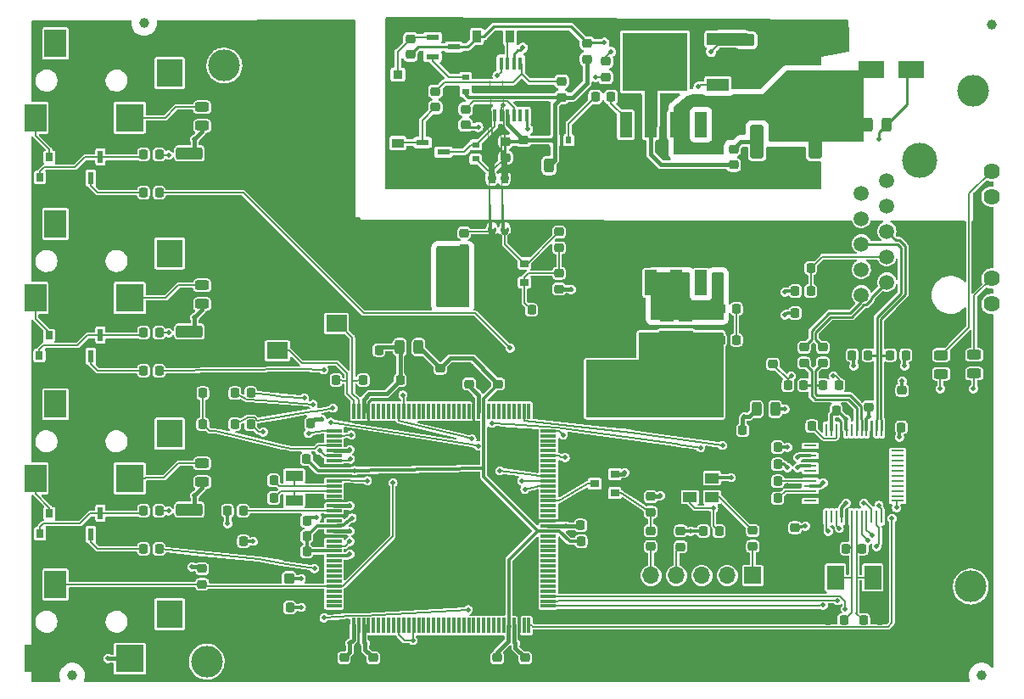
<source format=gbr>
%TF.GenerationSoftware,KiCad,Pcbnew,(6.0.9)*%
%TF.CreationDate,2022-11-17T17:06:11-06:00*%
%TF.ProjectId,IR2IP,49523249-502e-46b6-9963-61645f706362,rev?*%
%TF.SameCoordinates,PX55fe290PY8062360*%
%TF.FileFunction,Copper,L1,Top*%
%TF.FilePolarity,Positive*%
%FSLAX46Y46*%
G04 Gerber Fmt 4.6, Leading zero omitted, Abs format (unit mm)*
G04 Created by KiCad (PCBNEW (6.0.9)) date 2022-11-17 17:06:11*
%MOMM*%
%LPD*%
G01*
G04 APERTURE LIST*
G04 Aperture macros list*
%AMRoundRect*
0 Rectangle with rounded corners*
0 $1 Rounding radius*
0 $2 $3 $4 $5 $6 $7 $8 $9 X,Y pos of 4 corners*
0 Add a 4 corners polygon primitive as box body*
4,1,4,$2,$3,$4,$5,$6,$7,$8,$9,$2,$3,0*
0 Add four circle primitives for the rounded corners*
1,1,$1+$1,$2,$3*
1,1,$1+$1,$4,$5*
1,1,$1+$1,$6,$7*
1,1,$1+$1,$8,$9*
0 Add four rect primitives between the rounded corners*
20,1,$1+$1,$2,$3,$4,$5,0*
20,1,$1+$1,$4,$5,$6,$7,0*
20,1,$1+$1,$6,$7,$8,$9,0*
20,1,$1+$1,$8,$9,$2,$3,0*%
%AMFreePoly0*
4,1,53,0.315063,0.245106,0.330902,0.245106,0.343716,0.235796,0.358779,0.230902,0.368089,0.218089,0.380902,0.208779,0.385796,0.193716,0.395106,0.180902,0.395106,0.165063,0.400000,0.150000,0.400000,-0.150000,0.380902,-0.208779,0.330902,-0.245106,0.300000,-0.245106,0.300000,-0.430000,0.295106,-0.445063,0.295106,-0.460902,0.285796,-0.473716,0.280902,-0.488779,0.268089,-0.498089,
0.258779,-0.510902,0.243716,-0.515796,0.230902,-0.525106,0.215063,-0.525106,0.200000,-0.530000,-0.200000,-0.530000,-0.215063,-0.525106,-0.230902,-0.525106,-0.243716,-0.515796,-0.258779,-0.510902,-0.268089,-0.498089,-0.280902,-0.488779,-0.285796,-0.473716,-0.295106,-0.460902,-0.295106,-0.445063,-0.300000,-0.430000,-0.300000,-0.245106,-0.330902,-0.245106,-0.380902,-0.208779,-0.400000,-0.150000,
-0.400000,0.150000,-0.395106,0.165063,-0.395106,0.180902,-0.385796,0.193716,-0.380902,0.208779,-0.368089,0.218089,-0.358779,0.230902,-0.343716,0.235796,-0.330902,0.245106,-0.315063,0.245106,-0.300000,0.250000,0.300000,0.250000,0.315063,0.245106,0.315063,0.245106,$1*%
G04 Aperture macros list end*
%TA.AperFunction,SMDPad,CuDef*%
%ADD10R,2.500000X1.700000*%
%TD*%
%TA.AperFunction,SMDPad,CuDef*%
%ADD11RoundRect,0.218750X-0.256250X0.218750X-0.256250X-0.218750X0.256250X-0.218750X0.256250X0.218750X0*%
%TD*%
%TA.AperFunction,SMDPad,CuDef*%
%ADD12RoundRect,0.218750X-0.218750X-0.256250X0.218750X-0.256250X0.218750X0.256250X-0.218750X0.256250X0*%
%TD*%
%TA.AperFunction,SMDPad,CuDef*%
%ADD13RoundRect,0.218750X0.218750X0.256250X-0.218750X0.256250X-0.218750X-0.256250X0.218750X-0.256250X0*%
%TD*%
%TA.AperFunction,SMDPad,CuDef*%
%ADD14RoundRect,0.243750X0.243750X0.456250X-0.243750X0.456250X-0.243750X-0.456250X0.243750X-0.456250X0*%
%TD*%
%TA.AperFunction,ComponentPad*%
%ADD15C,1.500000*%
%TD*%
%TA.AperFunction,ComponentPad*%
%ADD16C,1.620000*%
%TD*%
%TA.AperFunction,ComponentPad*%
%ADD17C,3.500000*%
%TD*%
%TA.AperFunction,SMDPad,CuDef*%
%ADD18RoundRect,0.218750X0.256250X-0.218750X0.256250X0.218750X-0.256250X0.218750X-0.256250X-0.218750X0*%
%TD*%
%TA.AperFunction,SMDPad,CuDef*%
%ADD19RoundRect,0.243750X-0.456250X0.243750X-0.456250X-0.243750X0.456250X-0.243750X0.456250X0.243750X0*%
%TD*%
%TA.AperFunction,SMDPad,CuDef*%
%ADD20R,1.700000X2.400000*%
%TD*%
%TA.AperFunction,SMDPad,CuDef*%
%ADD21R,0.250000X1.300000*%
%TD*%
%TA.AperFunction,SMDPad,CuDef*%
%ADD22R,1.300000X0.250000*%
%TD*%
%TA.AperFunction,SMDPad,CuDef*%
%ADD23R,0.900000X1.200000*%
%TD*%
%TA.AperFunction,SMDPad,CuDef*%
%ADD24RoundRect,0.243750X-0.243750X-0.456250X0.243750X-0.456250X0.243750X0.456250X-0.243750X0.456250X0*%
%TD*%
%TA.AperFunction,SMDPad,CuDef*%
%ADD25RoundRect,0.250000X1.450000X-0.312500X1.450000X0.312500X-1.450000X0.312500X-1.450000X-0.312500X0*%
%TD*%
%TA.AperFunction,SMDPad,CuDef*%
%ADD26RoundRect,0.250000X-0.375000X-1.075000X0.375000X-1.075000X0.375000X1.075000X-0.375000X1.075000X0*%
%TD*%
%TA.AperFunction,SMDPad,CuDef*%
%ADD27R,1.200000X0.900000*%
%TD*%
%TA.AperFunction,SMDPad,CuDef*%
%ADD28R,0.700000X0.600000*%
%TD*%
%TA.AperFunction,SMDPad,CuDef*%
%ADD29R,0.600000X0.700000*%
%TD*%
%TA.AperFunction,SMDPad,CuDef*%
%ADD30R,1.300000X0.600000*%
%TD*%
%TA.AperFunction,SMDPad,CuDef*%
%ADD31R,0.400000X1.200000*%
%TD*%
%TA.AperFunction,SMDPad,CuDef*%
%ADD32R,0.950000X0.900000*%
%TD*%
%TA.AperFunction,SMDPad,CuDef*%
%ADD33RoundRect,0.250000X-0.625000X0.375000X-0.625000X-0.375000X0.625000X-0.375000X0.625000X0.375000X0*%
%TD*%
%TA.AperFunction,SMDPad,CuDef*%
%ADD34RoundRect,0.250000X-1.075000X0.375000X-1.075000X-0.375000X1.075000X-0.375000X1.075000X0.375000X0*%
%TD*%
%TA.AperFunction,ComponentPad*%
%ADD35R,1.700000X1.700000*%
%TD*%
%TA.AperFunction,ComponentPad*%
%ADD36O,1.700000X1.700000*%
%TD*%
%TA.AperFunction,SMDPad,CuDef*%
%ADD37R,2.200000X2.800000*%
%TD*%
%TA.AperFunction,SMDPad,CuDef*%
%ADD38R,2.800000X2.800000*%
%TD*%
%TA.AperFunction,SMDPad,CuDef*%
%ADD39R,2.600000X2.800000*%
%TD*%
%TA.AperFunction,SMDPad,CuDef*%
%ADD40R,0.900000X0.800000*%
%TD*%
%TA.AperFunction,SMDPad,CuDef*%
%ADD41R,0.800000X0.900000*%
%TD*%
%TA.AperFunction,SMDPad,CuDef*%
%ADD42RoundRect,0.243750X0.456250X-0.243750X0.456250X0.243750X-0.456250X0.243750X-0.456250X-0.243750X0*%
%TD*%
%TA.AperFunction,SMDPad,CuDef*%
%ADD43R,0.300000X1.550000*%
%TD*%
%TA.AperFunction,SMDPad,CuDef*%
%ADD44R,1.550000X0.300000*%
%TD*%
%TA.AperFunction,SMDPad,CuDef*%
%ADD45R,2.100000X1.700000*%
%TD*%
%TA.AperFunction,SMDPad,CuDef*%
%ADD46R,1.800000X1.000000*%
%TD*%
%TA.AperFunction,SMDPad,CuDef*%
%ADD47R,3.137000X1.387000*%
%TD*%
%TA.AperFunction,SMDPad,CuDef*%
%ADD48FreePoly0,180.000000*%
%TD*%
%TA.AperFunction,SMDPad,CuDef*%
%ADD49FreePoly0,0.000000*%
%TD*%
%TA.AperFunction,SMDPad,CuDef*%
%ADD50RoundRect,0.250000X0.425000X1.425000X-0.425000X1.425000X-0.425000X-1.425000X0.425000X-1.425000X0*%
%TD*%
%TA.AperFunction,SMDPad,CuDef*%
%ADD51R,1.220000X2.540000*%
%TD*%
%TA.AperFunction,SMDPad,CuDef*%
%ADD52R,3.360000X4.860000*%
%TD*%
%TA.AperFunction,SMDPad,CuDef*%
%ADD53R,1.390000X1.400000*%
%TD*%
%TA.AperFunction,SMDPad,CuDef*%
%ADD54R,1.400000X1.200000*%
%TD*%
%TA.AperFunction,SMDPad,CuDef*%
%ADD55R,1.400000X1.000000*%
%TD*%
%TA.AperFunction,SMDPad,CuDef*%
%ADD56RoundRect,0.250000X1.025000X-0.787500X1.025000X0.787500X-1.025000X0.787500X-1.025000X-0.787500X0*%
%TD*%
%TA.AperFunction,SMDPad,CuDef*%
%ADD57RoundRect,0.250000X0.287500X0.275000X-0.287500X0.275000X-0.287500X-0.275000X0.287500X-0.275000X0*%
%TD*%
%TA.AperFunction,SMDPad,CuDef*%
%ADD58R,2.200000X1.200000*%
%TD*%
%TA.AperFunction,SMDPad,CuDef*%
%ADD59R,6.400000X5.800000*%
%TD*%
%TA.AperFunction,SMDPad,CuDef*%
%ADD60C,1.000000*%
%TD*%
%TA.AperFunction,SMDPad,CuDef*%
%ADD61R,0.600000X1.300000*%
%TD*%
%TA.AperFunction,ComponentPad*%
%ADD62C,3.000000*%
%TD*%
%TA.AperFunction,WasherPad*%
%ADD63C,3.175000*%
%TD*%
%TA.AperFunction,ViaPad*%
%ADD64C,0.508000*%
%TD*%
%TA.AperFunction,Conductor*%
%ADD65C,0.254000*%
%TD*%
%TA.AperFunction,Conductor*%
%ADD66C,0.127000*%
%TD*%
%TA.AperFunction,Conductor*%
%ADD67C,0.381000*%
%TD*%
%TA.AperFunction,Conductor*%
%ADD68C,1.270000*%
%TD*%
%TA.AperFunction,Conductor*%
%ADD69C,0.304800*%
%TD*%
%TA.AperFunction,Conductor*%
%ADD70C,0.299800*%
%TD*%
G04 APERTURE END LIST*
D10*
%TO.P,D1,A*%
%TO.N,VPORTN*%
X89830000Y63100000D03*
%TO.P,D1,K*%
%TO.N,VPORTP*%
X85830000Y63100000D03*
%TD*%
D11*
%TO.P,R7,1*%
%TO.N,/PoE_3.3V/PVCC*%
X49330000Y55907500D03*
%TO.P,R7,2*%
%TO.N,Net-(D5-Pad1)*%
X49330000Y54332500D03*
%TD*%
D12*
%TO.P,C13,1*%
%TO.N,/Ethernet/XO*%
X85064500Y8128000D03*
%TO.P,C13,2*%
%TO.N,GND*%
X86639500Y8128000D03*
%TD*%
D11*
%TO.P,C15,1*%
%TO.N,+3V3*%
X78200000Y17375500D03*
%TO.P,C15,2*%
%TO.N,GND*%
X78200000Y15800500D03*
%TD*%
D13*
%TO.P,C16,1*%
%TO.N,+3V3*%
X72987500Y27100000D03*
%TO.P,C16,2*%
%TO.N,GND*%
X71412500Y27100000D03*
%TD*%
%TO.P,C18,1*%
%TO.N,Net-(C18-Pad1)*%
X76487500Y20300000D03*
%TO.P,C18,2*%
%TO.N,GND*%
X74912500Y20300000D03*
%TD*%
%TO.P,C20,1*%
%TO.N,+3.3VA*%
X76487500Y23700000D03*
%TO.P,C20,2*%
%TO.N,GND*%
X74912500Y23700000D03*
%TD*%
%TO.P,C21,1*%
%TO.N,+3.3VA*%
X76487500Y25400000D03*
%TO.P,C21,2*%
%TO.N,GND*%
X74912500Y25400000D03*
%TD*%
D14*
%TO.P,FB1,1*%
%TO.N,+3.3VA*%
X76237500Y29200000D03*
%TO.P,FB1,2*%
%TO.N,+3V3*%
X74362500Y29200000D03*
%TD*%
D15*
%TO.P,J1,1*%
%TO.N,/Ethernet/RDP*%
X84830000Y40615000D03*
%TO.P,J1,2*%
%TO.N,/Ethernet/RDN*%
X87370000Y41885000D03*
%TO.P,J1,3*%
%TO.N,Net-(C19-Pad1)*%
X84830000Y43155000D03*
%TO.P,J1,4*%
%TO.N,Net-(C28-Pad2)*%
X87370000Y44425000D03*
%TO.P,J1,5*%
%TO.N,/Ethernet/TXP*%
X84830000Y45695000D03*
%TO.P,J1,6*%
%TO.N,/Ethernet/TXN*%
X87370000Y46965000D03*
%TO.P,J1,7*%
%TO.N,N/C*%
X84830000Y48235000D03*
%TO.P,J1,8*%
X87370000Y49505000D03*
%TO.P,J1,9*%
%TO.N,VPORTP*%
X84830000Y50775000D03*
%TO.P,J1,10*%
%TO.N,VPORTN*%
X87370000Y52045000D03*
D16*
%TO.P,J1,11*%
%TO.N,+3V3*%
X97800000Y39700000D03*
%TO.P,J1,12*%
%TO.N,Net-(J1-Pad12)*%
X97800000Y42240000D03*
%TO.P,J1,13*%
%TO.N,+3V3*%
X97800000Y50420000D03*
%TO.P,J1,14*%
%TO.N,Net-(J1-Pad14)*%
X97800000Y52960000D03*
D17*
%TO.P,J1,SH1*%
%TO.N,GND*%
X90670000Y54075000D03*
%TO.P,J1,SH2*%
X90670000Y38585000D03*
%TD*%
D13*
%TO.P,R15,1*%
%TO.N,/Ethernet/XO*%
X84887500Y15300000D03*
%TO.P,R15,2*%
%TO.N,/Ethernet/XI*%
X83312500Y15300000D03*
%TD*%
D12*
%TO.P,C17,1*%
%TO.N,+3.3VA*%
X88824500Y27400000D03*
%TO.P,C17,2*%
%TO.N,GND*%
X90399500Y27400000D03*
%TD*%
D13*
%TO.P,C12,1*%
%TO.N,/Ethernet/XI*%
X83083500Y8128000D03*
%TO.P,C12,2*%
%TO.N,GND*%
X81508500Y8128000D03*
%TD*%
D18*
%TO.P,C26,1*%
%TO.N,+3.3VA*%
X85598000Y29438500D03*
%TO.P,C26,2*%
%TO.N,GND*%
X85598000Y31013500D03*
%TD*%
D11*
%TO.P,C27,1*%
%TO.N,+3.3VA*%
X88900000Y31087500D03*
%TO.P,C27,2*%
%TO.N,GND*%
X88900000Y29512500D03*
%TD*%
D12*
%TO.P,C28,1*%
%TO.N,GND*%
X78212500Y43300000D03*
%TO.P,C28,2*%
%TO.N,Net-(C28-Pad2)*%
X79787500Y43300000D03*
%TD*%
D19*
%TO.P,R21,1*%
%TO.N,Net-(J1-Pad12)*%
X96100000Y34637500D03*
%TO.P,R21,2*%
%TO.N,/Ethernet/LINKLED*%
X96100000Y32762500D03*
%TD*%
%TO.P,R22,1*%
%TO.N,Net-(J1-Pad14)*%
X92800000Y34599500D03*
%TO.P,R22,2*%
%TO.N,/Ethernet/ACTLED*%
X92800000Y32724500D03*
%TD*%
D20*
%TO.P,Y1,1*%
%TO.N,/Ethernet/XI*%
X82250000Y12400000D03*
%TO.P,Y1,2*%
%TO.N,/Ethernet/XO*%
X85950000Y12400000D03*
%TD*%
D13*
%TO.P,C25,1*%
%TO.N,+3.3VA*%
X82321500Y29100000D03*
%TO.P,C25,2*%
%TO.N,GND*%
X80746500Y29100000D03*
%TD*%
%TO.P,R23,1*%
%TO.N,Net-(C28-Pad2)*%
X79787500Y41000000D03*
%TO.P,R23,2*%
%TO.N,+3.3VA*%
X78212500Y41000000D03*
%TD*%
D18*
%TO.P,C19,1*%
%TO.N,Net-(C19-Pad1)*%
X76000000Y33712500D03*
%TO.P,C19,2*%
%TO.N,GND*%
X76000000Y35287500D03*
%TD*%
D21*
%TO.P,U4,1*%
%TO.N,/Ethernet/TXN*%
X86850000Y27150000D03*
%TO.P,U4,2*%
%TO.N,/Ethernet/TXP*%
X86350000Y27150000D03*
%TO.P,U4,3*%
%TO.N,GND*%
X85850000Y27150000D03*
%TO.P,U4,4*%
%TO.N,+3.3VA*%
X85350000Y27150000D03*
%TO.P,U4,5*%
%TO.N,/Ethernet/RXN*%
X84850000Y27150000D03*
%TO.P,U4,6*%
%TO.N,/Ethernet/RXP*%
X84350000Y27150000D03*
%TO.P,U4,7*%
%TO.N,Net-(U4-Pad7)*%
X83850000Y27150000D03*
%TO.P,U4,8*%
%TO.N,+3.3VA*%
X83350000Y27150000D03*
%TO.P,U4,9*%
%TO.N,GND*%
X82850000Y27150000D03*
%TO.P,U4,10*%
%TO.N,Net-(R16-Pad1)*%
X82350000Y27150000D03*
%TO.P,U4,11*%
%TO.N,+3.3VA*%
X81850000Y27150000D03*
%TO.P,U4,12*%
%TO.N,Net-(U4-Pad12)*%
X81350000Y27150000D03*
D22*
%TO.P,U4,13*%
%TO.N,Net-(U4-Pad13)*%
X79750000Y25550000D03*
%TO.P,U4,14*%
%TO.N,GND*%
X79750000Y25050000D03*
%TO.P,U4,15*%
%TO.N,+3.3VA*%
X79750000Y24550000D03*
%TO.P,U4,16*%
%TO.N,GND*%
X79750000Y24050000D03*
%TO.P,U4,17*%
%TO.N,+3.3VA*%
X79750000Y23550000D03*
%TO.P,U4,18*%
%TO.N,Net-(U4-Pad18)*%
X79750000Y23050000D03*
%TO.P,U4,19*%
%TO.N,GND*%
X79750000Y22550000D03*
%TO.P,U4,20*%
%TO.N,Net-(C14-Pad1)*%
X79750000Y22050000D03*
%TO.P,U4,21*%
%TO.N,+3.3VA*%
X79750000Y21550000D03*
%TO.P,U4,22*%
%TO.N,Net-(C18-Pad1)*%
X79750000Y21050000D03*
%TO.P,U4,23*%
%TO.N,GND*%
X79750000Y20550000D03*
%TO.P,U4,24*%
%TO.N,Net-(U4-Pad24)*%
X79750000Y20050000D03*
D21*
%TO.P,U4,25*%
%TO.N,/Ethernet/LINKLED*%
X81350000Y18450000D03*
%TO.P,U4,26*%
%TO.N,Net-(U4-Pad26)*%
X81850000Y18450000D03*
%TO.P,U4,27*%
%TO.N,/Ethernet/ACTLED*%
X82350000Y18450000D03*
%TO.P,U4,28*%
%TO.N,+3V3*%
X82850000Y18450000D03*
%TO.P,U4,29*%
%TO.N,GND*%
X83350000Y18450000D03*
%TO.P,U4,30*%
%TO.N,/Ethernet/XI*%
X83850000Y18450000D03*
%TO.P,U4,31*%
%TO.N,/Ethernet/XO*%
X84350000Y18450000D03*
%TO.P,U4,32*%
%TO.N,ECSn*%
X84850000Y18450000D03*
%TO.P,U4,33*%
%TO.N,SCLK*%
X85350000Y18450000D03*
%TO.P,U4,34*%
%TO.N,MISO*%
X85850000Y18450000D03*
%TO.P,U4,35*%
%TO.N,MOSI*%
X86350000Y18450000D03*
%TO.P,U4,36*%
%TO.N,~{EINT}*%
X86850000Y18450000D03*
D22*
%TO.P,U4,37*%
%TO.N,~{MASTER_RESET}*%
X88450000Y20050000D03*
%TO.P,U4,38*%
%TO.N,Net-(U4-Pad38)*%
X88450000Y20550000D03*
%TO.P,U4,39*%
%TO.N,Net-(U4-Pad39)*%
X88450000Y21050000D03*
%TO.P,U4,40*%
%TO.N,Net-(U4-Pad40)*%
X88450000Y21550000D03*
%TO.P,U4,41*%
%TO.N,Net-(U4-Pad41)*%
X88450000Y22050000D03*
%TO.P,U4,42*%
%TO.N,Net-(U4-Pad42)*%
X88450000Y22550000D03*
%TO.P,U4,43*%
%TO.N,Net-(U4-Pad43)*%
X88450000Y23050000D03*
%TO.P,U4,44*%
%TO.N,Net-(U4-Pad44)*%
X88450000Y23550000D03*
%TO.P,U4,45*%
%TO.N,Net-(U4-Pad45)*%
X88450000Y24050000D03*
%TO.P,U4,46*%
%TO.N,Net-(U4-Pad46)*%
X88450000Y24550000D03*
%TO.P,U4,47*%
%TO.N,Net-(U4-Pad47)*%
X88450000Y25050000D03*
%TO.P,U4,48*%
%TO.N,GND*%
X88450000Y25550000D03*
%TD*%
D13*
%TO.P,R18,1*%
%TO.N,+3.3VA*%
X89287500Y34600000D03*
%TO.P,R18,2*%
%TO.N,/Ethernet/TXN*%
X87712500Y34600000D03*
%TD*%
%TO.P,R19,1*%
%TO.N,/Ethernet/RXP*%
X79087500Y31600000D03*
%TO.P,R19,2*%
%TO.N,Net-(C19-Pad1)*%
X77512500Y31600000D03*
%TD*%
D11*
%TO.P,C24,1*%
%TO.N,/Ethernet/RDN*%
X81000000Y35387500D03*
%TO.P,C24,2*%
%TO.N,/Ethernet/RXN*%
X81000000Y33812500D03*
%TD*%
D12*
%TO.P,R20,1*%
%TO.N,+3.3VA*%
X83912500Y34600000D03*
%TO.P,R20,2*%
%TO.N,/Ethernet/TXP*%
X85487500Y34600000D03*
%TD*%
%TO.P,R17,1*%
%TO.N,/Ethernet/RXN*%
X81012500Y31600000D03*
%TO.P,R17,2*%
%TO.N,Net-(C19-Pad1)*%
X82587500Y31600000D03*
%TD*%
D11*
%TO.P,C23,1*%
%TO.N,/Ethernet/RDP*%
X79100000Y35387500D03*
%TO.P,C23,2*%
%TO.N,/Ethernet/RXP*%
X79100000Y33812500D03*
%TD*%
D13*
%TO.P,C14,1*%
%TO.N,Net-(C14-Pad1)*%
X76487500Y22000000D03*
%TO.P,C14,2*%
%TO.N,GND*%
X74912500Y22000000D03*
%TD*%
%TO.P,R16,1*%
%TO.N,Net-(R16-Pad1)*%
X79887500Y27500000D03*
%TO.P,R16,2*%
%TO.N,GND*%
X78312500Y27500000D03*
%TD*%
D12*
%TO.P,C22,1*%
%TO.N,+3.3VA*%
X78212500Y38800000D03*
%TO.P,C22,2*%
%TO.N,GND*%
X79787500Y38800000D03*
%TD*%
D23*
%TO.P,D2,1*%
%TO.N,Net-(D2-Pad1)*%
X49750000Y66400000D03*
%TO.P,D2,2*%
%TO.N,VPORTP*%
X46450000Y66400000D03*
%TD*%
D24*
%TO.P,C1,1*%
%TO.N,VPORTP*%
X85462500Y57600000D03*
%TO.P,C1,2*%
%TO.N,VPORTN*%
X87337500Y57600000D03*
%TD*%
D25*
%TO.P,C2,1*%
%TO.N,VPORTP*%
X81830000Y62232500D03*
%TO.P,C2,2*%
%TO.N,GNDPWR*%
X81830000Y66507500D03*
%TD*%
D11*
%TO.P,C4,1*%
%TO.N,/PoE_3.3V/PVCC*%
X51110000Y56050000D03*
%TO.P,C4,2*%
%TO.N,GNDPWR*%
X51110000Y54475000D03*
%TD*%
D24*
%TO.P,C5,1*%
%TO.N,/PoE_3.3V/PVCC*%
X53650500Y53510000D03*
%TO.P,C5,2*%
%TO.N,GNDPWR*%
X55525500Y53510000D03*
%TD*%
D11*
%TO.P,C6,1*%
%TO.N,Net-(C6-Pad1)*%
X72080000Y55157500D03*
%TO.P,C6,2*%
%TO.N,Net-(C6-Pad2)*%
X72080000Y53582500D03*
%TD*%
%TO.P,C8,1*%
%TO.N,Net-(C8-Pad1)*%
X54650000Y46885000D03*
%TO.P,C8,2*%
%TO.N,Net-(C8-Pad2)*%
X54650000Y45310000D03*
%TD*%
D13*
%TO.P,C9,1*%
%TO.N,Net-(C9-Pad1)*%
X72367500Y36120000D03*
%TO.P,C9,2*%
%TO.N,+3V3*%
X70792500Y36120000D03*
%TD*%
D26*
%TO.P,C10,1*%
%TO.N,+3V3*%
X44300000Y42000000D03*
%TO.P,C10,2*%
%TO.N,GND*%
X47100000Y42000000D03*
%TD*%
D27*
%TO.P,D3,1*%
%TO.N,Net-(D3-Pad1)*%
X38580000Y55770000D03*
%TO.P,D3,2*%
%TO.N,GNDPWR*%
X38580000Y52470000D03*
%TD*%
D28*
%TO.P,D4,1*%
%TO.N,/PoE_3.3V/PVCC*%
X45330000Y60920000D03*
%TO.P,D4,2*%
%TO.N,Net-(D4-Pad2)*%
X45330000Y62320000D03*
%TD*%
%TO.P,D5,1*%
%TO.N,Net-(D5-Pad1)*%
X46330000Y54170000D03*
%TO.P,D5,2*%
%TO.N,Net-(D5-Pad2)*%
X46330000Y55570000D03*
%TD*%
D29*
%TO.P,D6,1*%
%TO.N,/PoE_3.3V/PVCC*%
X54220000Y56050000D03*
%TO.P,D6,2*%
%TO.N,Net-(D6-Pad2)*%
X55620000Y56050000D03*
%TD*%
D30*
%TO.P,Q1,1*%
%TO.N,Net-(Q1-Pad1)*%
X42040000Y66300000D03*
%TO.P,Q1,2*%
%TO.N,Net-(D4-Pad2)*%
X42040000Y64400000D03*
%TO.P,Q1,3*%
%TO.N,VPORTP*%
X44140000Y65350000D03*
%TD*%
D11*
%TO.P,R1,1*%
%TO.N,Net-(R1-Pad1)*%
X45330000Y59157500D03*
%TO.P,R1,2*%
%TO.N,VPORTN*%
X45330000Y57582500D03*
%TD*%
D18*
%TO.P,R2,1*%
%TO.N,VPORTP*%
X39830000Y64582500D03*
%TO.P,R2,2*%
%TO.N,Net-(Q1-Pad1)*%
X39830000Y66157500D03*
%TD*%
%TO.P,R3,1*%
%TO.N,/PoE_3.3V/PVCC*%
X54920000Y60342500D03*
%TO.P,R3,2*%
%TO.N,Net-(R3-Pad2)*%
X54920000Y61917500D03*
%TD*%
D11*
%TO.P,R4,1*%
%TO.N,Net-(R3-Pad2)*%
X42330000Y60907500D03*
%TO.P,R4,2*%
%TO.N,Net-(D3-Pad1)*%
X42330000Y59332500D03*
%TD*%
D18*
%TO.P,R5,1*%
%TO.N,Net-(R5-Pad1)*%
X59330000Y62332500D03*
%TO.P,R5,2*%
%TO.N,Net-(Q3-Pad3)*%
X59330000Y63907500D03*
%TD*%
D11*
%TO.P,R6,1*%
%TO.N,VPORTP*%
X57460000Y65727500D03*
%TO.P,R6,2*%
%TO.N,/PoE_3.3V/PVCC*%
X57460000Y64152500D03*
%TD*%
D18*
%TO.P,R13,1*%
%TO.N,+3V3*%
X54650000Y41195000D03*
%TO.P,R13,2*%
%TO.N,Net-(C8-Pad2)*%
X54650000Y42770000D03*
%TD*%
D12*
%TO.P,R14,1*%
%TO.N,Net-(C8-Pad2)*%
X51912500Y39100000D03*
%TO.P,R14,2*%
%TO.N,GND*%
X53487500Y39100000D03*
%TD*%
D31*
%TO.P,U1,1*%
%TO.N,GNDPWR*%
X47617500Y58530000D03*
%TO.P,U1,2*%
%TO.N,Net-(D5-Pad2)*%
X48252500Y58530000D03*
%TO.P,U1,3*%
%TO.N,Net-(Q3-Pad1)*%
X48887500Y58530000D03*
%TO.P,U1,4*%
%TO.N,/PoE_3.3V/PVCC*%
X49522500Y58530000D03*
%TO.P,U1,5*%
%TO.N,Net-(R1-Pad1)*%
X50157500Y58530000D03*
%TO.P,U1,6*%
%TO.N,Net-(U1-Pad6)*%
X50792500Y58530000D03*
%TO.P,U1,7*%
%TO.N,VPORTN*%
X51427500Y58530000D03*
%TO.P,U1,8*%
%TO.N,GNDPWR*%
X52062500Y58530000D03*
%TO.P,U1,9*%
X52062500Y63730000D03*
%TO.P,U1,10*%
X51427500Y63730000D03*
%TO.P,U1,11*%
%TO.N,Net-(R3-Pad2)*%
X50792500Y63730000D03*
%TO.P,U1,12*%
%TO.N,VPORTN*%
X50157500Y63730000D03*
%TO.P,U1,13*%
%TO.N,Net-(D2-Pad1)*%
X49522500Y63730000D03*
%TO.P,U1,14*%
%TO.N,Net-(R5-Pad1)*%
X48887500Y63730000D03*
%TO.P,U1,15*%
%TO.N,GNDPWR*%
X48252500Y63730000D03*
%TO.P,U1,16*%
X47617500Y63730000D03*
%TD*%
D32*
%TO.P,Z1,A*%
%TO.N,GNDPWR*%
X38580000Y57645000D03*
%TO.P,Z1,K*%
%TO.N,Net-(Q1-Pad1)*%
X38580000Y62595000D03*
%TD*%
D30*
%TO.P,Q2,1*%
%TO.N,Net-(D3-Pad1)*%
X41030000Y55820000D03*
%TO.P,Q2,2*%
%TO.N,GNDPWR*%
X41030000Y53920000D03*
%TO.P,Q2,3*%
%TO.N,Net-(D5-Pad2)*%
X43130000Y54870000D03*
%TD*%
D33*
%TO.P,R9,1*%
%TO.N,Net-(Q3-Pad3)*%
X73330000Y66020000D03*
%TO.P,R9,2*%
%TO.N,GNDPWR*%
X73330000Y63220000D03*
%TD*%
D12*
%TO.P,C29,1*%
%TO.N,+3V3*%
X69062500Y17018000D03*
%TO.P,C29,2*%
%TO.N,~{MASTER_RESET}*%
X70637500Y17018000D03*
%TD*%
D18*
%TO.P,C32,1*%
%TO.N,/SAM3X8E Power/VDDCORE*%
X48600000Y31712500D03*
%TO.P,C32,2*%
%TO.N,GND*%
X48600000Y33287500D03*
%TD*%
D13*
%TO.P,C34,1*%
%TO.N,/SAM3X8E Power/VDDCORE*%
X29467500Y24220000D03*
%TO.P,C34,2*%
%TO.N,GND*%
X27892500Y24220000D03*
%TD*%
D12*
%TO.P,C37,1*%
%TO.N,/SAM3X8E Power/VDDPLL*%
X38812500Y32100000D03*
%TO.P,C37,2*%
%TO.N,GND*%
X40387500Y32100000D03*
%TD*%
%TO.P,C39,1*%
%TO.N,/SAM3X8E Power/VDDCORE*%
X56870500Y16002000D03*
%TO.P,C39,2*%
%TO.N,GND*%
X58445500Y16002000D03*
%TD*%
D13*
%TO.P,C40,1*%
%TO.N,/SAM3X8E Power/VDDPLL*%
X36687500Y35100000D03*
%TO.P,C40,2*%
%TO.N,GND*%
X35112500Y35100000D03*
%TD*%
D11*
%TO.P,C43,1*%
%TO.N,/SAM3X8E Power/VDDCORE*%
X48500000Y4387500D03*
%TO.P,C43,2*%
%TO.N,GND*%
X48500000Y2812500D03*
%TD*%
%TO.P,C44,1*%
%TO.N,/SAM3X8E Power/VDDCORE*%
X42800000Y33287500D03*
%TO.P,C44,2*%
%TO.N,GND*%
X42800000Y31712500D03*
%TD*%
D13*
%TO.P,C46,1*%
%TO.N,/SAM3X8E Power/VDDCORE*%
X29489500Y16510000D03*
%TO.P,C46,2*%
%TO.N,GND*%
X27914500Y16510000D03*
%TD*%
D11*
%TO.P,C47,1*%
%TO.N,+3V3*%
X51300000Y4387500D03*
%TO.P,C47,2*%
%TO.N,GND*%
X51300000Y2812500D03*
%TD*%
D12*
%TO.P,C48,1*%
%TO.N,+3V3*%
X56812500Y17600000D03*
%TO.P,C48,2*%
%TO.N,GND*%
X58387500Y17600000D03*
%TD*%
D13*
%TO.P,C49,1*%
%TO.N,+3V3*%
X23167500Y16020000D03*
%TO.P,C49,2*%
%TO.N,GND*%
X21592500Y16020000D03*
%TD*%
D12*
%TO.P,C50,1*%
%TO.N,Net-(C50-Pad1)*%
X35112500Y32100000D03*
%TO.P,C50,2*%
%TO.N,GND*%
X36687500Y32100000D03*
%TD*%
D13*
%TO.P,C52,1*%
%TO.N,Net-(C52-Pad1)*%
X26187500Y20320000D03*
%TO.P,C52,2*%
%TO.N,GND*%
X24612500Y20320000D03*
%TD*%
%TO.P,C53,1*%
%TO.N,Net-(C53-Pad1)*%
X26187500Y22098000D03*
%TO.P,C53,2*%
%TO.N,GND*%
X24612500Y22098000D03*
%TD*%
D34*
%TO.P,C54,1*%
%TO.N,+3V3*%
X17780000Y54740000D03*
%TO.P,C54,2*%
%TO.N,GND*%
X17780000Y51940000D03*
%TD*%
%TO.P,C55,1*%
%TO.N,+3V3*%
X17780000Y36960000D03*
%TO.P,C55,2*%
%TO.N,GND*%
X17780000Y34160000D03*
%TD*%
%TO.P,C56,1*%
%TO.N,+3V3*%
X17780000Y19180000D03*
%TO.P,C56,2*%
%TO.N,GND*%
X17780000Y16380000D03*
%TD*%
D14*
%TO.P,FB2,1*%
%TO.N,/SAM3X8E Power/VDDCORE*%
X40637500Y35400000D03*
%TO.P,FB2,2*%
%TO.N,/SAM3X8E Power/VDDPLL*%
X38762500Y35400000D03*
%TD*%
D35*
%TO.P,J2,1*%
%TO.N,Net-(J2-Pad1)*%
X74000000Y12600000D03*
D36*
%TO.P,J2,2*%
%TO.N,TXOUT*%
X71460000Y12600000D03*
%TO.P,J2,3*%
%TO.N,RXIN*%
X68920000Y12600000D03*
%TO.P,J2,4*%
%TO.N,Net-(J2-Pad4)*%
X66380000Y12600000D03*
%TO.P,J2,5*%
%TO.N,/PROGRAMMING/~{ERASE_CMD}*%
X63840000Y12600000D03*
%TO.P,J2,6*%
%TO.N,GND*%
X61300000Y12600000D03*
%TD*%
D37*
%TO.P,J3,1*%
%TO.N,Net-(J3-Pad1)*%
X2400000Y58300000D03*
D38*
%TO.P,J3,2*%
%TO.N,Net-(J3-Pad2)*%
X11800000Y58300000D03*
D37*
%TO.P,J3,3*%
%TO.N,Net-(J3-Pad3)*%
X4400000Y65700000D03*
D39*
%TO.P,J3,4*%
%TO.N,Net-(J3-Pad4)*%
X15800000Y62750000D03*
%TD*%
D37*
%TO.P,J4,1*%
%TO.N,Net-(J4-Pad1)*%
X2400000Y40300000D03*
D38*
%TO.P,J4,2*%
%TO.N,Net-(J4-Pad2)*%
X11800000Y40300000D03*
D37*
%TO.P,J4,3*%
%TO.N,Net-(J4-Pad3)*%
X4400000Y47700000D03*
D39*
%TO.P,J4,4*%
%TO.N,Net-(J4-Pad4)*%
X15800000Y44750000D03*
%TD*%
D37*
%TO.P,J5,1*%
%TO.N,Net-(J5-Pad1)*%
X2400000Y22300000D03*
D38*
%TO.P,J5,2*%
%TO.N,Net-(J5-Pad2)*%
X11800000Y22300000D03*
D37*
%TO.P,J5,3*%
%TO.N,Net-(J5-Pad3)*%
X4400000Y29700000D03*
D39*
%TO.P,J5,4*%
%TO.N,Net-(J5-Pad4)*%
X15800000Y26750000D03*
%TD*%
D37*
%TO.P,J6,1*%
%TO.N,GND*%
X2400000Y4300000D03*
D38*
%TO.P,J6,2*%
%TO.N,+3V3*%
X11800000Y4300000D03*
D37*
%TO.P,J6,3*%
%TO.N,IRREC*%
X4400000Y11700000D03*
D39*
%TO.P,J6,4*%
%TO.N,Net-(J6-Pad4)*%
X15800000Y8750000D03*
%TD*%
D40*
%TO.P,Q4,1*%
%TO.N,Net-(Q4-Pad1)*%
X60220000Y20824000D03*
%TO.P,Q4,2*%
%TO.N,+3V3*%
X60220000Y22724000D03*
%TO.P,Q4,3*%
%TO.N,ERASE*%
X58220000Y21774000D03*
%TD*%
D41*
%TO.P,Q8,1*%
%TO.N,Net-(Q5-Pad3)*%
X2850000Y52340000D03*
%TO.P,Q8,2*%
%TO.N,GND*%
X4750000Y52340000D03*
%TO.P,Q8,3*%
%TO.N,Net-(J3-Pad1)*%
X3800000Y54340000D03*
%TD*%
%TO.P,Q9,1*%
%TO.N,Net-(Q6-Pad3)*%
X2800000Y34560000D03*
%TO.P,Q9,2*%
%TO.N,GND*%
X4700000Y34560000D03*
%TO.P,Q9,3*%
%TO.N,Net-(J4-Pad1)*%
X3750000Y36560000D03*
%TD*%
%TO.P,Q10,1*%
%TO.N,Net-(Q10-Pad1)*%
X2860000Y16780000D03*
%TO.P,Q10,2*%
%TO.N,GND*%
X4760000Y16780000D03*
%TO.P,Q10,3*%
%TO.N,Net-(J5-Pad1)*%
X3810000Y18780000D03*
%TD*%
D12*
%TO.P,R24,1*%
%TO.N,+3V3*%
X21564500Y19050000D03*
%TO.P,R24,2*%
%TO.N,Net-(R24-Pad2)*%
X23139500Y19050000D03*
%TD*%
D13*
%TO.P,R26,1*%
%TO.N,Net-(R26-Pad1)*%
X23887500Y30800000D03*
%TO.P,R26,2*%
%TO.N,Net-(R26-Pad2)*%
X22312500Y30800000D03*
%TD*%
%TO.P,R27,1*%
%TO.N,Net-(R27-Pad1)*%
X23887500Y27700000D03*
%TO.P,R27,2*%
%TO.N,Net-(R27-Pad2)*%
X22312500Y27700000D03*
%TD*%
D18*
%TO.P,R28,1*%
%TO.N,Net-(J2-Pad4)*%
X66802000Y15468500D03*
%TO.P,R28,2*%
%TO.N,+3V3*%
X66802000Y17043500D03*
%TD*%
D11*
%TO.P,R29,1*%
%TO.N,Net-(R29-Pad1)*%
X74000000Y17087500D03*
%TO.P,R29,2*%
%TO.N,Net-(J2-Pad1)*%
X74000000Y15512500D03*
%TD*%
%TO.P,R30,1*%
%TO.N,Net-(Q4-Pad1)*%
X63800000Y17075500D03*
%TO.P,R30,2*%
%TO.N,/PROGRAMMING/~{ERASE_CMD}*%
X63800000Y15500500D03*
%TD*%
D18*
%TO.P,R31,1*%
%TO.N,Net-(Q4-Pad1)*%
X63800000Y18912500D03*
%TO.P,R31,2*%
%TO.N,+3V3*%
X63800000Y20487500D03*
%TD*%
D13*
%TO.P,R32,1*%
%TO.N,~{IRTXEN1}*%
X14757500Y50800000D03*
%TO.P,R32,2*%
%TO.N,Net-(Q5-Pad1)*%
X13182500Y50800000D03*
%TD*%
%TO.P,R33,1*%
%TO.N,~{IRTXEN2}*%
X14757500Y33020000D03*
%TO.P,R33,2*%
%TO.N,Net-(Q6-Pad1)*%
X13182500Y33020000D03*
%TD*%
%TO.P,R34,1*%
%TO.N,~{IRTXEN3}*%
X14757500Y15240000D03*
%TO.P,R34,2*%
%TO.N,Net-(Q7-Pad1)*%
X13182500Y15240000D03*
%TD*%
%TO.P,R35,1*%
%TO.N,IRTX*%
X14757500Y54610000D03*
%TO.P,R35,2*%
%TO.N,Net-(Q5-Pad3)*%
X13182500Y54610000D03*
%TD*%
%TO.P,R36,1*%
%TO.N,IRTX*%
X14757500Y36830000D03*
%TO.P,R36,2*%
%TO.N,Net-(Q6-Pad3)*%
X13182500Y36830000D03*
%TD*%
%TO.P,R37,1*%
%TO.N,IRTX*%
X14757500Y19050000D03*
%TO.P,R37,2*%
%TO.N,Net-(Q10-Pad1)*%
X13182500Y19050000D03*
%TD*%
D42*
%TO.P,R38,1*%
%TO.N,+3V3*%
X19050000Y57482500D03*
%TO.P,R38,2*%
%TO.N,Net-(J3-Pad2)*%
X19050000Y59357500D03*
%TD*%
%TO.P,R40,1*%
%TO.N,+3V3*%
X19050000Y21922500D03*
%TO.P,R40,2*%
%TO.N,Net-(J5-Pad2)*%
X19050000Y23797500D03*
%TD*%
D11*
%TO.P,R41,1*%
%TO.N,+3V3*%
X19050000Y13287500D03*
%TO.P,R41,2*%
%TO.N,IRREC*%
X19050000Y11712500D03*
%TD*%
D43*
%TO.P,U5,1*%
%TO.N,Net-(U5-Pad1)*%
X51650000Y29000000D03*
%TO.P,U5,2*%
%TO.N,TXOUT*%
X51150000Y29000000D03*
%TO.P,U5,3*%
%TO.N,Net-(U5-Pad3)*%
X50650000Y29000000D03*
%TO.P,U5,4*%
%TO.N,Net-(U5-Pad4)*%
X50150000Y29000000D03*
%TO.P,U5,5*%
%TO.N,Net-(U5-Pad5)*%
X49650000Y29000000D03*
%TO.P,U5,6*%
%TO.N,Net-(U5-Pad6)*%
X49150000Y29000000D03*
%TO.P,U5,7*%
%TO.N,Net-(U5-Pad7)*%
X48650000Y29000000D03*
%TO.P,U5,8*%
%TO.N,Net-(U5-Pad8)*%
X48150000Y29000000D03*
%TO.P,U5,9*%
%TO.N,Net-(U5-Pad9)*%
X47650000Y29000000D03*
%TO.P,U5,10*%
%TO.N,/SAM3X8E Power/VDDCORE*%
X47150000Y29000000D03*
%TO.P,U5,11*%
%TO.N,+3V3*%
X46650000Y29000000D03*
%TO.P,U5,12*%
%TO.N,GND*%
X46150000Y29000000D03*
%TO.P,U5,13*%
%TO.N,Net-(U5-Pad13)*%
X45650000Y29000000D03*
%TO.P,U5,14*%
%TO.N,Net-(U5-Pad14)*%
X45150000Y29000000D03*
%TO.P,U5,15*%
%TO.N,Net-(U5-Pad15)*%
X44650000Y29000000D03*
%TO.P,U5,16*%
%TO.N,Net-(U5-Pad16)*%
X44150000Y29000000D03*
%TO.P,U5,17*%
%TO.N,Net-(U5-Pad17)*%
X43650000Y29000000D03*
%TO.P,U5,18*%
%TO.N,Net-(U5-Pad18)*%
X43150000Y29000000D03*
%TO.P,U5,19*%
%TO.N,Net-(U5-Pad19)*%
X42650000Y29000000D03*
%TO.P,U5,20*%
%TO.N,Net-(U5-Pad20)*%
X42150000Y29000000D03*
%TO.P,U5,21*%
%TO.N,Net-(U5-Pad21)*%
X41650000Y29000000D03*
%TO.P,U5,22*%
%TO.N,Net-(U5-Pad22)*%
X41150000Y29000000D03*
%TO.P,U5,23*%
%TO.N,Net-(U5-Pad23)*%
X40650000Y29000000D03*
%TO.P,U5,24*%
%TO.N,Net-(U5-Pad24)*%
X40150000Y29000000D03*
%TO.P,U5,25*%
%TO.N,Net-(U5-Pad25)*%
X39650000Y29000000D03*
%TO.P,U5,26*%
%TO.N,IRREC*%
X39150000Y29000000D03*
%TO.P,U5,27*%
%TO.N,RXIN*%
X38650000Y29000000D03*
%TO.P,U5,28*%
%TO.N,Net-(U5-Pad28)*%
X38150000Y29000000D03*
%TO.P,U5,29*%
%TO.N,Net-(U5-Pad29)*%
X37650000Y29000000D03*
%TO.P,U5,30*%
%TO.N,Net-(U5-Pad30)*%
X37150000Y29000000D03*
%TO.P,U5,31*%
%TO.N,Net-(U5-Pad31)*%
X36650000Y29000000D03*
%TO.P,U5,32*%
%TO.N,Net-(U5-Pad32)*%
X36150000Y29000000D03*
%TO.P,U5,33*%
%TO.N,GND*%
X35650000Y29000000D03*
%TO.P,U5,34*%
%TO.N,/SAM3X8E Power/VDDPLL*%
X35150000Y29000000D03*
%TO.P,U5,35*%
%TO.N,Net-(C50-Pad1)*%
X34650000Y29000000D03*
%TO.P,U5,36*%
%TO.N,Net-(C51-Pad1)*%
X34150000Y29000000D03*
D44*
%TO.P,U5,37*%
%TO.N,Net-(R26-Pad1)*%
X32200000Y27050000D03*
%TO.P,U5,38*%
%TO.N,Net-(R27-Pad2)*%
X32200000Y26550000D03*
%TO.P,U5,39*%
%TO.N,Net-(U5-Pad39)*%
X32200000Y26050000D03*
%TO.P,U5,40*%
%TO.N,Net-(C41-Pad1)*%
X32200000Y25550000D03*
%TO.P,U5,41*%
%TO.N,+3V3*%
X32200000Y25050000D03*
%TO.P,U5,42*%
%TO.N,Net-(R26-Pad2)*%
X32200000Y24550000D03*
%TO.P,U5,43*%
%TO.N,Net-(R27-Pad1)*%
X32200000Y24050000D03*
%TO.P,U5,44*%
%TO.N,GND*%
X32200000Y23550000D03*
%TO.P,U5,45*%
%TO.N,/SAM3X8E Power/VDDCORE*%
X32200000Y23050000D03*
%TO.P,U5,46*%
%TO.N,GND*%
X32200000Y22550000D03*
%TO.P,U5,47*%
%TO.N,~{MASTER_RESET}*%
X32200000Y22050000D03*
%TO.P,U5,48*%
%TO.N,Net-(C53-Pad1)*%
X32200000Y21550000D03*
%TO.P,U5,49*%
%TO.N,Net-(C52-Pad1)*%
X32200000Y21050000D03*
%TO.P,U5,50*%
%TO.N,Net-(U5-Pad50)*%
X32200000Y20550000D03*
%TO.P,U5,51*%
%TO.N,GND*%
X32200000Y20050000D03*
%TO.P,U5,52*%
%TO.N,+3V3*%
X32200000Y19550000D03*
%TO.P,U5,53*%
%TO.N,Net-(R24-Pad2)*%
X32200000Y19050000D03*
%TO.P,U5,54*%
%TO.N,GND*%
X32200000Y18550000D03*
%TO.P,U5,55*%
%TO.N,Net-(U5-Pad55)*%
X32200000Y18050000D03*
%TO.P,U5,56*%
%TO.N,/SAM3X8E Power/VDDCORE*%
X32200000Y17550000D03*
%TO.P,U5,57*%
%TO.N,+3V3*%
X32200000Y17050000D03*
%TO.P,U5,58*%
%TO.N,GND*%
X32200000Y16550000D03*
%TO.P,U5,59*%
%TO.N,Net-(U5-Pad59)*%
X32200000Y16050000D03*
%TO.P,U5,60*%
%TO.N,IRTX*%
X32200000Y15550000D03*
%TO.P,U5,61*%
%TO.N,/SAM3X8E Power/VDDCORE*%
X32200000Y15050000D03*
%TO.P,U5,62*%
%TO.N,+3V3*%
X32200000Y14550000D03*
%TO.P,U5,63*%
%TO.N,Net-(U5-Pad63)*%
X32200000Y14050000D03*
%TO.P,U5,64*%
%TO.N,Net-(U5-Pad64)*%
X32200000Y13550000D03*
%TO.P,U5,65*%
%TO.N,Net-(U5-Pad65)*%
X32200000Y13050000D03*
%TO.P,U5,66*%
%TO.N,Net-(U5-Pad66)*%
X32200000Y12550000D03*
%TO.P,U5,67*%
%TO.N,Net-(U5-Pad67)*%
X32200000Y12050000D03*
%TO.P,U5,68*%
%TO.N,IRREC*%
X32200000Y11550000D03*
%TO.P,U5,69*%
%TO.N,Net-(U5-Pad69)*%
X32200000Y11050000D03*
%TO.P,U5,70*%
%TO.N,Net-(U5-Pad70)*%
X32200000Y10550000D03*
%TO.P,U5,71*%
%TO.N,Net-(U5-Pad71)*%
X32200000Y10050000D03*
%TO.P,U5,72*%
%TO.N,Net-(U5-Pad72)*%
X32200000Y9550000D03*
D43*
%TO.P,U5,73*%
%TO.N,+3V3*%
X34150000Y7600000D03*
%TO.P,U5,74*%
%TO.N,GND*%
X34650000Y7600000D03*
%TO.P,U5,75*%
%TO.N,+3V3*%
X35150000Y7600000D03*
%TO.P,U5,76*%
%TO.N,Net-(U5-Pad76)*%
X35650000Y7600000D03*
%TO.P,U5,77*%
%TO.N,Net-(U5-Pad77)*%
X36150000Y7600000D03*
%TO.P,U5,78*%
%TO.N,Net-(U5-Pad78)*%
X36650000Y7600000D03*
%TO.P,U5,79*%
%TO.N,Net-(U5-Pad79)*%
X37150000Y7600000D03*
%TO.P,U5,80*%
%TO.N,Net-(U5-Pad80)*%
X37650000Y7600000D03*
%TO.P,U5,81*%
%TO.N,Net-(U5-Pad81)*%
X38150000Y7600000D03*
%TO.P,U5,82*%
%TO.N,TIMER_PULSE*%
X38650000Y7600000D03*
%TO.P,U5,83*%
%TO.N,Net-(U5-Pad83)*%
X39150000Y7600000D03*
%TO.P,U5,84*%
%TO.N,Net-(U5-Pad84)*%
X39650000Y7600000D03*
%TO.P,U5,85*%
%TO.N,TIMER_PULSE*%
X40150000Y7600000D03*
%TO.P,U5,86*%
%TO.N,Net-(U5-Pad86)*%
X40650000Y7600000D03*
%TO.P,U5,87*%
%TO.N,Net-(U5-Pad87)*%
X41150000Y7600000D03*
%TO.P,U5,88*%
%TO.N,Net-(U5-Pad88)*%
X41650000Y7600000D03*
%TO.P,U5,89*%
%TO.N,Net-(U5-Pad89)*%
X42150000Y7600000D03*
%TO.P,U5,90*%
%TO.N,Net-(U5-Pad90)*%
X42650000Y7600000D03*
%TO.P,U5,91*%
%TO.N,Net-(U5-Pad91)*%
X43150000Y7600000D03*
%TO.P,U5,92*%
%TO.N,Net-(U5-Pad92)*%
X43650000Y7600000D03*
%TO.P,U5,93*%
%TO.N,Net-(U5-Pad93)*%
X44150000Y7600000D03*
%TO.P,U5,94*%
%TO.N,Net-(U5-Pad94)*%
X44650000Y7600000D03*
%TO.P,U5,95*%
%TO.N,Net-(U5-Pad95)*%
X45150000Y7600000D03*
%TO.P,U5,96*%
%TO.N,Net-(U5-Pad96)*%
X45650000Y7600000D03*
%TO.P,U5,97*%
%TO.N,Net-(U5-Pad97)*%
X46150000Y7600000D03*
%TO.P,U5,98*%
%TO.N,Net-(U5-Pad98)*%
X46650000Y7600000D03*
%TO.P,U5,99*%
%TO.N,Net-(U5-Pad99)*%
X47150000Y7600000D03*
%TO.P,U5,100*%
%TO.N,Net-(U5-Pad100)*%
X47650000Y7600000D03*
%TO.P,U5,101*%
%TO.N,Net-(U5-Pad101)*%
X48150000Y7600000D03*
%TO.P,U5,102*%
%TO.N,Net-(U5-Pad102)*%
X48650000Y7600000D03*
%TO.P,U5,103*%
%TO.N,Net-(U5-Pad103)*%
X49150000Y7600000D03*
%TO.P,U5,104*%
%TO.N,/SAM3X8E Power/VDDCORE*%
X49650000Y7600000D03*
%TO.P,U5,105*%
%TO.N,+3V3*%
X50150000Y7600000D03*
%TO.P,U5,106*%
%TO.N,GND*%
X50650000Y7600000D03*
%TO.P,U5,107*%
%TO.N,Net-(U5-Pad107)*%
X51150000Y7600000D03*
%TO.P,U5,108*%
%TO.N,MISO*%
X51650000Y7600000D03*
D44*
%TO.P,U5,109*%
%TO.N,MOSI*%
X53600000Y9550000D03*
%TO.P,U5,110*%
%TO.N,SCLK*%
X53600000Y10050000D03*
%TO.P,U5,111*%
%TO.N,ECSn*%
X53600000Y10550000D03*
%TO.P,U5,112*%
%TO.N,Net-(U5-Pad112)*%
X53600000Y11050000D03*
%TO.P,U5,113*%
%TO.N,Net-(U5-Pad113)*%
X53600000Y11550000D03*
%TO.P,U5,114*%
%TO.N,Net-(U5-Pad114)*%
X53600000Y12050000D03*
%TO.P,U5,115*%
%TO.N,Net-(U5-Pad115)*%
X53600000Y12550000D03*
%TO.P,U5,116*%
%TO.N,Net-(U5-Pad116)*%
X53600000Y13050000D03*
%TO.P,U5,117*%
%TO.N,Net-(U5-Pad117)*%
X53600000Y13550000D03*
%TO.P,U5,118*%
%TO.N,Net-(U5-Pad118)*%
X53600000Y14050000D03*
%TO.P,U5,119*%
%TO.N,Net-(U5-Pad119)*%
X53600000Y14550000D03*
%TO.P,U5,120*%
%TO.N,Net-(U5-Pad120)*%
X53600000Y15050000D03*
%TO.P,U5,121*%
%TO.N,Net-(U5-Pad121)*%
X53600000Y15550000D03*
%TO.P,U5,122*%
%TO.N,Net-(U5-Pad122)*%
X53600000Y16050000D03*
%TO.P,U5,123*%
%TO.N,Net-(U5-Pad123)*%
X53600000Y16550000D03*
%TO.P,U5,124*%
%TO.N,/SAM3X8E Power/VDDCORE*%
X53600000Y17050000D03*
%TO.P,U5,125*%
%TO.N,+3V3*%
X53600000Y17550000D03*
%TO.P,U5,126*%
%TO.N,GND*%
X53600000Y18050000D03*
%TO.P,U5,127*%
%TO.N,Net-(U5-Pad127)*%
X53600000Y18550000D03*
%TO.P,U5,128*%
%TO.N,Net-(U5-Pad128)*%
X53600000Y19050000D03*
%TO.P,U5,129*%
%TO.N,Net-(U5-Pad129)*%
X53600000Y19550000D03*
%TO.P,U5,130*%
%TO.N,ERASE*%
X53600000Y20050000D03*
%TO.P,U5,131*%
%TO.N,Net-(U5-Pad131)*%
X53600000Y20550000D03*
%TO.P,U5,132*%
%TO.N,Net-(U5-Pad132)*%
X53600000Y21050000D03*
%TO.P,U5,133*%
%TO.N,~{IRTXEN1}*%
X53600000Y21550000D03*
%TO.P,U5,134*%
%TO.N,~{IRTXEN2}*%
X53600000Y22050000D03*
%TO.P,U5,135*%
%TO.N,~{IRTXEN3}*%
X53600000Y22550000D03*
%TO.P,U5,136*%
%TO.N,Net-(U5-Pad136)*%
X53600000Y23050000D03*
%TO.P,U5,137*%
%TO.N,Net-(U5-Pad137)*%
X53600000Y23550000D03*
%TO.P,U5,138*%
%TO.N,Net-(U5-Pad138)*%
X53600000Y24050000D03*
%TO.P,U5,139*%
%TO.N,~{EINT}*%
X53600000Y24550000D03*
%TO.P,U5,140*%
%TO.N,Net-(U5-Pad140)*%
X53600000Y25050000D03*
%TO.P,U5,141*%
%TO.N,Net-(U5-Pad141)*%
X53600000Y25550000D03*
%TO.P,U5,142*%
%TO.N,Net-(U5-Pad142)*%
X53600000Y26050000D03*
%TO.P,U5,143*%
%TO.N,Net-(U5-Pad143)*%
X53600000Y26550000D03*
%TO.P,U5,144*%
%TO.N,TIMER_PULSE*%
X53600000Y27050000D03*
%TD*%
D45*
%TO.P,Y2,1*%
%TO.N,Net-(C50-Pad1)*%
X32450000Y37750000D03*
%TO.P,Y2,2*%
%TO.N,GND*%
X26550000Y37750000D03*
%TO.P,Y2,3*%
%TO.N,Net-(C51-Pad1)*%
X26550000Y35050000D03*
%TO.P,Y2,4*%
%TO.N,GND*%
X32450000Y35050000D03*
%TD*%
D46*
%TO.P,Y3,1*%
%TO.N,Net-(C52-Pad1)*%
X28230000Y20070000D03*
%TO.P,Y3,2*%
%TO.N,Net-(C53-Pad1)*%
X28230000Y22570000D03*
%TD*%
D13*
%TO.P,C51,1*%
%TO.N,Net-(C51-Pad1)*%
X32399500Y32100000D03*
%TO.P,C51,2*%
%TO.N,GND*%
X30824500Y32100000D03*
%TD*%
D18*
%TO.P,C31,1*%
%TO.N,+3V3*%
X45700000Y31712500D03*
%TO.P,C31,2*%
%TO.N,GND*%
X45700000Y33287500D03*
%TD*%
D13*
%TO.P,C33,1*%
%TO.N,+3V3*%
X29887500Y27800000D03*
%TO.P,C33,2*%
%TO.N,GND*%
X28312500Y27800000D03*
%TD*%
%TO.P,C35,1*%
%TO.N,+3V3*%
X29489500Y18034000D03*
%TO.P,C35,2*%
%TO.N,GND*%
X27914500Y18034000D03*
%TD*%
%TO.P,C38,1*%
%TO.N,+3V3*%
X27787500Y9400000D03*
%TO.P,C38,2*%
%TO.N,GND*%
X26212500Y9400000D03*
%TD*%
%TO.P,C36,1*%
%TO.N,/SAM3X8E Power/VDDCORE*%
X29489500Y14986000D03*
%TO.P,C36,2*%
%TO.N,GND*%
X27914500Y14986000D03*
%TD*%
D12*
%TO.P,R25,1*%
%TO.N,Net-(C41-Pad1)*%
X19100500Y27700000D03*
%TO.P,R25,2*%
%TO.N,GND*%
X20675500Y27700000D03*
%TD*%
%TO.P,C41,1*%
%TO.N,Net-(C41-Pad1)*%
X19112500Y30800000D03*
%TO.P,C41,2*%
%TO.N,GND*%
X20687500Y30800000D03*
%TD*%
D11*
%TO.P,C42,1*%
%TO.N,+3V3*%
X33200000Y4387500D03*
%TO.P,C42,2*%
%TO.N,GND*%
X33200000Y2812500D03*
%TD*%
%TO.P,C45,1*%
%TO.N,+3V3*%
X36100000Y4387500D03*
%TO.P,C45,2*%
%TO.N,GND*%
X36100000Y2812500D03*
%TD*%
D40*
%TO.P,U3,1*%
%TO.N,Net-(C8-Pad2)*%
X51200000Y41850000D03*
%TO.P,U3,2*%
%TO.N,Net-(C8-Pad1)*%
X51200000Y43750000D03*
%TO.P,U3,3*%
%TO.N,GND*%
X49200000Y42800000D03*
%TD*%
D42*
%TO.P,R39,1*%
%TO.N,+3V3*%
X19050000Y39702500D03*
%TO.P,R39,2*%
%TO.N,Net-(J4-Pad2)*%
X19050000Y41577500D03*
%TD*%
D47*
%TO.P,C7,1*%
%TO.N,GND*%
X75830000Y46852000D03*
%TO.P,C7,2*%
%TO.N,GNDPWR*%
X75830000Y52388000D03*
%TD*%
D48*
%TO.P,U2,1*%
%TO.N,Net-(R11-Pad1)*%
X47935000Y47100000D03*
%TO.P,U2,2*%
%TO.N,Net-(C8-Pad1)*%
X49205000Y47100000D03*
D49*
%TO.P,U2,3*%
%TO.N,GNDPWR*%
X49205000Y52300000D03*
%TO.P,U2,4*%
%TO.N,Net-(D5-Pad1)*%
X47935000Y52300000D03*
%TD*%
D50*
%TO.P,R8,1*%
%TO.N,VPORTP*%
X80230000Y55870000D03*
%TO.P,R8,2*%
%TO.N,Net-(C6-Pad1)*%
X74430000Y55870000D03*
%TD*%
D12*
%TO.P,R10,1*%
%TO.N,Net-(D6-Pad2)*%
X58274500Y60370000D03*
%TO.P,R10,2*%
%TO.N,Net-(R10-Pad2)*%
X59849500Y60370000D03*
%TD*%
D51*
%TO.P,T1,1*%
%TO.N,GNDPWR*%
X58810000Y57580000D03*
%TO.P,T1,2*%
%TO.N,Net-(R10-Pad2)*%
X61310000Y57580000D03*
%TO.P,T1,3*%
%TO.N,Net-(C6-Pad2)*%
X63810000Y57580000D03*
%TO.P,T1,4*%
%TO.N,VPORTP*%
X66310000Y57580000D03*
%TO.P,T1,5*%
%TO.N,N/C*%
X68810000Y57580000D03*
%TO.P,T1,6*%
X68810000Y41820000D03*
%TO.P,T1,7*%
%TO.N,Net-(D7-Pad2)*%
X66310000Y41820000D03*
%TO.P,T1,8*%
X63810000Y41820000D03*
%TO.P,T1,9*%
%TO.N,GND*%
X61310000Y41820000D03*
%TO.P,T1,10*%
X58860000Y41820000D03*
%TD*%
D52*
%TO.P,D7,1*%
%TO.N,+3V3*%
X66350000Y34610000D03*
D53*
%TO.P,D7,2*%
%TO.N,Net-(D7-Pad2)*%
X67270000Y38592000D03*
X65430000Y38592000D03*
%TD*%
D54*
%TO.P,U6,1*%
%TO.N,GND*%
X67730000Y22140000D03*
D55*
%TO.P,U6,2*%
%TO.N,~{MASTER_RESET}*%
X67730000Y20420000D03*
%TO.P,U6,3*%
%TO.N,Net-(R29-Pad1)*%
X69930000Y20420000D03*
%TO.P,U6,4*%
%TO.N,+3V3*%
X69930000Y22320000D03*
%TD*%
D11*
%TO.P,R11,1*%
%TO.N,Net-(R11-Pad1)*%
X45200000Y46787500D03*
%TO.P,R11,2*%
%TO.N,+3V3*%
X45200000Y45212500D03*
%TD*%
D56*
%TO.P,C3,1*%
%TO.N,VPORTP*%
X77080000Y60007500D03*
%TO.P,C3,2*%
%TO.N,GNDPWR*%
X77080000Y66232500D03*
%TD*%
%TO.P,C11,1*%
%TO.N,+3V3*%
X60000000Y31347500D03*
%TO.P,C11,2*%
%TO.N,GND*%
X60000000Y37572500D03*
%TD*%
D57*
%TO.P,C30,1*%
%TO.N,+3V3*%
X27712500Y12300000D03*
%TO.P,C30,2*%
%TO.N,GND*%
X26287500Y12300000D03*
%TD*%
D58*
%TO.P,Q3,1*%
%TO.N,Net-(Q3-Pad1)*%
X70530000Y61590000D03*
D59*
%TO.P,Q3,2*%
%TO.N,Net-(C6-Pad2)*%
X64230000Y63870000D03*
D58*
%TO.P,Q3,3*%
%TO.N,Net-(Q3-Pad3)*%
X70530000Y66150000D03*
%TD*%
D60*
%TO.P,FID3,*%
%TO.N,*%
X97830000Y67620000D03*
%TD*%
%TO.P,FID1,*%
%TO.N,*%
X6080000Y2620000D03*
%TD*%
D61*
%TO.P,Q5,1*%
%TO.N,Net-(Q5-Pad1)*%
X7940000Y52290000D03*
%TO.P,Q5,2*%
%TO.N,GND*%
X9840000Y52290000D03*
%TO.P,Q5,3*%
%TO.N,Net-(Q5-Pad3)*%
X8890000Y54390000D03*
%TD*%
%TO.P,Q6,1*%
%TO.N,Net-(Q6-Pad1)*%
X7940000Y34510000D03*
%TO.P,Q6,2*%
%TO.N,GND*%
X9840000Y34510000D03*
%TO.P,Q6,3*%
%TO.N,Net-(Q6-Pad3)*%
X8890000Y36610000D03*
%TD*%
%TO.P,Q7,1*%
%TO.N,Net-(Q7-Pad1)*%
X7940000Y16730000D03*
%TO.P,Q7,2*%
%TO.N,GND*%
X9840000Y16730000D03*
%TO.P,Q7,3*%
%TO.N,Net-(Q10-Pad1)*%
X8890000Y18830000D03*
%TD*%
D12*
%TO.P,R12,1*%
%TO.N,Net-(D7-Pad2)*%
X70792500Y39207500D03*
%TO.P,R12,2*%
%TO.N,Net-(C9-Pad1)*%
X72367500Y39207500D03*
%TD*%
D62*
%TO.P,TP1,1*%
%TO.N,GND*%
X54080000Y34620000D03*
%TD*%
D63*
%TO.P,REF\u002A\u002A,*%
%TO.N,*%
X95750000Y11500000D03*
%TD*%
%TO.P,REF\u002A\u002A,*%
%TO.N,*%
X96000000Y61000000D03*
%TD*%
%TO.P,REF\u002A\u002A,*%
%TO.N,*%
X21250000Y63500000D03*
%TD*%
%TO.P,REF\u002A\u002A,*%
%TO.N,*%
X19500000Y4000000D03*
%TD*%
D60*
%TO.P,FID2,*%
%TO.N,*%
X13250000Y67750000D03*
%TD*%
%TO.P,FID4,*%
%TO.N,*%
X96830000Y2620000D03*
%TD*%
D64*
%TO.N,VPORTP*%
X71120000Y59436000D03*
X83830000Y56620000D03*
X59182000Y65786000D03*
%TO.N,VPORTN*%
X46580000Y57370000D03*
X51562000Y57150000D03*
X51054000Y65278000D03*
X86580000Y56120000D03*
%TO.N,GNDPWR*%
X72580000Y52120000D03*
X75330000Y66370000D03*
X77080000Y64370000D03*
X70830000Y64370000D03*
X72580000Y67620000D03*
X58080000Y67120000D03*
X55330000Y65620000D03*
X51330000Y52870000D03*
X41580000Y54620000D03*
X43830000Y60370000D03*
X46580000Y61120000D03*
X55580000Y58870000D03*
X38080000Y67370000D03*
X45080000Y67370000D03*
X40330000Y62620000D03*
X44830000Y52370000D03*
X81580000Y65370000D03*
X81580000Y67620000D03*
X46482000Y63754000D03*
X56642000Y53086000D03*
X73330000Y61870000D03*
X52324000Y54610000D03*
X67080000Y52620000D03*
X44330000Y55870000D03*
X50546000Y61214000D03*
X69088000Y52620000D03*
X46830000Y58620000D03*
X59830000Y58370000D03*
X68580000Y62870000D03*
X47830000Y54870000D03*
X49830000Y53120000D03*
X38580000Y58870000D03*
X48260000Y65278000D03*
X78830000Y52620000D03*
X42580000Y62370000D03*
X55880000Y63500000D03*
X65330000Y59870000D03*
X68330000Y67620000D03*
X58830000Y55120000D03*
X63754000Y53086000D03*
X42830000Y58120000D03*
X53086000Y57658000D03*
X79330000Y66620000D03*
X52832000Y64770000D03*
X60198000Y53086000D03*
X53594000Y61214000D03*
X38580000Y53620000D03*
X57580000Y57620000D03*
%TO.N,GND*%
X36830000Y33274000D03*
X28448000Y37592000D03*
X30734000Y35306000D03*
X32004000Y33020000D03*
X35052000Y33782000D03*
X40386000Y30988000D03*
X42672000Y30734000D03*
X44704000Y33274000D03*
X48514000Y34290000D03*
X44704000Y27432000D03*
X45466000Y24130000D03*
X36068000Y26416000D03*
X38100000Y27686000D03*
X35814000Y24130000D03*
X40132000Y24892000D03*
X49022000Y26162000D03*
X52070000Y25908000D03*
X39370000Y21844000D03*
X45974000Y21082000D03*
X36068000Y19558000D03*
X36068000Y17018000D03*
X43180000Y17780000D03*
X35306000Y12954000D03*
X39624000Y17272000D03*
X39624000Y13970000D03*
X45212000Y14224000D03*
X49022000Y16256000D03*
X42926000Y10922000D03*
X34798000Y9652000D03*
X48006000Y10160000D03*
X32004000Y6604000D03*
X53848000Y6604000D03*
X53086000Y29210000D03*
X4318000Y5588000D03*
X20574000Y29210000D03*
X59690000Y17526000D03*
X55626000Y11684000D03*
X78232000Y14224000D03*
X26924000Y27686000D03*
X78232000Y25400000D03*
X78232000Y28702000D03*
X73660000Y25400000D03*
X73660000Y22860000D03*
X70104000Y26924000D03*
X73660000Y21082000D03*
X73660000Y19304000D03*
X79756000Y19050000D03*
X78232000Y22606000D03*
X78232000Y20066000D03*
X82042000Y20066000D03*
X82330000Y22370000D03*
X86614000Y21082000D03*
X84836000Y23876000D03*
X86106000Y25400000D03*
X90170000Y26162000D03*
X90170000Y28956000D03*
X86614000Y9398000D03*
X80010000Y8382000D03*
X52578000Y2794000D03*
X49784000Y2794000D03*
X46990000Y2794000D03*
X37592000Y2794000D03*
X34798000Y2794000D03*
X31496000Y2794000D03*
X60580000Y39620000D03*
X59330000Y39620000D03*
X56896000Y40386000D03*
X58080000Y39116000D03*
X58080000Y37846000D03*
X58080000Y36576000D03*
X57404000Y35306000D03*
X58674000Y35306000D03*
X59944000Y35306000D03*
X61214000Y35306000D03*
X62080000Y39116000D03*
X62080000Y37870000D03*
X61976000Y36830000D03*
X46990000Y44196000D03*
X48260000Y44196000D03*
X49530000Y44196000D03*
X49530000Y41402000D03*
X48514000Y41402000D03*
X48260000Y42672000D03*
X48260000Y39878000D03*
X46990000Y39878000D03*
X54610000Y39116000D03*
X61330000Y43620000D03*
X61214000Y45212000D03*
X60198000Y45212000D03*
X59182000Y45212000D03*
X57830000Y45120000D03*
X58830000Y43620000D03*
X60080000Y41870000D03*
X62230000Y45212000D03*
X57330000Y41870000D03*
X81830000Y42870000D03*
X76708000Y43180000D03*
X80772000Y39878000D03*
X75946000Y36576000D03*
X84582000Y31496000D03*
X79502000Y29210000D03*
X83820000Y28956000D03*
X77470000Y21590000D03*
X96774000Y47244000D03*
X96774000Y44450000D03*
X93726000Y46990000D03*
X93680000Y43870000D03*
X94488000Y29210000D03*
X90678000Y20828000D03*
X95504000Y18796000D03*
X91440000Y15240000D03*
X89662000Y12446000D03*
X89662000Y7874000D03*
X86106000Y5080000D03*
X25908000Y50038000D03*
X29464000Y46736000D03*
X25908000Y46736000D03*
X30988000Y16510000D03*
X30280000Y22370000D03*
X30330000Y20070000D03*
X52130000Y18570000D03*
X78830000Y47120000D03*
X72830000Y47120000D03*
X32080000Y65620000D03*
X32080000Y57620000D03*
X32080000Y50120000D03*
X24830000Y65620000D03*
X17830000Y65620000D03*
X10830000Y65620000D03*
X6830000Y56620000D03*
X4830000Y50620000D03*
X4830000Y32620000D03*
X11830000Y52620000D03*
X11830000Y34620000D03*
X4830000Y14620000D03*
X11830000Y16620000D03*
X24830000Y12620000D03*
X24830000Y9620000D03*
X19830000Y15620000D03*
X24830000Y3620000D03*
X20830000Y8620000D03*
X22830000Y43620000D03*
X37830000Y44620000D03*
X24830000Y57620000D03*
X54580000Y31370000D03*
X73080000Y42870000D03*
X66830000Y46620000D03*
X94830000Y6620000D03*
X7250000Y8000000D03*
X7250000Y26000000D03*
X7250000Y44000000D03*
X7250000Y62000000D03*
X17780000Y53340000D03*
X83058000Y16319490D03*
X53340000Y43942000D03*
X17780000Y17780000D03*
X82804000Y25908000D03*
X17780000Y35560000D03*
X87884000Y32258000D03*
X87630000Y27432000D03*
%TO.N,+3V3*%
X67818000Y17018000D03*
X21590000Y17780000D03*
X30480000Y18415000D03*
X28930000Y12270000D03*
X28930000Y9420000D03*
X24130000Y16020000D03*
X68830000Y34620000D03*
X68830000Y36620000D03*
X70580000Y34870000D03*
X71830000Y22370000D03*
X57912000Y29972000D03*
X57912000Y32512000D03*
X67056000Y31496000D03*
X59944000Y33528000D03*
X18288000Y20574000D03*
X64080000Y36576000D03*
X61976000Y32512000D03*
X61976000Y31242000D03*
X46482000Y30734000D03*
X18288000Y56134000D03*
X9652000Y4318000D03*
X55880000Y41148000D03*
X43434000Y43942000D03*
X58928000Y28956000D03*
X64080000Y33528000D03*
X68830000Y35620000D03*
X18034000Y13462000D03*
X66040000Y31496000D03*
X33782000Y19558000D03*
X33782000Y17018000D03*
X55372000Y17526000D03*
X61214000Y22860000D03*
X64080000Y35620000D03*
X50292000Y5842000D03*
X44958000Y43942000D03*
X68830000Y32512000D03*
X57912000Y31242000D03*
X60960000Y33528000D03*
X60960000Y28956000D03*
X83312000Y19812000D03*
X33782000Y5842000D03*
X64770000Y20574000D03*
X59944000Y28956000D03*
X64080000Y34620000D03*
X68072000Y31496000D03*
X68830000Y33528000D03*
X33782000Y14732000D03*
X61976000Y33528000D03*
X61976000Y28956000D03*
X57912000Y33528000D03*
X58928000Y33528000D03*
X44958000Y39878000D03*
X64008000Y31496000D03*
X57912000Y28956000D03*
X42926000Y41402000D03*
X73152000Y28448000D03*
X61976000Y29972000D03*
X18288000Y38354000D03*
X64080000Y32512000D03*
X43434000Y40132000D03*
X42926000Y42672000D03*
X33782000Y25146000D03*
X35306000Y5842000D03*
X70330000Y29120000D03*
X79248000Y17526000D03*
X65024000Y31496000D03*
X30988000Y28194000D03*
%TO.N,Net-(Q3-Pad3)*%
X69830000Y64870000D03*
X59830000Y64870000D03*
%TO.N,Net-(R5-Pad1)*%
X58330000Y62370000D03*
X48514000Y62484000D03*
%TO.N,+3.3VA*%
X78486000Y24384000D03*
X77470000Y25400000D03*
X77470000Y23368000D03*
X78486000Y23368000D03*
X85598000Y28448000D03*
X88646000Y26416000D03*
X88900000Y32004000D03*
X81026000Y21844000D03*
X77216000Y29210000D03*
X89154000Y33528000D03*
X84074000Y33528000D03*
X77216000Y40894000D03*
X77216000Y38608000D03*
X83312000Y28194000D03*
%TO.N,Net-(C19-Pad1)*%
X77850000Y32512000D03*
X82042000Y32512000D03*
%TO.N,/Ethernet/LINKLED*%
X96012000Y31242000D03*
X81534000Y17018000D03*
%TO.N,/Ethernet/ACTLED*%
X92710000Y31242000D03*
X82610317Y17332317D03*
%TO.N,/SAM3X8E Power/VDDCORE*%
X34230000Y23073236D03*
X34004300Y18345400D03*
%TO.N,TXOUT*%
X70964600Y25595100D03*
%TO.N,RXIN*%
X47965700Y27820300D03*
X68787500Y25374400D03*
X45962000Y26225600D03*
%TO.N,IRREC*%
X39080000Y30620000D03*
X38080000Y21870000D03*
%TO.N,Net-(R26-Pad2)*%
X30750563Y25080646D03*
X30113300Y29682800D03*
%TO.N,Net-(R26-Pad1)*%
X29649500Y26775200D03*
X29246400Y30319900D03*
%TO.N,Net-(R27-Pad1)*%
X33830000Y24220000D03*
X25146000Y26924000D03*
%TO.N,Net-(R27-Pad2)*%
X32088700Y29319400D03*
X33900900Y26642200D03*
%TO.N,~{IRTXEN1}*%
X49784000Y35306000D03*
X51252500Y21211200D03*
%TO.N,~{IRTXEN2}*%
X31885300Y27902400D03*
X46606800Y25535300D03*
X31172500Y33147200D03*
X50936800Y22038600D03*
%TO.N,~{IRTXEN3}*%
X30251800Y13298200D03*
X31212500Y8379000D03*
X45595000Y9183700D03*
X48747500Y23053100D03*
%TO.N,IRTX*%
X15680000Y36820000D03*
X15680000Y54570000D03*
X15680000Y19050000D03*
X33782000Y16002000D03*
%TO.N,ECSn*%
X83223800Y9267600D03*
X85447400Y16065479D03*
%TO.N,SCLK*%
X82474718Y10096510D03*
X85937046Y16573490D03*
%TO.N,MISO*%
X85090000Y19812000D03*
X87884000Y18288000D03*
%TO.N,MOSI*%
X86360000Y15494000D03*
X81026000Y9652000D03*
%TO.N,TIMER_PULSE*%
X40080000Y6120000D03*
X55080000Y26620000D03*
%TO.N,~{MASTER_RESET}*%
X35530000Y22070000D03*
X88330000Y19370000D03*
X70080000Y19304000D03*
%TO.N,Net-(Q3-Pad1)*%
X68580000Y61370000D03*
X49080000Y59499500D03*
%TO.N,~{EINT}*%
X55270501Y24370000D03*
X86580000Y19620000D03*
%TD*%
D65*
%TO.N,VPORTP*%
X44140000Y65350000D02*
X45550000Y65350000D01*
X46450000Y66400000D02*
X47154000Y66400000D01*
X45550000Y65350000D02*
X46450000Y66250000D01*
X46450000Y66250000D02*
X46450000Y66400000D01*
X80980000Y56620000D02*
X80230000Y55870000D01*
X84482500Y56620000D02*
X85462500Y57600000D01*
X44140000Y65350000D02*
X40597500Y65350000D01*
X84615600Y62844000D02*
X85400000Y63100000D01*
X48135000Y67381000D02*
X55806000Y67381000D01*
X57518000Y65786000D02*
X57460000Y65727500D01*
X85462500Y57600000D02*
X85462000Y57600000D01*
X59182000Y65786000D02*
X57518000Y65786000D01*
X55806000Y67381000D02*
X56998000Y66189100D01*
X83830000Y56620000D02*
X84482500Y56620000D01*
X47154000Y66400000D02*
X48135000Y67381000D01*
X40597500Y65350000D02*
X39830000Y64582500D01*
X83830000Y56620000D02*
X80980000Y56620000D01*
X56998000Y66189100D02*
X57460000Y65727500D01*
%TO.N,VPORTN*%
X50158000Y64635500D02*
X50158000Y64157000D01*
X86580000Y56120000D02*
X86580000Y56842500D01*
X51428000Y57907300D02*
X51427500Y58530000D01*
X45542500Y57370000D02*
X45330000Y57582500D01*
X87338000Y57600000D02*
X89400000Y59662500D01*
X50800000Y65024000D02*
X50546000Y65024000D01*
X86580000Y56842500D02*
X87337500Y57600000D01*
X51562000Y57150000D02*
X51428000Y57284500D01*
X50546000Y65024000D02*
X50158000Y64635500D01*
X89400000Y59662500D02*
X89400000Y63100000D01*
X51428000Y57907300D02*
X51428000Y58530000D01*
X51428000Y57284500D02*
X51428000Y57907300D01*
X50158000Y64157000D02*
X50157500Y63730000D01*
X46580000Y57370000D02*
X45542500Y57370000D01*
X50158000Y64157000D02*
X50158000Y63730000D01*
X87337500Y57600000D02*
X87338000Y57600000D01*
X51054000Y65278000D02*
X50800000Y65024000D01*
X87370000Y57567500D02*
X87338000Y57600000D01*
D66*
%TO.N,GNDPWR*%
X49247000Y52257500D02*
X49247000Y53057500D01*
D67*
%TO.N,Net-(C6-Pad2)*%
X64830000Y53620000D02*
X63810000Y54640000D01*
D66*
X63810000Y63450000D02*
X64230000Y63870000D01*
D67*
X71080000Y53620000D02*
X64830000Y53620000D01*
X63810000Y54640000D02*
X63810000Y57580000D01*
D68*
X63810000Y57580000D02*
X63810000Y63450000D01*
D67*
X71080000Y53620000D02*
X72042500Y53620000D01*
%TO.N,Net-(C6-Pad1)*%
X72080000Y55157500D02*
X72792500Y55870000D01*
X72792500Y55870000D02*
X74430000Y55870000D01*
D66*
%TO.N,GND*%
X83311999Y16573489D02*
X83058000Y16319490D01*
X82850000Y27150000D02*
X82850000Y26208000D01*
X85852000Y27152000D02*
X85850000Y27150000D01*
D69*
X27788000Y18100000D02*
X27787500Y18100000D01*
D66*
X83350000Y16611490D02*
X83311999Y16573489D01*
X82804000Y26162000D02*
X82804000Y25908000D01*
X82850000Y26208000D02*
X82804000Y26162000D01*
X83350000Y18450000D02*
X83350000Y16611490D01*
%TO.N,Net-(C8-Pad1)*%
X54188000Y46423400D02*
X54650000Y46885000D01*
X51150000Y43750000D02*
X51200000Y43750000D01*
X51200000Y43750000D02*
X51515000Y43750000D01*
X51515000Y43750000D02*
X54188000Y46423400D01*
X49247000Y46900700D02*
X49247000Y45652500D01*
X49247000Y45652500D02*
X51150000Y43750000D01*
X49247000Y46900700D02*
X49247500Y47057500D01*
X49247000Y47057500D02*
X49247000Y46900700D01*
%TO.N,Net-(C8-Pad2)*%
X51593000Y42770000D02*
X51200000Y42377000D01*
X51200000Y39812500D02*
X51912000Y39100000D01*
X51912500Y39100000D02*
X51912000Y39100000D01*
X54650000Y45310000D02*
X54650000Y42770000D01*
X51200000Y41850000D02*
X51200000Y39812500D01*
X54650000Y42770000D02*
X51593000Y42770000D01*
X51200000Y42377000D02*
X51200000Y41850000D01*
%TO.N,Net-(C9-Pad1)*%
X72367500Y39207500D02*
X72367500Y38632500D01*
X72367500Y38632500D02*
X72367500Y36120000D01*
D69*
%TO.N,+3V3*%
X30480000Y18415000D02*
X29870500Y18415000D01*
X71830000Y22370000D02*
X69980000Y22370000D01*
D67*
X60220000Y22724000D02*
X61078000Y22724000D01*
D69*
X29870500Y18415000D02*
X29489500Y18034000D01*
D67*
X53600000Y17550000D02*
X55348000Y17550000D01*
X33370400Y4558400D02*
X33200000Y4388000D01*
X45700000Y31712000D02*
X45700000Y31516000D01*
D69*
X19050000Y21922000D02*
X19050000Y21922500D01*
D67*
X18288000Y37468000D02*
X17780000Y36960000D01*
D69*
X32200000Y14550000D02*
X33600000Y14550000D01*
X28910000Y9400000D02*
X28930000Y9420000D01*
D67*
X18288000Y19688000D02*
X17780000Y19180000D01*
X30282000Y28194000D02*
X30058100Y27970100D01*
X33782000Y5842000D02*
X33782000Y4970000D01*
X55833000Y41195000D02*
X55880000Y41148000D01*
X54650000Y41195000D02*
X55833000Y41195000D01*
D69*
X67818000Y17018000D02*
X69062500Y17018000D01*
D67*
X61078000Y22724000D02*
X61214000Y22860000D01*
X9652000Y4318000D02*
X11782000Y4318000D01*
X18288000Y55248000D02*
X17780000Y54740000D01*
X19050000Y39116000D02*
X18288000Y38354000D01*
X19050000Y57482500D02*
X19050000Y56896000D01*
X32200000Y25050000D02*
X33686000Y25050000D01*
X55348000Y17550000D02*
X55372000Y17526000D01*
X35150000Y5998000D02*
X35306000Y5842000D01*
X18288000Y20574000D02*
X18288000Y19688000D01*
X35150000Y7600000D02*
X35150000Y5998000D01*
X18288000Y56134000D02*
X18288000Y55248000D01*
X32200000Y19550000D02*
X33774000Y19550000D01*
D69*
X21590000Y19024500D02*
X21564500Y19050000D01*
D67*
X30988000Y28194000D02*
X30282000Y28194000D01*
X74130500Y28968500D02*
X74362000Y29200000D01*
X32200000Y17050000D02*
X33750000Y17050000D01*
X11782000Y4318000D02*
X11800000Y4300000D01*
X35306000Y5182000D02*
X35830300Y4657700D01*
X46650000Y29000000D02*
X46650000Y30566000D01*
X64068300Y20488000D02*
X64684000Y20488000D01*
X51214800Y4473200D02*
X51300000Y4388000D01*
D69*
X27787500Y12300000D02*
X28900000Y12300000D01*
D67*
X55372000Y17526000D02*
X56738000Y17526000D01*
D69*
X21590000Y17780000D02*
X21590000Y19024500D01*
D67*
X73152000Y28448000D02*
X73610000Y28448000D01*
X35306000Y5842000D02*
X35306000Y5182000D01*
X19050000Y39702500D02*
X19050000Y39116000D01*
X18288000Y38354000D02*
X18288000Y37468000D01*
D69*
X82850000Y19350000D02*
X83312000Y19812000D01*
D67*
X50292000Y5396000D02*
X51214800Y4473200D01*
X72988000Y27100000D02*
X72988000Y27381800D01*
D69*
X27787500Y9400000D02*
X28910000Y9400000D01*
D67*
X56775000Y17563000D02*
X56812000Y17600000D01*
D69*
X45700000Y31712000D02*
X45700000Y31712500D01*
X56775000Y17563000D02*
X56812500Y17600000D01*
D67*
X72988000Y28284000D02*
X73152000Y28448000D01*
X34150000Y6210000D02*
X33782000Y5842000D01*
D69*
X69980000Y22370000D02*
X69930000Y22320000D01*
D67*
X34150000Y7600000D02*
X34150000Y6210000D01*
X18963000Y13375000D02*
X19050000Y13288000D01*
X56738000Y17526000D02*
X56775000Y17563000D01*
D69*
X28900000Y12300000D02*
X28930000Y12270000D01*
D67*
X64684000Y20488000D02*
X64770000Y20574000D01*
X35830300Y4657700D02*
X36100000Y4388000D01*
X72988000Y27381800D02*
X72988000Y28284000D01*
X63800000Y20488000D02*
X64068300Y20488000D01*
X19050000Y56896000D02*
X18288000Y56134000D01*
D69*
X35830300Y4657700D02*
X36100000Y4387500D01*
D67*
X19050000Y21336000D02*
X18288000Y20574000D01*
D69*
X74130500Y28968500D02*
X74362500Y29200000D01*
D67*
X33774000Y19550000D02*
X33782000Y19558000D01*
X45700000Y31516000D02*
X46482000Y30734000D01*
D69*
X18963000Y13375000D02*
X19050000Y13287500D01*
X82850000Y18450000D02*
X82850000Y19350000D01*
X33370400Y4558400D02*
X33200000Y4387500D01*
X23167500Y16020000D02*
X24130000Y16020000D01*
X30058100Y27970100D02*
X29887500Y27800000D01*
X66802000Y17043500D02*
X67792500Y17043500D01*
X33600000Y14550000D02*
X33782000Y14732000D01*
D67*
X50150000Y7600000D02*
X50150000Y5984000D01*
X18876000Y13462000D02*
X18963000Y13375000D01*
X46650000Y30566000D02*
X46482000Y30734000D01*
D69*
X79248000Y17526000D02*
X78200000Y17375500D01*
X64068300Y20488000D02*
X63800000Y20487500D01*
D67*
X33782000Y4970000D02*
X33370400Y4558400D01*
D69*
X67792500Y17043500D02*
X67818000Y17018000D01*
X72988000Y27381800D02*
X72987500Y27100000D01*
D67*
X33750000Y17050000D02*
X33782000Y17018000D01*
X73610000Y28448000D02*
X74130500Y28968500D01*
X18034000Y13462000D02*
X18876000Y13462000D01*
D69*
X51214800Y4473200D02*
X51300000Y4387500D01*
D67*
X19050000Y21922000D02*
X19050000Y21336000D01*
X50150000Y5984000D02*
X50292000Y5842000D01*
X30058100Y27970100D02*
X29888000Y27800000D01*
X33686000Y25050000D02*
X33782000Y25146000D01*
X50292000Y5842000D02*
X50292000Y5396000D01*
D66*
%TO.N,Net-(D2-Pad1)*%
X49522000Y66172500D02*
X49750000Y66400000D01*
X49522000Y64061800D02*
X49522000Y66172500D01*
X49522000Y64061800D02*
X49522500Y63730000D01*
X49522000Y63730000D02*
X49522000Y64061800D01*
%TO.N,Net-(D3-Pad1)*%
X41030000Y55820000D02*
X38630000Y55820000D01*
X41030000Y58032500D02*
X41030000Y55820000D01*
X42330000Y59332500D02*
X41030000Y58032500D01*
X38630000Y55820000D02*
X38580000Y55770000D01*
%TO.N,Net-(D4-Pad2)*%
X42040000Y63973000D02*
X42040000Y64400000D01*
X45330000Y62320000D02*
X43693000Y62320000D01*
X43693000Y62320000D02*
X42040000Y63973000D01*
%TO.N,Net-(D5-Pad2)*%
X46330000Y55570000D02*
X45853000Y55570000D01*
X45153000Y54870000D02*
X43907000Y54870000D01*
X48252500Y58530000D02*
X48252500Y57442500D01*
X48252500Y57442500D02*
X46380000Y55570000D01*
X46380000Y55570000D02*
X46330000Y55570000D01*
X48252000Y58198200D02*
X48252000Y58530000D01*
X43907000Y54870000D02*
X43130000Y54870000D01*
X45853000Y55570000D02*
X45153000Y54870000D01*
X48252000Y58198200D02*
X48252500Y58530000D01*
%TO.N,Net-(D5-Pad1)*%
X47570020Y52979980D02*
X46380000Y54170000D01*
X47977480Y52979980D02*
X47977480Y52257520D01*
X47977500Y52257500D02*
X47977000Y52257500D01*
X46380000Y54170000D02*
X46330000Y54170000D01*
X47977480Y52979980D02*
X47570020Y52979980D01*
X49330000Y54332500D02*
X47977480Y52979980D01*
%TO.N,Net-(D6-Pad2)*%
X58274500Y60370000D02*
X55620000Y57715500D01*
X55620000Y57715500D02*
X55620000Y56050000D01*
%TO.N,Net-(Q1-Pad1)*%
X42040000Y66300000D02*
X39972500Y66300000D01*
X38580000Y64907500D02*
X38580000Y62595000D01*
X39972500Y66300000D02*
X39830000Y66157500D01*
X39830000Y66157500D02*
X38580000Y64907500D01*
%TO.N,Net-(Q3-Pad3)*%
X73200000Y66150000D02*
X73330000Y66020000D01*
X59330000Y64370000D02*
X59830000Y64870000D01*
X70530000Y65570000D02*
X70530000Y66150000D01*
X59330000Y63907500D02*
X59330000Y64370000D01*
X69830000Y64870000D02*
X70530000Y65570000D01*
D68*
X70530000Y66150000D02*
X73200000Y66150000D01*
D66*
%TO.N,Net-(R1-Pad1)*%
X46116500Y59944000D02*
X45330000Y59157500D01*
X50158000Y59257000D02*
X49470000Y59944000D01*
X50158000Y58861800D02*
X50157500Y58530000D01*
X50158000Y58861800D02*
X50158000Y58530000D01*
X50158000Y58861800D02*
X50158000Y59257000D01*
X49470000Y59944000D02*
X46116500Y59944000D01*
%TO.N,Net-(R3-Pad2)*%
X54920000Y61917500D02*
X51684000Y61917500D01*
X42330000Y60907500D02*
X43251999Y61829499D01*
X51684000Y61917500D02*
X50929000Y62672800D01*
X50085699Y61829499D02*
X50929000Y62672800D01*
X43251999Y61829499D02*
X50085699Y61829499D01*
X50929000Y63398200D02*
X50792500Y63730000D01*
X50929000Y63398200D02*
X50929000Y63730000D01*
X50929000Y62672800D02*
X50929000Y63398200D01*
%TO.N,Net-(R5-Pad1)*%
X48888000Y62857500D02*
X48514000Y62484000D01*
X48888000Y63730000D02*
X48888000Y62857500D01*
X48887500Y63730000D02*
X48888000Y63730000D01*
X58330000Y62370000D02*
X59292500Y62370000D01*
X59292500Y62370000D02*
X59330000Y62332500D01*
%TO.N,Net-(R10-Pad2)*%
X59849500Y59795000D02*
X59849500Y60370000D01*
X59849500Y59700500D02*
X59849500Y59795000D01*
X61310000Y58240000D02*
X59849500Y59700500D01*
X61310000Y57580000D02*
X61310000Y58240000D01*
%TO.N,Net-(R11-Pad1)*%
X45200000Y46937500D02*
X47857000Y46937500D01*
X47857000Y46937500D02*
X47917000Y46997500D01*
X47917000Y46997500D02*
X47977000Y47057500D01*
X47917000Y46997500D02*
X47977500Y47057500D01*
D67*
%TO.N,/PoE_3.3V/PVCC*%
X56024000Y60342500D02*
X54920000Y60342500D01*
X54920000Y60342500D02*
X54220000Y59642500D01*
D69*
X54920000Y60342500D02*
X45607500Y60342500D01*
D67*
X54220000Y56050000D02*
X51110000Y56050000D01*
D69*
X53650500Y53510000D02*
X53650300Y53510300D01*
D67*
X51110000Y56050000D02*
X49522000Y57637500D01*
X57460000Y64152500D02*
X57460000Y61778000D01*
X53650300Y53510300D02*
X53650000Y53510000D01*
D69*
X45607500Y60342500D02*
X45330000Y60620000D01*
X49330000Y55907500D02*
X50967500Y55907500D01*
X45330000Y60620000D02*
X45330000Y60920000D01*
D67*
X54220000Y56050000D02*
X54220000Y54080000D01*
X57460000Y61778000D02*
X56024000Y60342500D01*
X49522000Y58212100D02*
X49522000Y58530000D01*
X49522000Y57637500D02*
X49522000Y58212100D01*
D69*
X50967500Y55907500D02*
X51110000Y56050000D01*
D67*
X54220000Y54080000D02*
X53650300Y53510300D01*
X54220000Y59642500D02*
X54220000Y56050000D01*
D69*
X49522000Y58212100D02*
X49522500Y58530000D01*
D66*
%TO.N,Net-(J1-Pad14)*%
X97800000Y52960000D02*
X95536000Y50695500D01*
X95536000Y37335500D02*
X93356000Y35156200D01*
X92800000Y34599500D02*
X92800000Y34600000D01*
X93356000Y35156200D02*
X92800000Y34600000D01*
X95536000Y50695500D02*
X95536000Y37335500D01*
%TO.N,Net-(J1-Pad12)*%
X96100000Y34637500D02*
X96100000Y40540000D01*
X96100000Y40540000D02*
X97800000Y42240000D01*
%TO.N,/Ethernet/TXN*%
X87712000Y34600000D02*
X87712500Y34600000D01*
D65*
X86850000Y28125000D02*
X86850000Y27150000D01*
X86790000Y34600000D02*
X87712000Y34600000D01*
X88593000Y46076000D02*
X89190000Y45478900D01*
X86790000Y34600000D02*
X86790000Y28185000D01*
X87370000Y46965000D02*
X88259000Y46076000D01*
X86790000Y28185000D02*
X86850000Y28125000D01*
X89190000Y45478900D02*
X89190000Y40621100D01*
X86790000Y38221100D02*
X86790000Y34600000D01*
X89190000Y40621100D02*
X86790000Y38221100D01*
X88259000Y46076000D02*
X88593000Y46076000D01*
D66*
%TO.N,/Ethernet/TXP*%
X85488000Y34600000D02*
X85487500Y34600000D01*
D65*
X86410000Y38378900D02*
X86410000Y34600000D01*
X86410000Y28185000D02*
X86350000Y28125000D01*
X86410000Y34600000D02*
X86410000Y28185000D01*
X88810000Y45321100D02*
X88810000Y40778900D01*
X88810000Y40778900D02*
X86410000Y38378900D01*
X86350000Y28125000D02*
X86350000Y27150000D01*
X88436000Y45695000D02*
X88810000Y45321100D01*
X84830000Y45695000D02*
X88436000Y45695000D01*
X86410000Y34600000D02*
X85488000Y34600000D01*
%TO.N,/Ethernet/RXN*%
X80629500Y33441500D02*
X80241000Y33053000D01*
X84850000Y28125000D02*
X84850000Y27150000D01*
X80388000Y30581000D02*
X83688000Y30581000D01*
X80241000Y33053000D02*
X80241000Y31600000D01*
D66*
X80629500Y33441500D02*
X81000000Y33812500D01*
D65*
X80241000Y31600000D02*
X80241000Y30729000D01*
X81012000Y31600000D02*
X80241000Y31600000D01*
X80241000Y30729000D02*
X80388000Y30581000D01*
X84790000Y28185000D02*
X84850000Y28125000D01*
X81000000Y33812000D02*
X80629500Y33441500D01*
X83688000Y30581000D02*
X84790000Y29479000D01*
D66*
X81012000Y31600000D02*
X81012500Y31600000D01*
D65*
X84790000Y29479000D02*
X84790000Y28185000D01*
%TO.N,/Ethernet/RXP*%
X84410000Y28185000D02*
X84410000Y29321000D01*
X79088000Y31600000D02*
X79860000Y31600000D01*
D66*
X79100000Y33812500D02*
X79100000Y33812000D01*
D65*
X79860000Y33053000D02*
X79100000Y33812000D01*
X79860000Y31600000D02*
X79860000Y33053000D01*
X84350000Y28125000D02*
X84410000Y28185000D01*
X84410000Y29321000D02*
X83531000Y30200000D01*
X84350000Y27150000D02*
X84350000Y28125000D01*
X79860000Y30571000D02*
X79860000Y31600000D01*
D66*
X79898400Y31561600D02*
X79860000Y31600000D01*
D65*
X79860000Y30571000D02*
X80231000Y30200000D01*
X83531000Y30200000D02*
X80231000Y30200000D01*
D66*
X79088000Y31600000D02*
X79087500Y31600000D01*
%TO.N,/Ethernet/XI*%
X83291200Y8335200D02*
X83083500Y8128000D01*
X83850000Y12446000D02*
X83850000Y8894000D01*
X83850000Y15494000D02*
X83850000Y12446000D01*
X83850000Y12446000D02*
X83804000Y12400000D01*
X83291200Y8335200D02*
X83084000Y8128000D01*
X83656000Y15300000D02*
X83850000Y15494000D01*
X83312500Y15300000D02*
X83656000Y15300000D01*
X83312000Y15300000D02*
X83312500Y15300000D01*
X83804000Y12400000D02*
X82250000Y12400000D01*
X83850000Y8894000D02*
X83291200Y8335200D01*
X83850000Y18450000D02*
X83850000Y15494000D01*
%TO.N,/Ethernet/XO*%
X84350000Y18450000D02*
X84350000Y15494000D01*
X85950000Y12400000D02*
X84374000Y12400000D01*
X84888000Y15300000D02*
X84887500Y15300000D01*
X84350000Y12450600D02*
X84374000Y12400000D01*
X84328000Y8864000D02*
X84856400Y8335600D01*
X84856400Y8335600D02*
X85064500Y8128000D01*
X84350000Y8953900D02*
X84328000Y8864000D01*
X84887500Y15300000D02*
X84544000Y15300000D01*
X84544000Y15300000D02*
X84350000Y15494000D01*
X84856400Y8335600D02*
X85064000Y8128000D01*
X84350000Y15494000D02*
X84350000Y12450600D01*
X84350000Y12450600D02*
X84350000Y8953900D01*
X84350000Y8953900D02*
X84350000Y8886000D01*
%TO.N,Net-(C14-Pad1)*%
X76538000Y22050000D02*
X76513000Y22025000D01*
X76513000Y22025000D02*
X76487500Y22000000D01*
X76513000Y22025000D02*
X76488000Y22000000D01*
X79750000Y22050000D02*
X76538000Y22050000D01*
D69*
%TO.N,+3.3VA*%
X85598000Y28448000D02*
X85598000Y29438500D01*
X78212500Y41000000D02*
X77322000Y41000000D01*
X77206000Y29200000D02*
X77216000Y29210000D01*
X77138000Y23700000D02*
X77470000Y23368000D01*
X77470000Y25400000D02*
X76487500Y25400000D01*
X77322000Y41000000D02*
X77216000Y40894000D01*
X84074000Y34438500D02*
X83912500Y34600000D01*
X76237500Y29200000D02*
X77206000Y29200000D01*
X84074000Y33528000D02*
X84074000Y34438500D01*
X82321500Y29100000D02*
X82406000Y29100000D01*
X83312000Y28194000D02*
X83312000Y27188000D01*
X79750000Y21550000D02*
X80732000Y21550000D01*
X78486000Y24384000D02*
X78652000Y24550000D01*
X85350000Y27150000D02*
X85350000Y28200000D01*
X78212500Y38800000D02*
X77408000Y38800000D01*
X76487500Y23700000D02*
X77138000Y23700000D01*
X88646000Y27221500D02*
X88824500Y27400000D01*
X81850000Y28628500D02*
X82321500Y29100000D01*
X89154000Y33528000D02*
X89154000Y34466500D01*
X88646000Y26416000D02*
X88646000Y27221500D01*
X89154000Y34466500D02*
X89287500Y34600000D01*
X85350000Y28200000D02*
X85598000Y28448000D01*
X83312000Y27188000D02*
X83350000Y27150000D01*
X78668000Y23550000D02*
X79750000Y23550000D01*
X82406000Y29100000D02*
X83312000Y28194000D01*
X78652000Y24550000D02*
X79750000Y24550000D01*
X88900000Y31087500D02*
X88900000Y32004000D01*
X80732000Y21550000D02*
X81026000Y21844000D01*
X78486000Y23368000D02*
X78668000Y23550000D01*
X81850000Y27150000D02*
X81850000Y28628500D01*
X77408000Y38800000D02*
X77216000Y38608000D01*
D66*
%TO.N,Net-(C18-Pad1)*%
X79750000Y21050000D02*
X77238000Y21050000D01*
X76695200Y20507200D02*
X76487500Y20300000D01*
X76695200Y20507200D02*
X76488000Y20300000D01*
X77238000Y21050000D02*
X76695200Y20507200D01*
%TO.N,Net-(C19-Pad1)*%
X82588000Y31600000D02*
X82588000Y31869700D01*
X77512000Y31887500D02*
X77512000Y32175000D01*
X82588000Y31869700D02*
X82587500Y31600000D01*
X77512000Y32175000D02*
X77850000Y32512000D01*
X82250000Y32512000D02*
X82042000Y32512000D01*
X76207200Y33504800D02*
X76000000Y33712000D01*
X82588000Y31869700D02*
X82588000Y32175000D01*
X82588000Y32175000D02*
X82250000Y32512000D01*
X77512000Y32175000D02*
X77512000Y32200000D01*
X77512000Y32200000D02*
X76207200Y33504800D01*
X76207200Y33504800D02*
X76000000Y33712500D01*
X77512000Y31887500D02*
X77512500Y31600000D01*
%TO.N,Net-(C28-Pad2)*%
X79788000Y43300000D02*
X79788000Y41269700D01*
X80912000Y44425000D02*
X79788000Y43300000D01*
X79788000Y41269700D02*
X79788000Y41000000D01*
X79787500Y43300000D02*
X79788000Y43300000D01*
X87370000Y44425000D02*
X80912000Y44425000D01*
X79788000Y41269700D02*
X79787500Y41000000D01*
%TO.N,Net-(R16-Pad1)*%
X82350000Y27150000D02*
X82350000Y26373000D01*
X80349112Y27038388D02*
X79887500Y27500000D01*
X82286499Y26309499D02*
X81078001Y26309499D01*
X82350000Y26373000D02*
X82286499Y26309499D01*
X81078001Y26309499D02*
X80349112Y27038388D01*
%TO.N,/Ethernet/LINKLED*%
X81350000Y18450000D02*
X81350000Y17202000D01*
X96100000Y32762500D02*
X96100000Y31330000D01*
X81350000Y17202000D02*
X81534000Y17018000D01*
X96100000Y31330000D02*
X96012000Y31242000D01*
%TO.N,/Ethernet/ACTLED*%
X82350000Y17592634D02*
X82356318Y17586316D01*
X82350000Y18450000D02*
X82350000Y17592634D01*
X82356318Y17586316D02*
X82610317Y17332317D01*
X92710000Y32634500D02*
X92800000Y32724500D01*
X92710000Y31242000D02*
X92710000Y32634500D01*
D65*
%TO.N,/Ethernet/RDP*%
X84830000Y39883800D02*
X84830000Y40615000D01*
X84830000Y40615000D02*
X85274000Y40170500D01*
X83737000Y38790500D02*
X84830000Y39883800D01*
X81621000Y38790500D02*
X83737000Y38790500D01*
X79100000Y35387500D02*
X79860000Y36147000D01*
X79860000Y36147000D02*
X79860000Y37028900D01*
X79860000Y37028900D02*
X81621000Y38790500D01*
%TO.N,/Ethernet/RDN*%
X85096000Y39611000D02*
X85312000Y39611000D01*
X85834000Y40349000D02*
X87370000Y41885000D01*
X81779000Y38409500D02*
X83894000Y38409500D01*
X80240000Y36871100D02*
X81779000Y38409500D01*
X83894000Y38409500D02*
X85096000Y39611000D01*
X85834000Y40133100D02*
X85834000Y40349000D01*
X85312000Y39611000D02*
X85834000Y40133100D01*
X80240000Y36147000D02*
X80240000Y36871100D01*
X81000000Y35387500D02*
X80240000Y36147000D01*
D69*
%TO.N,/SAM3X8E Power/VDDCORE*%
X32200000Y15050000D02*
X29553500Y15050000D01*
D67*
X43802000Y34290000D02*
X46022000Y34290000D01*
X49618000Y6043000D02*
X49618000Y7568000D01*
X49618000Y7568000D02*
X49642000Y7592000D01*
D69*
X42812300Y33300600D02*
X42813000Y33301000D01*
D67*
X40688000Y35400000D02*
X42800000Y33288000D01*
D69*
X40638000Y35400000D02*
X40637500Y35400000D01*
D67*
X42800000Y33288000D02*
X42813000Y33301000D01*
D69*
X48180700Y32131300D02*
X48600000Y31712500D01*
X47150000Y23315900D02*
X33456100Y23058700D01*
X30637500Y23050000D02*
X29467500Y24220000D01*
D67*
X46022000Y34290000D02*
X48180700Y32131300D01*
D69*
X32200000Y17550000D02*
X30529500Y17550000D01*
D67*
X48500000Y4925000D02*
X49618000Y6043000D01*
D69*
X49650000Y14180000D02*
X52520000Y17050000D01*
X29489500Y14986000D02*
X29489500Y16510000D01*
X32200000Y23050000D02*
X33254600Y23050000D01*
X42800000Y33287500D02*
X42812300Y33300600D01*
X48600000Y31712000D02*
X47150000Y30262000D01*
X32200000Y23050000D02*
X30637500Y23050000D01*
D67*
X40638000Y35400000D02*
X40688000Y35400000D01*
D69*
X49642000Y7592000D02*
X49650000Y7600000D01*
X33076500Y17631100D02*
X33022800Y17620400D01*
X49650000Y7600000D02*
X49650000Y14180000D01*
X33456100Y23058700D02*
X33254700Y23050000D01*
X56333000Y16002000D02*
X56870500Y16002000D01*
X47150000Y22420000D02*
X47150000Y23315900D01*
X33022800Y17620400D02*
X32743600Y17602500D01*
D70*
X32166600Y17552000D02*
X32200000Y17550000D01*
D69*
X48500000Y4388000D02*
X48500000Y4387500D01*
X33134300Y17663700D02*
X33121900Y17655300D01*
X53600000Y17050000D02*
X52520000Y17050000D01*
X34004300Y18345400D02*
X33311500Y17809800D01*
X52520000Y17050000D02*
X47150000Y22420000D01*
X55727800Y16002000D02*
X56333000Y16002000D01*
X54679800Y17050000D02*
X55727800Y16002000D01*
X30529500Y17550000D02*
X29489500Y16510000D01*
X47150000Y23315900D02*
X47150000Y29000000D01*
X33254600Y23050000D02*
X33254700Y23050000D01*
D70*
X31982000Y17550000D02*
X32166600Y17552000D01*
D67*
X42813000Y33301000D02*
X43802000Y34290000D01*
X48500000Y4388000D02*
X48500000Y4925000D01*
D69*
X53600000Y17050000D02*
X54679800Y17050000D01*
D67*
X48180700Y32131300D02*
X48600000Y31712000D01*
D69*
X47150000Y30262000D02*
X47150000Y29000000D01*
X33121900Y17655300D02*
X33076500Y17631100D01*
X32743600Y17602500D02*
X32200000Y17550000D01*
X29553500Y15050000D02*
X29489500Y14986000D01*
X33311500Y17809800D02*
X33134300Y17663700D01*
%TO.N,/SAM3X8E Power/VDDPLL*%
X38762000Y35400000D02*
X38762500Y35400000D01*
X36838000Y35250000D02*
X36687500Y35100000D01*
D67*
X35728000Y30734000D02*
X37446000Y30734000D01*
D69*
X38641700Y31929700D02*
X38812500Y32100000D01*
D67*
X38762000Y35400000D02*
X36988000Y35400000D01*
X38641700Y31929700D02*
X38812000Y32100000D01*
X35150000Y30156000D02*
X35728000Y30734000D01*
X35150000Y29000000D02*
X35150000Y30156000D01*
X38812000Y32100000D02*
X38812000Y35350000D01*
X36988000Y35400000D02*
X36838000Y35250000D01*
X37446000Y30734000D02*
X38641700Y31929700D01*
X36838000Y35250000D02*
X36688000Y35100000D01*
X38812000Y35350000D02*
X38762000Y35400000D01*
D66*
%TO.N,Net-(C41-Pad1)*%
X32200000Y25550000D02*
X30591284Y25550000D01*
X30274984Y25233700D02*
X28068800Y25233700D01*
X30591284Y25550000D02*
X30274984Y25233700D01*
X28011600Y25240400D02*
X27058100Y25452300D01*
X20315800Y27057600D02*
X19742900Y27057600D01*
X19742900Y27057600D02*
X19100500Y27700000D01*
X20386900Y27038600D02*
X20315800Y27057600D01*
X28068800Y25233700D02*
X28011600Y25240400D01*
X27058100Y25452300D02*
X20386900Y27038600D01*
X19112500Y30800000D02*
X19100500Y27700000D01*
%TO.N,Net-(C50-Pad1)*%
X34036000Y36364000D02*
X32650000Y37750000D01*
X34650000Y29000000D02*
X34650000Y30120000D01*
X32650000Y37750000D02*
X32450000Y37750000D01*
X34650000Y30128300D02*
X34044300Y30725700D01*
X34330300Y32004000D02*
X34036000Y32004000D01*
X34044300Y30725700D02*
X34036000Y32004000D01*
X35112000Y32100000D02*
X35112500Y32100000D01*
X34575000Y32100000D02*
X34479000Y32004000D01*
X35112000Y32100000D02*
X34575000Y32100000D01*
X34479000Y32004000D02*
X34330300Y32004000D01*
X34036000Y32004000D02*
X34036000Y36364000D01*
%TO.N,Net-(C51-Pad1)*%
X28995000Y33782000D02*
X27727000Y35050000D01*
X32400000Y32100000D02*
X32399500Y32100000D01*
X32512000Y33782000D02*
X28995000Y33782000D01*
X33528000Y32004000D02*
X33528000Y32766000D01*
X33034000Y32004000D02*
X33528000Y32004000D01*
X34150000Y29000000D02*
X34150000Y30112000D01*
X27727000Y35050000D02*
X26550000Y35050000D01*
X34150000Y30112000D02*
X33528000Y30734000D01*
X32938000Y32100000D02*
X33034000Y32004000D01*
X33528000Y30734000D02*
X33528000Y32004000D01*
X32400000Y32100000D02*
X32938000Y32100000D01*
X33528000Y32766000D02*
X32512000Y33782000D01*
%TO.N,Net-(C52-Pad1)*%
X32200000Y21050000D02*
X29464000Y21050000D01*
X28230000Y21050000D02*
X26917500Y21050000D01*
X28230000Y20070000D02*
X28230000Y21050000D01*
X29464000Y21050000D02*
X28230000Y21050000D01*
X26917500Y21050000D02*
X26187500Y20320000D01*
%TO.N,Net-(C53-Pad1)*%
X28230000Y22570000D02*
X28230000Y21550000D01*
X26735500Y21550000D02*
X26187500Y22098000D01*
X32200000Y21550000D02*
X29464000Y21550000D01*
X29464000Y21550000D02*
X28230000Y21550000D01*
X28230000Y21550000D02*
X26735500Y21550000D01*
%TO.N,Net-(J2-Pad1)*%
X74000000Y12600000D02*
X74000000Y15512500D01*
%TO.N,TXOUT*%
X51150000Y29000000D02*
X51150000Y28034200D01*
X51150000Y28034200D02*
X61857500Y26892400D01*
X61857500Y26892400D02*
X70964600Y25595100D01*
%TO.N,RXIN*%
X47965700Y27820300D02*
X49687400Y27669000D01*
X38650000Y28034200D02*
X44969500Y26502300D01*
X66256500Y25729700D02*
X66466800Y25729700D01*
X49687400Y27669000D02*
X54425400Y27390800D01*
X44969500Y26502300D02*
X45962000Y26225600D01*
X38650000Y29000000D02*
X38650000Y28034200D01*
X68784500Y25374700D02*
X68787500Y25374400D01*
X54425400Y27390800D02*
X66256500Y25729700D01*
X66501200Y25695300D02*
X68784500Y25374700D01*
X66466800Y25729700D02*
X66501200Y25695300D01*
%TO.N,Net-(J2-Pad4)*%
X66380000Y15046500D02*
X66802000Y15468500D01*
X66380000Y12600000D02*
X66380000Y15046500D01*
%TO.N,/PROGRAMMING/~{ERASE_CMD}*%
X63840000Y12600000D02*
X63840000Y15460500D01*
X63840000Y15460500D02*
X63800000Y15500500D01*
X63800300Y15338600D02*
X63800000Y15500500D01*
%TO.N,Net-(J3-Pad1)*%
X3800000Y54340000D02*
X3800000Y54390000D01*
X3810000Y55118000D02*
X2400000Y56528000D01*
X3800000Y54390000D02*
X3810000Y54400000D01*
X2400000Y56528000D02*
X2400000Y58300000D01*
X3810000Y54400000D02*
X3810000Y55118000D01*
%TO.N,Net-(J3-Pad2)*%
X11800000Y58300000D02*
X15374000Y58300000D01*
X15374000Y58300000D02*
X16432000Y59357500D01*
X16432000Y59357500D02*
X19050000Y59357500D01*
%TO.N,Net-(J4-Pad2)*%
X11800000Y40300000D02*
X15408000Y40300000D01*
X16686000Y41577500D02*
X19050000Y41577500D01*
X15408000Y40300000D02*
X16686000Y41577500D01*
%TO.N,Net-(J4-Pad1)*%
X2400000Y38240000D02*
X2400000Y40300000D01*
X3750000Y36560000D02*
X3750000Y36610000D01*
X3810000Y36830000D02*
X2400000Y38240000D01*
X3750000Y36610000D02*
X3810000Y36670000D01*
X3810000Y36670000D02*
X3810000Y36830000D01*
%TO.N,Net-(J5-Pad1)*%
X2400000Y20767000D02*
X2400000Y22300000D01*
X3810000Y18780000D02*
X3810000Y19357000D01*
X3810000Y19357000D02*
X2400000Y20767000D01*
%TO.N,Net-(J5-Pad2)*%
X13327000Y22300000D02*
X13379000Y22352000D01*
X16686000Y23798000D02*
X18667800Y23798000D01*
X15240000Y22352000D02*
X16686000Y23798000D01*
X18667800Y23798000D02*
X19050000Y23798000D01*
X13379000Y22352000D02*
X15240000Y22352000D01*
X11800000Y22300000D02*
X13327000Y22300000D01*
X18667800Y23798000D02*
X19050000Y23797500D01*
%TO.N,IRREC*%
X19212500Y11550000D02*
X19050000Y11712500D01*
X38080000Y16528000D02*
X38080000Y21870000D01*
X19050000Y11712500D02*
X4412500Y11712500D01*
X39150000Y30550000D02*
X39080000Y30620000D01*
X32200000Y11550000D02*
X19212500Y11550000D01*
X4412500Y11712500D02*
X4400000Y11700000D01*
X39150000Y29000000D02*
X39150000Y30550000D01*
X33102000Y11550000D02*
X38080000Y16528000D01*
X32200000Y11550000D02*
X33102000Y11550000D01*
%TO.N,Net-(Q4-Pad1)*%
X60220000Y20824000D02*
X60860800Y20824000D01*
X60860800Y20824000D02*
X63637100Y19011300D01*
X63637100Y19011300D02*
X63800000Y18912500D01*
X63800000Y17075500D02*
X63800000Y18912500D01*
%TO.N,Net-(Q5-Pad1)*%
X8636000Y50800000D02*
X7940000Y51496000D01*
X13182000Y50800000D02*
X13182500Y50800000D01*
X7940000Y51496000D02*
X7940000Y52340000D01*
X13182000Y50800000D02*
X8636000Y50800000D01*
%TO.N,Net-(Q5-Pad3)*%
X6350000Y53340000D02*
X7350000Y54340000D01*
X2850000Y52340000D02*
X2850000Y52917000D01*
X13047000Y54475000D02*
X13182500Y54610000D01*
X7350000Y54340000D02*
X8890000Y54340000D01*
X3273000Y53340000D02*
X6350000Y53340000D01*
X8890000Y54340000D02*
X12912000Y54340000D01*
X2850000Y52917000D02*
X3273000Y53340000D01*
X13047000Y54475000D02*
X13182000Y54610000D01*
X12912000Y54340000D02*
X13047000Y54475000D01*
%TO.N,Net-(Q6-Pad1)*%
X13182000Y33020000D02*
X8636000Y33020000D01*
X8636000Y33020000D02*
X7940000Y33716000D01*
X13182000Y33020000D02*
X13182500Y33020000D01*
X7940000Y33716000D02*
X7940000Y34560000D01*
%TO.N,Net-(Q6-Pad3)*%
X6604000Y35560000D02*
X7604000Y36560000D01*
X7604000Y36560000D02*
X8890000Y36560000D01*
X2800000Y35137000D02*
X3223000Y35560000D01*
X8890000Y36560000D02*
X12912000Y36560000D01*
X13047000Y36695000D02*
X13182500Y36830000D01*
X12912000Y36560000D02*
X13047000Y36695000D01*
X2800000Y34560000D02*
X2800000Y35137000D01*
X3223000Y35560000D02*
X6604000Y35560000D01*
X13047000Y36695000D02*
X13182000Y36830000D01*
%TO.N,Net-(Q7-Pad1)*%
X8636000Y15240000D02*
X7940000Y15936000D01*
X13182000Y15240000D02*
X8636000Y15240000D01*
X13182000Y15240000D02*
X13182500Y15240000D01*
X7940000Y15936000D02*
X7940000Y16780000D01*
%TO.N,Net-(Q10-Pad1)*%
X8890000Y18780000D02*
X12912000Y18780000D01*
X6858000Y17780000D02*
X7858000Y18780000D01*
X13047000Y18915000D02*
X13182000Y19050000D01*
X2860000Y16780000D02*
X2860000Y17460000D01*
X12912000Y18780000D02*
X13047000Y18915000D01*
X7858000Y18780000D02*
X8890000Y18780000D01*
X13047000Y18915000D02*
X13182500Y19050000D01*
X2860000Y17460000D02*
X3180000Y17780000D01*
X3180000Y17780000D02*
X6858000Y17780000D01*
%TO.N,Net-(R24-Pad2)*%
X32200000Y19050000D02*
X23139500Y19050000D01*
%TO.N,Net-(R26-Pad2)*%
X23597400Y30138900D02*
X23660600Y30133400D01*
X31281209Y24550000D02*
X30750563Y25080646D01*
X23528300Y30157400D02*
X23597400Y30138900D01*
X26121300Y30027400D02*
X30113300Y29682800D01*
X22772000Y30568100D02*
X23464100Y30187500D01*
X22312500Y30800000D02*
X22772000Y30568100D01*
X23660600Y30133400D02*
X26121300Y30027400D01*
X23464100Y30187500D02*
X23528300Y30157400D01*
X32200000Y24550000D02*
X31281209Y24550000D01*
%TO.N,Net-(R26-Pad1)*%
X24382500Y30743100D02*
X23887500Y30800000D01*
X26148600Y30545300D02*
X24654800Y30716900D01*
X27137200Y30456400D02*
X26148600Y30545300D01*
X29938600Y26819700D02*
X29649500Y26775200D01*
X24654800Y30716900D02*
X24382600Y30743200D01*
X29246400Y30319900D02*
X27137200Y30456400D01*
X24382600Y30743200D02*
X24382500Y30743100D01*
X31234200Y27050000D02*
X29938600Y26819700D01*
X32200000Y27050000D02*
X31234200Y27050000D01*
%TO.N,Net-(R27-Pad1)*%
X33660000Y24050000D02*
X33830000Y24220000D01*
X32200000Y24050000D02*
X33660000Y24050000D01*
X23887500Y27700000D02*
X24663500Y26924000D01*
X24663500Y26924000D02*
X25146000Y26924000D01*
%TO.N,Net-(R27-Pad2)*%
X24370400Y28271300D02*
X24421300Y28220400D01*
X30282800Y28984300D02*
X30841500Y29081300D01*
X24177500Y28361100D02*
X24247200Y28342500D01*
X33949600Y26633400D02*
X33523000Y26592700D01*
X24247200Y28342500D02*
X24311500Y28312400D01*
X30841500Y29081300D02*
X31785200Y29269100D01*
X30062100Y28983700D02*
X30278900Y28983700D01*
X22466900Y27775200D02*
X23462400Y28311800D01*
X23462400Y28311800D02*
X23528300Y28342600D01*
X24311500Y28312400D02*
X24370400Y28271300D01*
X24114300Y28366600D02*
X24177500Y28361100D01*
X24501700Y28062600D02*
X30062100Y28983700D01*
X23660600Y28366600D02*
X24114300Y28366600D01*
X31785200Y29269100D02*
X32088700Y29319400D01*
X22312500Y27700000D02*
X22466900Y27775200D01*
X24421300Y28220400D02*
X24462400Y28161500D01*
X23597400Y28361100D02*
X23660600Y28366600D01*
X24462400Y28161500D02*
X24492500Y28097200D01*
X33523000Y26592700D02*
X33165800Y26550000D01*
X33900900Y26642200D02*
X33949600Y26633400D01*
X23528300Y28342600D02*
X23597400Y28361100D01*
X32200000Y26550000D02*
X33165800Y26550000D01*
X30278900Y28983700D02*
X30282800Y28984300D01*
X24492500Y28097200D02*
X24501700Y28062600D01*
%TO.N,~{IRTXEN1}*%
X52392200Y21481100D02*
X51252500Y21211200D01*
X53600000Y21550000D02*
X52634200Y21550000D01*
X49784000Y35306000D02*
X46299499Y38790501D01*
X52634200Y21550000D02*
X52392200Y21481100D01*
X35159499Y38790501D02*
X23150000Y50800000D01*
X46299499Y38790501D02*
X35159499Y38790501D01*
X23150000Y50800000D02*
X14757500Y50800000D01*
%TO.N,~{IRTXEN2}*%
X46606800Y25535300D02*
X45948600Y25658300D01*
X28873900Y33189700D02*
X14757500Y33020000D01*
X31172500Y33147200D02*
X28873900Y33189700D01*
X52634200Y22050000D02*
X52624200Y22045800D01*
X52624200Y22045800D02*
X50936800Y22038600D01*
X45948600Y25658300D02*
X31885300Y27902400D01*
X53600000Y22050000D02*
X52634200Y22050000D01*
%TO.N,~{IRTXEN3}*%
X24679100Y14260800D02*
X14831800Y15230700D01*
X32474100Y8449600D02*
X31212500Y8379000D01*
X52634200Y22550000D02*
X52229400Y22610800D01*
X52229400Y22610800D02*
X48747500Y23053100D01*
X35156500Y8599700D02*
X33949900Y8565800D01*
X26986400Y13860000D02*
X24679100Y14260800D01*
X45595000Y9183700D02*
X35156500Y8599700D01*
X27471700Y13743200D02*
X26986400Y13860000D01*
X33949900Y8565800D02*
X32474100Y8449600D01*
X14831800Y15230700D02*
X14757500Y15240000D01*
X30251800Y13298200D02*
X27471700Y13743200D01*
X53600000Y22550000D02*
X52634200Y22550000D01*
%TO.N,IRTX*%
X15680000Y54570000D02*
X14797500Y54570000D01*
X32200000Y15550000D02*
X33330000Y15550000D01*
X14767500Y36820000D02*
X14757500Y36830000D01*
X33330000Y15550000D02*
X33782000Y16002000D01*
X15680000Y19050000D02*
X14757500Y19050000D01*
X14797500Y54570000D02*
X14757500Y54610000D01*
X15680000Y36820000D02*
X14767500Y36820000D01*
%TO.N,ECSn*%
X85193401Y16319478D02*
X85447400Y16065479D01*
X84850000Y16662879D02*
X85193401Y16319478D01*
X84850000Y18450000D02*
X84850000Y16662879D01*
X82679092Y10550000D02*
X83223800Y10005292D01*
X83223800Y10005292D02*
X83223800Y9267600D01*
X53600000Y10550000D02*
X82679092Y10550000D01*
%TO.N,SCLK*%
X53600000Y10050000D02*
X54502000Y10050000D01*
X85350000Y18450000D02*
X85350000Y17160536D01*
X85350000Y17160536D02*
X85683047Y16827489D01*
X54548510Y10096510D02*
X82474718Y10096510D01*
X54502000Y10050000D02*
X54548510Y10096510D01*
X85683047Y16827489D02*
X85937046Y16573490D01*
%TO.N,MISO*%
X85265000Y19812000D02*
X85090000Y19812000D01*
X52064510Y7462490D02*
X87472490Y7462490D01*
X51927000Y7600000D02*
X52064510Y7462490D01*
X87884000Y7874000D02*
X87884000Y18288000D01*
X87472490Y7462490D02*
X87884000Y7874000D01*
X85850000Y18450000D02*
X85850000Y19227000D01*
X51650000Y7600000D02*
X51927000Y7600000D01*
X85850000Y19227000D02*
X85265000Y19812000D01*
%TO.N,MOSI*%
X86350000Y17673000D02*
X86613999Y17409001D01*
X86613999Y15747999D02*
X86360000Y15494000D01*
X86613999Y17409001D02*
X86613999Y15747999D01*
X53600000Y9550000D02*
X80620000Y9550000D01*
X86350000Y18450000D02*
X86350000Y17673000D01*
X80722000Y9652000D02*
X81026000Y9652000D01*
X80620000Y9550000D02*
X80722000Y9652000D01*
%TO.N,ERASE*%
X54835700Y20193600D02*
X57579200Y21774000D01*
X54565800Y20050000D02*
X54835700Y20193600D01*
X53600000Y20050000D02*
X54565800Y20050000D01*
X58220000Y21774000D02*
X57579200Y21774000D01*
%TO.N,TIMER_PULSE*%
X38650000Y7600000D02*
X38650000Y6698000D01*
X40080000Y6120000D02*
X40080000Y7530000D01*
X39228000Y6120000D02*
X40080000Y6120000D01*
X38650000Y6698000D02*
X39228000Y6120000D01*
X53600000Y27050000D02*
X54650000Y27050000D01*
X54650000Y27050000D02*
X55080000Y26620000D01*
X40080000Y7530000D02*
X40150000Y7600000D01*
%TO.N,~{MASTER_RESET}*%
X70707000Y17087500D02*
X70637500Y17018000D01*
X32248000Y22098000D02*
X32200000Y22050000D01*
X70080000Y19304000D02*
X68219000Y19304000D01*
X70080000Y19304000D02*
X70080000Y17575500D01*
X67730000Y19793000D02*
X67730000Y20420000D01*
X88330000Y19930000D02*
X88450000Y20050000D01*
X88330000Y19370000D02*
X88330000Y19930000D01*
X35530000Y22070000D02*
X32248000Y22098000D01*
X68219000Y19304000D02*
X67730000Y19793000D01*
X70080000Y17575500D02*
X70637500Y17018000D01*
%TO.N,Net-(R29-Pad1)*%
X74000000Y17087500D02*
X70667500Y20420000D01*
X70667500Y20420000D02*
X69930000Y20420000D01*
%TO.N,Net-(Q3-Pad1)*%
X70530000Y61590000D02*
X68800000Y61590000D01*
X48887500Y58530000D02*
X48887500Y59257000D01*
X68800000Y61590000D02*
X68580000Y61370000D01*
X49080000Y59449500D02*
X49080000Y59499500D01*
X48887500Y59257000D02*
X49080000Y59449500D01*
%TO.N,~{EINT}*%
X86850000Y18450000D02*
X86850000Y19227000D01*
X54650000Y24550000D02*
X53600000Y24550000D01*
X86850000Y19227000D02*
X86580000Y19497000D01*
X55270501Y24370000D02*
X54830000Y24370000D01*
X54830000Y24370000D02*
X54650000Y24550000D01*
X86580000Y19497000D02*
X86580000Y19620000D01*
%TD*%
%TA.AperFunction,Conductor*%
%TO.N,+3V3*%
G36*
X45662121Y45445998D02*
G01*
X45708614Y45392342D01*
X45720000Y45340000D01*
X45720000Y39496000D01*
X45699998Y39427879D01*
X45646342Y39381386D01*
X45594000Y39370000D01*
X42544000Y39370000D01*
X42475879Y39390002D01*
X42429386Y39443658D01*
X42418000Y39496000D01*
X42418000Y45340000D01*
X42438002Y45408121D01*
X42491658Y45454614D01*
X42544000Y45466000D01*
X45594000Y45466000D01*
X45662121Y45445998D01*
G37*
%TD.AperFunction*%
%TD*%
%TA.AperFunction,Conductor*%
%TO.N,+3V3*%
G36*
X71039191Y36851093D02*
G01*
X71075155Y36801593D01*
X71080000Y36771000D01*
X71080000Y28469000D01*
X71061093Y28410809D01*
X71011593Y28374845D01*
X70981000Y28370000D01*
X57429000Y28370000D01*
X57370809Y28388907D01*
X57334845Y28438407D01*
X57330000Y28469000D01*
X57330000Y34021000D01*
X57348907Y34079191D01*
X57398407Y34115155D01*
X57429000Y34120000D01*
X62580000Y34120000D01*
X62580000Y36771000D01*
X62598907Y36829191D01*
X62648407Y36865155D01*
X62679000Y36870000D01*
X70981000Y36870000D01*
X71039191Y36851093D01*
G37*
%TD.AperFunction*%
%TD*%
%TA.AperFunction,Conductor*%
%TO.N,Net-(D7-Pad2)*%
G36*
X67633621Y42849998D02*
G01*
X67680114Y42796342D01*
X67691500Y42744000D01*
X67691500Y40501866D01*
X67698255Y40439684D01*
X67749385Y40303295D01*
X67836739Y40186739D01*
X67953295Y40099385D01*
X68089684Y40048255D01*
X68151866Y40041500D01*
X69468134Y40041500D01*
X69530316Y40048255D01*
X69666705Y40099385D01*
X69783261Y40186739D01*
X69870615Y40303295D01*
X69921745Y40439684D01*
X69928500Y40501866D01*
X69928500Y42744000D01*
X69948502Y42812121D01*
X70002158Y42858614D01*
X70054500Y42870000D01*
X70954000Y42870000D01*
X71022121Y42849998D01*
X71068614Y42796342D01*
X71080000Y42744000D01*
X71080000Y38246000D01*
X71059998Y38177879D01*
X71006342Y38131386D01*
X70954000Y38120000D01*
X63956000Y38120000D01*
X63887879Y38140002D01*
X63841386Y38193658D01*
X63830000Y38246000D01*
X63830000Y42744000D01*
X63850002Y42812121D01*
X63903658Y42858614D01*
X63956000Y42870000D01*
X67565500Y42870000D01*
X67633621Y42849998D01*
G37*
%TD.AperFunction*%
%TD*%
%TA.AperFunction,Conductor*%
%TO.N,GND*%
G36*
X34288898Y68099115D02*
G01*
X34325042Y68049747D01*
X34330000Y68018810D01*
X34330000Y48370000D01*
X34731000Y48370000D01*
X34789191Y48351093D01*
X34825155Y48301593D01*
X34830000Y48271000D01*
X34830000Y48120000D01*
X83827284Y48023880D01*
X83885437Y48004858D01*
X83922254Y47952167D01*
X83940634Y47888065D01*
X83940637Y47888058D01*
X83941971Y47883405D01*
X84027176Y47717615D01*
X84142959Y47571532D01*
X84146646Y47568394D01*
X84146648Y47568392D01*
X84281224Y47453859D01*
X84281229Y47453856D01*
X84284912Y47450721D01*
X84289134Y47448361D01*
X84289139Y47448358D01*
X84393257Y47390169D01*
X84447627Y47359783D01*
X84452225Y47358289D01*
X84620302Y47303677D01*
X84620304Y47303676D01*
X84624907Y47302181D01*
X84809998Y47280110D01*
X84814820Y47280481D01*
X84814823Y47280481D01*
X84991023Y47294039D01*
X84991028Y47294040D01*
X84995851Y47294411D01*
X85175387Y47344538D01*
X85179700Y47346717D01*
X85179706Y47346719D01*
X85337447Y47426400D01*
X85337449Y47426402D01*
X85341768Y47428583D01*
X85488655Y47543344D01*
X85610454Y47684450D01*
X85680794Y47808270D01*
X85700137Y47842320D01*
X85700138Y47842323D01*
X85702526Y47846526D01*
X85711759Y47874279D01*
X85737678Y47952197D01*
X85773987Y48001445D01*
X85831809Y48019947D01*
X86929260Y48017794D01*
X86987412Y47998773D01*
X87023278Y47949203D01*
X87023158Y47888018D01*
X86987098Y47838588D01*
X86974930Y47831061D01*
X86851320Y47766440D01*
X86851315Y47766437D01*
X86847023Y47764193D01*
X86843247Y47761157D01*
X86843244Y47761155D01*
X86747843Y47684450D01*
X86701752Y47647392D01*
X86698644Y47643688D01*
X86585044Y47508305D01*
X86585041Y47508301D01*
X86581935Y47504599D01*
X86492135Y47341254D01*
X86490672Y47336641D01*
X86490670Y47336637D01*
X86460810Y47242506D01*
X86435772Y47163576D01*
X86435232Y47158764D01*
X86435232Y47158763D01*
X86421390Y47035353D01*
X86414994Y46978335D01*
X86418120Y46941106D01*
X86429979Y46799890D01*
X86430592Y46792586D01*
X86431925Y46787938D01*
X86431925Y46787937D01*
X86478169Y46626665D01*
X86481971Y46613405D01*
X86484186Y46609095D01*
X86531204Y46517609D01*
X86567176Y46447615D01*
X86682959Y46301532D01*
X86686646Y46298394D01*
X86686648Y46298392D01*
X86805911Y46196892D01*
X86837971Y46144779D01*
X86833277Y46083774D01*
X86793622Y46037179D01*
X86741747Y46022500D01*
X85791905Y46022500D01*
X85733714Y46041407D01*
X85704493Y46075022D01*
X85627794Y46219271D01*
X85625522Y46223544D01*
X85507710Y46367995D01*
X85502367Y46372415D01*
X85367812Y46483730D01*
X85367810Y46483731D01*
X85364085Y46486813D01*
X85222813Y46563199D01*
X85204370Y46573171D01*
X85204369Y46573171D01*
X85200116Y46575471D01*
X85022049Y46630591D01*
X85017239Y46631097D01*
X85017237Y46631097D01*
X84841484Y46649570D01*
X84841482Y46649570D01*
X84836668Y46650076D01*
X84797594Y46646520D01*
X84655852Y46633621D01*
X84655848Y46633620D01*
X84651032Y46633182D01*
X84646390Y46631816D01*
X84646386Y46631815D01*
X84476861Y46581920D01*
X84476858Y46581919D01*
X84472214Y46580552D01*
X84307023Y46494193D01*
X84303247Y46491157D01*
X84303244Y46491155D01*
X84194691Y46403876D01*
X84161752Y46377392D01*
X84158644Y46373688D01*
X84045044Y46238305D01*
X84045041Y46238301D01*
X84041935Y46234599D01*
X83952135Y46071254D01*
X83950672Y46066641D01*
X83950670Y46066637D01*
X83904697Y45921710D01*
X83895772Y45893576D01*
X83895232Y45888764D01*
X83895232Y45888763D01*
X83877569Y45731288D01*
X83874994Y45708335D01*
X83880089Y45647664D01*
X83888654Y45545670D01*
X83890592Y45522586D01*
X83891925Y45517938D01*
X83891925Y45517937D01*
X83911650Y45449149D01*
X83941971Y45343405D01*
X84027176Y45177615D01*
X84142959Y45031532D01*
X84146646Y45028394D01*
X84146648Y45028392D01*
X84281224Y44913859D01*
X84281229Y44913856D01*
X84284912Y44910721D01*
X84289134Y44908361D01*
X84289139Y44908358D01*
X84349867Y44874419D01*
X84391439Y44829526D01*
X84398684Y44768771D01*
X84368834Y44715361D01*
X84313291Y44689696D01*
X84301569Y44689000D01*
X80947668Y44689000D01*
X80928401Y44690893D01*
X80911880Y44694171D01*
X80861504Y44684128D01*
X80808992Y44673683D01*
X80808941Y44673649D01*
X80808881Y44673637D01*
X80800858Y44668271D01*
X80800856Y44668270D01*
X80778699Y44653450D01*
X80765475Y44644605D01*
X80721667Y44615333D01*
X80716248Y44607223D01*
X80716247Y44607222D01*
X80712310Y44601330D01*
X80700030Y44586359D01*
X80118026Y44003839D01*
X80063521Y43976038D01*
X80041377Y43975163D01*
X80039246Y43975500D01*
X79535754Y43975500D01*
X79531910Y43974891D01*
X79531908Y43974891D01*
X79445275Y43961170D01*
X79445273Y43961170D01*
X79437580Y43959951D01*
X79430641Y43956415D01*
X79430640Y43956415D01*
X79326188Y43903194D01*
X79326186Y43903193D01*
X79319249Y43899658D01*
X79225342Y43805751D01*
X79221807Y43798814D01*
X79221806Y43798812D01*
X79177660Y43712170D01*
X79165049Y43687420D01*
X79163830Y43679727D01*
X79163830Y43679725D01*
X79157278Y43638358D01*
X79149500Y43589246D01*
X79149500Y43010754D01*
X79150109Y43006910D01*
X79150109Y43006908D01*
X79162069Y42931398D01*
X79165049Y42912580D01*
X79168585Y42905641D01*
X79168585Y42905640D01*
X79221440Y42801908D01*
X79225342Y42794249D01*
X79319249Y42700342D01*
X79326186Y42696807D01*
X79326188Y42696806D01*
X79346535Y42686439D01*
X79437580Y42640049D01*
X79445275Y42638830D01*
X79452684Y42636423D01*
X79451834Y42633806D01*
X79494997Y42611818D01*
X79522780Y42557304D01*
X79524000Y42541808D01*
X79524000Y41758192D01*
X79505093Y41700001D01*
X79455593Y41664037D01*
X79449877Y41662665D01*
X79445275Y41661170D01*
X79437580Y41659951D01*
X79427269Y41654697D01*
X79326188Y41603194D01*
X79326186Y41603193D01*
X79319249Y41599658D01*
X79225342Y41505751D01*
X79221807Y41498814D01*
X79221806Y41498812D01*
X79174930Y41406813D01*
X79165049Y41387420D01*
X79163830Y41379727D01*
X79163830Y41379725D01*
X79150147Y41293329D01*
X79149500Y41289246D01*
X79149500Y40710754D01*
X79150109Y40706910D01*
X79150109Y40706908D01*
X79162554Y40628335D01*
X79165049Y40612580D01*
X79168585Y40605641D01*
X79168585Y40605640D01*
X79214315Y40515891D01*
X79225342Y40494249D01*
X79319249Y40400342D01*
X79326186Y40396807D01*
X79326188Y40396806D01*
X79399935Y40359230D01*
X79437580Y40340049D01*
X79445273Y40338830D01*
X79445275Y40338830D01*
X79531908Y40325109D01*
X79531910Y40325109D01*
X79535754Y40324500D01*
X80039246Y40324500D01*
X80043090Y40325109D01*
X80043092Y40325109D01*
X80129725Y40338830D01*
X80129727Y40338830D01*
X80137420Y40340049D01*
X80175065Y40359230D01*
X80248812Y40396806D01*
X80248814Y40396807D01*
X80255751Y40400342D01*
X80349658Y40494249D01*
X80360686Y40515891D01*
X80406415Y40605640D01*
X80406415Y40605641D01*
X80409951Y40612580D01*
X80412447Y40628335D01*
X80424891Y40706908D01*
X80424891Y40706910D01*
X80425500Y40710754D01*
X80425500Y41289246D01*
X80424853Y41293329D01*
X80411170Y41379725D01*
X80411170Y41379727D01*
X80409951Y41387420D01*
X80400070Y41406813D01*
X80353194Y41498812D01*
X80353193Y41498814D01*
X80349658Y41505751D01*
X80255751Y41599658D01*
X80248814Y41603193D01*
X80248812Y41603194D01*
X80144360Y41656415D01*
X80144359Y41656415D01*
X80137420Y41659951D01*
X80129726Y41661170D01*
X80122316Y41663577D01*
X80123264Y41666495D01*
X80080998Y41688029D01*
X80053219Y41742545D01*
X80052000Y41758034D01*
X80052000Y42541966D01*
X80070907Y42600157D01*
X80120407Y42636121D01*
X80124156Y42637021D01*
X80129725Y42638830D01*
X80137420Y42640049D01*
X80145653Y42644244D01*
X80248812Y42696806D01*
X80248814Y42696807D01*
X80255751Y42700342D01*
X80349658Y42794249D01*
X80353561Y42801908D01*
X80406415Y42905640D01*
X80406415Y42905641D01*
X80409951Y42912580D01*
X80412932Y42931398D01*
X80424891Y43006908D01*
X80424891Y43006910D01*
X80425500Y43010754D01*
X80425500Y43523567D01*
X80444407Y43581758D01*
X80454465Y43593539D01*
X80496682Y43635793D01*
X80811763Y43951155D01*
X80992419Y44131972D01*
X81046923Y44159774D01*
X81062454Y44161000D01*
X84299553Y44161000D01*
X84357744Y44142093D01*
X84393708Y44092593D01*
X84393708Y44031407D01*
X84357744Y43981907D01*
X84345419Y43974266D01*
X84311320Y43956440D01*
X84311315Y43956437D01*
X84307023Y43954193D01*
X84303247Y43951157D01*
X84303244Y43951155D01*
X84244373Y43903821D01*
X84161752Y43837392D01*
X84158644Y43833688D01*
X84045044Y43698305D01*
X84045041Y43698301D01*
X84041935Y43694599D01*
X83952135Y43531254D01*
X83950672Y43526641D01*
X83950670Y43526637D01*
X83922668Y43438362D01*
X83895772Y43353576D01*
X83895232Y43348764D01*
X83895232Y43348763D01*
X83876619Y43182820D01*
X83874994Y43168335D01*
X83878120Y43131106D01*
X83888550Y43006908D01*
X83890592Y42982586D01*
X83891925Y42977938D01*
X83891925Y42977937D01*
X83940249Y42809412D01*
X83941971Y42803405D01*
X83944186Y42799095D01*
X83996756Y42696806D01*
X84027176Y42637615D01*
X84142959Y42491532D01*
X84146646Y42488394D01*
X84146648Y42488392D01*
X84281224Y42373859D01*
X84281229Y42373856D01*
X84284912Y42370721D01*
X84289134Y42368361D01*
X84289139Y42368358D01*
X84378054Y42318666D01*
X84447627Y42279783D01*
X84452225Y42278289D01*
X84620302Y42223677D01*
X84620304Y42223676D01*
X84624907Y42222181D01*
X84809998Y42200110D01*
X84814820Y42200481D01*
X84814823Y42200481D01*
X84991023Y42214039D01*
X84991028Y42214040D01*
X84995851Y42214411D01*
X85175387Y42264538D01*
X85179700Y42266717D01*
X85179706Y42266719D01*
X85337447Y42346400D01*
X85337449Y42346402D01*
X85341768Y42348583D01*
X85488655Y42463344D01*
X85610454Y42604450D01*
X85688226Y42741353D01*
X85700137Y42762320D01*
X85700138Y42762323D01*
X85702526Y42766526D01*
X85704321Y42771920D01*
X85759837Y42938808D01*
X85759837Y42938810D01*
X85761364Y42943399D01*
X85765174Y42973553D01*
X85777048Y43067548D01*
X85784727Y43128332D01*
X85785099Y43155000D01*
X85766909Y43340513D01*
X85713033Y43518960D01*
X85625522Y43683544D01*
X85507710Y43827995D01*
X85503981Y43831080D01*
X85367812Y43943730D01*
X85367810Y43943731D01*
X85364085Y43946813D01*
X85312112Y43974915D01*
X85269917Y44019224D01*
X85261826Y44079872D01*
X85290927Y44133693D01*
X85346106Y44160130D01*
X85359199Y44161000D01*
X86382252Y44161000D01*
X86440443Y44142093D01*
X86477417Y44089288D01*
X86481971Y44073405D01*
X86567176Y43907615D01*
X86682959Y43761532D01*
X86686646Y43758394D01*
X86686648Y43758392D01*
X86821224Y43643859D01*
X86821229Y43643856D01*
X86824912Y43640721D01*
X86829134Y43638361D01*
X86829139Y43638358D01*
X86910134Y43593092D01*
X86987627Y43549783D01*
X86992225Y43548289D01*
X87160302Y43493677D01*
X87160304Y43493676D01*
X87164907Y43492181D01*
X87349998Y43470110D01*
X87354820Y43470481D01*
X87354823Y43470481D01*
X87531023Y43484039D01*
X87531028Y43484040D01*
X87535851Y43484411D01*
X87715387Y43534538D01*
X87719700Y43536717D01*
X87719706Y43536719D01*
X87877447Y43616400D01*
X87877449Y43616402D01*
X87881768Y43618583D01*
X88028655Y43733344D01*
X88150454Y43874450D01*
X88242526Y44036526D01*
X88248341Y44054004D01*
X88289561Y44177918D01*
X88325870Y44227166D01*
X88384191Y44245667D01*
X88442249Y44226353D01*
X88477866Y44176604D01*
X88482500Y44146669D01*
X88482500Y42159356D01*
X88463593Y42101165D01*
X88414093Y42065201D01*
X88352907Y42065201D01*
X88303407Y42101165D01*
X88288725Y42130742D01*
X88271272Y42188550D01*
X88253033Y42248960D01*
X88165522Y42413544D01*
X88047710Y42557995D01*
X88043981Y42561080D01*
X87907812Y42673730D01*
X87907810Y42673731D01*
X87904085Y42676813D01*
X87740116Y42765471D01*
X87562049Y42820591D01*
X87557239Y42821097D01*
X87557237Y42821097D01*
X87381484Y42839570D01*
X87381482Y42839570D01*
X87376668Y42840076D01*
X87314673Y42834434D01*
X87195852Y42823621D01*
X87195848Y42823620D01*
X87191032Y42823182D01*
X87186390Y42821816D01*
X87186386Y42821815D01*
X87016861Y42771920D01*
X87016858Y42771919D01*
X87012214Y42770552D01*
X86847023Y42684193D01*
X86843247Y42681157D01*
X86843244Y42681155D01*
X86786327Y42635392D01*
X86701752Y42567392D01*
X86698644Y42563688D01*
X86585044Y42428305D01*
X86585041Y42428301D01*
X86581935Y42424599D01*
X86492135Y42261254D01*
X86490672Y42256641D01*
X86490670Y42256637D01*
X86455679Y42146330D01*
X86435772Y42083576D01*
X86435232Y42078764D01*
X86435232Y42078763D01*
X86416429Y41911125D01*
X86414994Y41898335D01*
X86419492Y41844771D01*
X86429991Y41719748D01*
X86430592Y41712586D01*
X86431925Y41707938D01*
X86431925Y41707937D01*
X86481971Y41533405D01*
X86479741Y41532766D01*
X86483026Y41480689D01*
X86457136Y41435290D01*
X85896736Y40874890D01*
X85842219Y40847113D01*
X85781787Y40856684D01*
X85738522Y40899949D01*
X85731957Y40916280D01*
X85713033Y40978960D01*
X85625522Y41143544D01*
X85507710Y41287995D01*
X85501262Y41293329D01*
X85367812Y41403730D01*
X85367810Y41403731D01*
X85364085Y41406813D01*
X85200116Y41495471D01*
X85022049Y41550591D01*
X85017239Y41551097D01*
X85017237Y41551097D01*
X84841484Y41569570D01*
X84841482Y41569570D01*
X84836668Y41570076D01*
X84779002Y41564828D01*
X84655852Y41553621D01*
X84655848Y41553620D01*
X84651032Y41553182D01*
X84646390Y41551816D01*
X84646386Y41551815D01*
X84476861Y41501920D01*
X84476858Y41501919D01*
X84472214Y41500552D01*
X84307023Y41414193D01*
X84303247Y41411157D01*
X84303244Y41411155D01*
X84226214Y41349221D01*
X84161752Y41297392D01*
X84158644Y41293688D01*
X84045044Y41158305D01*
X84045041Y41158301D01*
X84041935Y41154599D01*
X83952135Y40991254D01*
X83950672Y40986641D01*
X83950670Y40986637D01*
X83918748Y40886005D01*
X83895772Y40813576D01*
X83895232Y40808764D01*
X83895232Y40808763D01*
X83875787Y40635402D01*
X83874994Y40628335D01*
X83879781Y40571330D01*
X83890152Y40447831D01*
X83890592Y40442586D01*
X83891925Y40437938D01*
X83891925Y40437937D01*
X83940560Y40268327D01*
X83941971Y40263405D01*
X83944186Y40259095D01*
X84000512Y40149497D01*
X84027176Y40097615D01*
X84142959Y39951532D01*
X84146646Y39948394D01*
X84146648Y39948392D01*
X84218853Y39886941D01*
X84250913Y39834828D01*
X84246219Y39773823D01*
X84224702Y39741556D01*
X83805163Y39321900D01*
X83630317Y39147006D01*
X83575804Y39119221D01*
X83560304Y39118000D01*
X81639578Y39118000D01*
X81630967Y39118375D01*
X81591959Y39121781D01*
X81554212Y39111660D01*
X81545768Y39109787D01*
X81507261Y39102997D01*
X81499757Y39098665D01*
X81494163Y39096629D01*
X81488771Y39094114D01*
X81480405Y39091870D01*
X81473311Y39086901D01*
X81448390Y39069445D01*
X81441107Y39064803D01*
X81407240Y39045250D01*
X81401671Y39038613D01*
X81382071Y39015255D01*
X81376248Y39008899D01*
X80909326Y38541818D01*
X79795591Y37427703D01*
X79641569Y37273629D01*
X79635202Y37267793D01*
X79605250Y37242660D01*
X79600920Y37235160D01*
X79585669Y37208744D01*
X79581038Y37201473D01*
X79558582Y37169392D01*
X79556341Y37161022D01*
X79553845Y37155667D01*
X79551832Y37150137D01*
X79547503Y37142639D01*
X79546000Y37134113D01*
X79545999Y37134111D01*
X79540704Y37104079D01*
X79538840Y37095667D01*
X79528708Y37057828D01*
X79529464Y37049202D01*
X79529464Y37049199D01*
X79532122Y37018884D01*
X79532500Y37010238D01*
X79532500Y36323745D01*
X79513593Y36265554D01*
X79503481Y36253718D01*
X79304105Y36054473D01*
X79249579Y36026714D01*
X79234124Y36025500D01*
X78810754Y36025500D01*
X78806910Y36024891D01*
X78806908Y36024891D01*
X78720275Y36011170D01*
X78720273Y36011170D01*
X78712580Y36009951D01*
X78705641Y36006415D01*
X78705640Y36006415D01*
X78601188Y35953194D01*
X78601186Y35953193D01*
X78594249Y35949658D01*
X78500342Y35855751D01*
X78496807Y35848814D01*
X78496806Y35848812D01*
X78443585Y35744360D01*
X78440049Y35737420D01*
X78424500Y35639246D01*
X78424500Y35135754D01*
X78425109Y35131910D01*
X78425109Y35131908D01*
X78438637Y35046497D01*
X78440049Y35037580D01*
X78443585Y35030641D01*
X78443585Y35030640D01*
X78496172Y34927434D01*
X78500342Y34919249D01*
X78594249Y34825342D01*
X78601186Y34821807D01*
X78601188Y34821806D01*
X78705640Y34768585D01*
X78712580Y34765049D01*
X78720273Y34763830D01*
X78720275Y34763830D01*
X78806908Y34750109D01*
X78806910Y34750109D01*
X78810754Y34749500D01*
X79389246Y34749500D01*
X79393090Y34750109D01*
X79393092Y34750109D01*
X79479725Y34763830D01*
X79479727Y34763830D01*
X79487420Y34765049D01*
X79494360Y34768585D01*
X79598812Y34821806D01*
X79598814Y34821807D01*
X79605751Y34825342D01*
X79699658Y34919249D01*
X79703829Y34927434D01*
X79756415Y35030640D01*
X79756415Y35030641D01*
X79759951Y35037580D01*
X79761364Y35046497D01*
X79774891Y35131908D01*
X79774891Y35131910D01*
X79775500Y35135754D01*
X79775500Y35558526D01*
X79794407Y35616717D01*
X79804519Y35628553D01*
X79936225Y35760173D01*
X79980019Y35803938D01*
X80034545Y35831697D01*
X80094974Y35822106D01*
X80119981Y35803938D01*
X80163775Y35760173D01*
X80295481Y35628553D01*
X80323276Y35574045D01*
X80324500Y35558526D01*
X80324500Y35135754D01*
X80325109Y35131910D01*
X80325109Y35131908D01*
X80338637Y35046497D01*
X80340049Y35037580D01*
X80343585Y35030641D01*
X80343585Y35030640D01*
X80396172Y34927434D01*
X80400342Y34919249D01*
X80494249Y34825342D01*
X80501186Y34821807D01*
X80501188Y34821806D01*
X80605640Y34768585D01*
X80612580Y34765049D01*
X80620273Y34763830D01*
X80620275Y34763830D01*
X80706908Y34750109D01*
X80706910Y34750109D01*
X80710754Y34749500D01*
X81289246Y34749500D01*
X81293090Y34750109D01*
X81293092Y34750109D01*
X81379725Y34763830D01*
X81379727Y34763830D01*
X81387420Y34765049D01*
X81394360Y34768585D01*
X81498812Y34821806D01*
X81498814Y34821807D01*
X81505751Y34825342D01*
X81599658Y34919249D01*
X81603829Y34927434D01*
X81656415Y35030640D01*
X81656415Y35030641D01*
X81659951Y35037580D01*
X81661364Y35046497D01*
X81674891Y35131908D01*
X81674891Y35131910D01*
X81675500Y35135754D01*
X81675500Y35639246D01*
X81659951Y35737420D01*
X81656415Y35744360D01*
X81603194Y35848812D01*
X81603193Y35848814D01*
X81599658Y35855751D01*
X81505751Y35949658D01*
X81498814Y35953193D01*
X81498812Y35953194D01*
X81394360Y36006415D01*
X81394359Y36006415D01*
X81387420Y36009951D01*
X81379727Y36011170D01*
X81379725Y36011170D01*
X81293092Y36024891D01*
X81293090Y36024891D01*
X81289246Y36025500D01*
X80865876Y36025500D01*
X80807685Y36044407D01*
X80795896Y36054473D01*
X80621126Y36229127D01*
X80596519Y36253718D01*
X80568724Y36308225D01*
X80567500Y36323744D01*
X80567500Y36694390D01*
X80586407Y36752581D01*
X80596510Y36764407D01*
X80597162Y36765058D01*
X81373610Y37541203D01*
X81885624Y38053017D01*
X81940146Y38080784D01*
X81955614Y38082000D01*
X83875340Y38082000D01*
X83883990Y38081621D01*
X83922915Y38078207D01*
X83931282Y38080447D01*
X83960757Y38088338D01*
X83969169Y38090202D01*
X83999212Y38095499D01*
X83999215Y38095500D01*
X84007739Y38097003D01*
X84015237Y38101332D01*
X84020772Y38103347D01*
X84026112Y38105836D01*
X84034480Y38108076D01*
X84066574Y38130539D01*
X84073831Y38135160D01*
X84100255Y38150416D01*
X84100259Y38150419D01*
X84107760Y38154750D01*
X84132894Y38184704D01*
X84138730Y38191071D01*
X84144468Y38196806D01*
X84967443Y39019438D01*
X85202621Y39254518D01*
X85257143Y39282284D01*
X85272610Y39283500D01*
X85293403Y39283500D01*
X85302023Y39283124D01*
X85341016Y39279716D01*
X85378785Y39289840D01*
X85387223Y39291711D01*
X85417211Y39296999D01*
X85417212Y39296999D01*
X85425739Y39298503D01*
X85433239Y39302832D01*
X85438823Y39304865D01*
X85444207Y39307376D01*
X85452572Y39309619D01*
X85459664Y39314586D01*
X85459666Y39314587D01*
X85484600Y39332050D01*
X85491885Y39336692D01*
X85525760Y39356250D01*
X85531327Y39362884D01*
X85531330Y39362887D01*
X85550925Y39386239D01*
X85556753Y39392600D01*
X85863752Y39699658D01*
X86052430Y39888372D01*
X86058789Y39894200D01*
X86088750Y39919340D01*
X86108323Y39953242D01*
X86112957Y39960517D01*
X86130440Y39985489D01*
X86130441Y39985491D01*
X86135408Y39992586D01*
X86137649Y40000954D01*
X86140142Y40006302D01*
X86142164Y40011856D01*
X86146497Y40019361D01*
X86149024Y40033688D01*
X86152639Y40054192D01*
X86153297Y40057926D01*
X86155159Y40066327D01*
X86165289Y40104147D01*
X86161878Y40143092D01*
X86161500Y40151730D01*
X86161500Y40172338D01*
X86180407Y40230529D01*
X86190496Y40242342D01*
X86922320Y40974166D01*
X86976837Y41001943D01*
X87022917Y40998316D01*
X87160292Y40953679D01*
X87160306Y40953676D01*
X87164907Y40952181D01*
X87349998Y40930110D01*
X87354820Y40930481D01*
X87354823Y40930481D01*
X87531023Y40944039D01*
X87531028Y40944040D01*
X87535851Y40944411D01*
X87715387Y40994538D01*
X87719700Y40996717D01*
X87719706Y40996719D01*
X87877447Y41076400D01*
X87877449Y41076402D01*
X87881768Y41078583D01*
X88028655Y41193344D01*
X88150454Y41334450D01*
X88207739Y41435290D01*
X88240137Y41492320D01*
X88240138Y41492323D01*
X88242526Y41496526D01*
X88244321Y41501920D01*
X88289561Y41637918D01*
X88325870Y41687166D01*
X88384191Y41705667D01*
X88442249Y41686353D01*
X88477866Y41636604D01*
X88482500Y41606669D01*
X88482500Y40955563D01*
X88463593Y40897372D01*
X88453504Y40885559D01*
X86191592Y38623646D01*
X86185224Y38617811D01*
X86163656Y38599713D01*
X86155250Y38592660D01*
X86150922Y38585163D01*
X86150920Y38585161D01*
X86135686Y38558774D01*
X86131044Y38551487D01*
X86113574Y38526539D01*
X86113572Y38526536D01*
X86108606Y38519443D01*
X86106364Y38511077D01*
X86103856Y38505698D01*
X86101832Y38500137D01*
X86097503Y38492639D01*
X86095999Y38484112D01*
X86095999Y38484111D01*
X86090709Y38454110D01*
X86088841Y38445681D01*
X86078713Y38407884D01*
X86079468Y38399257D01*
X86082123Y38368912D01*
X86082500Y38360283D01*
X86082500Y35296630D01*
X86063593Y35238439D01*
X86014093Y35202475D01*
X85952907Y35202475D01*
X85938555Y35208420D01*
X85844360Y35256415D01*
X85844359Y35256415D01*
X85837420Y35259951D01*
X85829727Y35261170D01*
X85829725Y35261170D01*
X85743092Y35274891D01*
X85743090Y35274891D01*
X85739246Y35275500D01*
X85235754Y35275500D01*
X85231910Y35274891D01*
X85231908Y35274891D01*
X85145275Y35261170D01*
X85145273Y35261170D01*
X85137580Y35259951D01*
X85130641Y35256415D01*
X85130640Y35256415D01*
X85026188Y35203194D01*
X85026186Y35203193D01*
X85019249Y35199658D01*
X84925342Y35105751D01*
X84921807Y35098814D01*
X84921806Y35098812D01*
X84873576Y35004155D01*
X84865049Y34987420D01*
X84863830Y34979727D01*
X84863830Y34979725D01*
X84856273Y34932008D01*
X84849500Y34889246D01*
X84849500Y34310754D01*
X84850109Y34306910D01*
X84850109Y34306908D01*
X84860076Y34243981D01*
X84865049Y34212580D01*
X84868585Y34205641D01*
X84868585Y34205640D01*
X84915452Y34113660D01*
X84925342Y34094249D01*
X85019249Y34000342D01*
X85026186Y33996807D01*
X85026188Y33996806D01*
X85119031Y33949500D01*
X85137580Y33940049D01*
X85145273Y33938830D01*
X85145275Y33938830D01*
X85231908Y33925109D01*
X85231910Y33925109D01*
X85235754Y33924500D01*
X85739246Y33924500D01*
X85743090Y33925109D01*
X85743092Y33925109D01*
X85829725Y33938830D01*
X85829727Y33938830D01*
X85837420Y33940049D01*
X85855969Y33949500D01*
X85938555Y33991580D01*
X85998987Y34001151D01*
X86053503Y33973374D01*
X86081281Y33918857D01*
X86082500Y33903370D01*
X86082500Y30161489D01*
X86063593Y30103298D01*
X86014093Y30067334D01*
X85968013Y30063708D01*
X85891092Y30075891D01*
X85891090Y30075891D01*
X85887246Y30076500D01*
X85308754Y30076500D01*
X85304910Y30075891D01*
X85304908Y30075891D01*
X85218275Y30062170D01*
X85218273Y30062170D01*
X85210580Y30060951D01*
X85203641Y30057415D01*
X85203640Y30057415D01*
X85099188Y30004194D01*
X85099186Y30004193D01*
X85092249Y30000658D01*
X84998342Y29906751D01*
X84994806Y29899811D01*
X84994574Y29899492D01*
X84945075Y29863528D01*
X84883889Y29863527D01*
X84844477Y29887678D01*
X83932746Y30799408D01*
X83926911Y30805776D01*
X83907325Y30829118D01*
X83901760Y30835750D01*
X83894263Y30840078D01*
X83894261Y30840080D01*
X83867874Y30855314D01*
X83860587Y30859956D01*
X83835639Y30877426D01*
X83835636Y30877428D01*
X83828543Y30882394D01*
X83820177Y30884636D01*
X83814798Y30887144D01*
X83809237Y30889168D01*
X83801739Y30893497D01*
X83793212Y30895001D01*
X83793211Y30895001D01*
X83763210Y30900291D01*
X83754781Y30902159D01*
X83716984Y30912287D01*
X83678012Y30908877D01*
X83669383Y30908500D01*
X83202917Y30908500D01*
X83144726Y30927407D01*
X83108762Y30976907D01*
X83108762Y31038093D01*
X83132913Y31077504D01*
X83149658Y31094249D01*
X83153810Y31102396D01*
X83206415Y31205640D01*
X83206415Y31205641D01*
X83209951Y31212580D01*
X83213731Y31236442D01*
X83224891Y31306908D01*
X83224891Y31306910D01*
X83225500Y31310754D01*
X83225500Y31889246D01*
X83224891Y31893092D01*
X83211170Y31979725D01*
X83211170Y31979727D01*
X83209951Y31987420D01*
X83198645Y32009610D01*
X83153194Y32098812D01*
X83153193Y32098814D01*
X83149658Y32105751D01*
X83055751Y32199658D01*
X83048814Y32203193D01*
X83048812Y32203194D01*
X82944360Y32256415D01*
X82944359Y32256415D01*
X82937420Y32259951D01*
X82929727Y32261170D01*
X82929725Y32261170D01*
X82895117Y32266651D01*
X82881049Y32268879D01*
X82826533Y32296656D01*
X82814303Y32311535D01*
X82807403Y32321828D01*
X82807321Y32321950D01*
X82804142Y32326708D01*
X82778333Y32365333D01*
X82764166Y32374800D01*
X82749279Y32386999D01*
X82485584Y32649913D01*
X82465366Y32679038D01*
X82428832Y32759390D01*
X82372949Y32824246D01*
X82348455Y32852673D01*
X82348454Y32852674D01*
X82343850Y32858017D01*
X82337933Y32861852D01*
X82337931Y32861854D01*
X82240523Y32924990D01*
X82240521Y32924991D01*
X82234601Y32928828D01*
X82109870Y32966130D01*
X82036593Y32966578D01*
X81986734Y32966883D01*
X81986733Y32966883D01*
X81979683Y32966926D01*
X81972906Y32964989D01*
X81972905Y32964989D01*
X81861285Y32933088D01*
X81861283Y32933087D01*
X81854505Y32931150D01*
X81744400Y32861679D01*
X81739733Y32856395D01*
X81739731Y32856393D01*
X81662889Y32769385D01*
X81658219Y32764097D01*
X81602890Y32646249D01*
X81582860Y32517610D01*
X81583775Y32510613D01*
X81583775Y32510612D01*
X81584094Y32508173D01*
X81599741Y32388519D01*
X81602579Y32382068D01*
X81602580Y32382066D01*
X81631264Y32316877D01*
X81637394Y32255999D01*
X81606570Y32203145D01*
X81550566Y32178503D01*
X81490774Y32191485D01*
X81485449Y32194960D01*
X81480751Y32199658D01*
X81473814Y32203193D01*
X81473812Y32203194D01*
X81369360Y32256415D01*
X81369359Y32256415D01*
X81362420Y32259951D01*
X81354727Y32261170D01*
X81354725Y32261170D01*
X81268092Y32274891D01*
X81268090Y32274891D01*
X81264246Y32275500D01*
X80760754Y32275500D01*
X80756910Y32274891D01*
X80756908Y32274891D01*
X80743416Y32272754D01*
X80682987Y32263183D01*
X80622555Y32272754D01*
X80579290Y32316019D01*
X80568500Y32360964D01*
X80568500Y32876339D01*
X80587407Y32934530D01*
X80597497Y32946343D01*
X80796659Y33145504D01*
X80851175Y33173281D01*
X80866662Y33174500D01*
X81289246Y33174500D01*
X81293090Y33175109D01*
X81293092Y33175109D01*
X81379725Y33188830D01*
X81379727Y33188830D01*
X81387420Y33190049D01*
X81439286Y33216476D01*
X81498812Y33246806D01*
X81498814Y33246807D01*
X81505751Y33250342D01*
X81599658Y33344249D01*
X81607695Y33360021D01*
X81656415Y33455640D01*
X81656415Y33455641D01*
X81659951Y33462580D01*
X81664804Y33493217D01*
X81674891Y33556908D01*
X81674891Y33556910D01*
X81675500Y33560754D01*
X81675500Y34064246D01*
X81674324Y34071673D01*
X81661170Y34154725D01*
X81661170Y34154727D01*
X81659951Y34162420D01*
X81656415Y34169360D01*
X81603194Y34273812D01*
X81603193Y34273814D01*
X81599658Y34280751D01*
X81569655Y34310754D01*
X83274500Y34310754D01*
X83275109Y34306910D01*
X83275109Y34306908D01*
X83285076Y34243981D01*
X83290049Y34212580D01*
X83293585Y34205641D01*
X83293585Y34205640D01*
X83340452Y34113660D01*
X83350342Y34094249D01*
X83444249Y34000342D01*
X83451186Y33996807D01*
X83451188Y33996806D01*
X83544031Y33949500D01*
X83562580Y33940049D01*
X83570273Y33938830D01*
X83570275Y33938830D01*
X83597417Y33934531D01*
X83623006Y33930479D01*
X83677522Y33902702D01*
X83705300Y33848186D01*
X83695729Y33787754D01*
X83693324Y33783612D01*
X83690219Y33780097D01*
X83687223Y33773715D01*
X83687221Y33773712D01*
X83663674Y33723558D01*
X83634890Y33662249D01*
X83614860Y33533610D01*
X83631741Y33404519D01*
X83634579Y33398068D01*
X83634580Y33398066D01*
X83650194Y33362580D01*
X83684174Y33285355D01*
X83688711Y33279958D01*
X83688712Y33279956D01*
X83713606Y33250342D01*
X83767946Y33185697D01*
X83773817Y33181789D01*
X83773818Y33181788D01*
X83800430Y33164073D01*
X83876320Y33113556D01*
X83883047Y33111454D01*
X83883050Y33111453D01*
X83993855Y33076836D01*
X83993856Y33076836D01*
X84000587Y33074733D01*
X84067494Y33073507D01*
X84123702Y33072476D01*
X84123704Y33072476D01*
X84130755Y33072347D01*
X84137558Y33074202D01*
X84137560Y33074202D01*
X84217986Y33096129D01*
X84256360Y33106591D01*
X84367306Y33174712D01*
X84410494Y33222425D01*
X84449940Y33266005D01*
X84449940Y33266006D01*
X84454672Y33271233D01*
X84511437Y33388396D01*
X84513344Y33399726D01*
X84532403Y33513011D01*
X84532403Y33513015D01*
X84533037Y33516781D01*
X84533174Y33528000D01*
X84514718Y33656875D01*
X84509373Y33668632D01*
X84463753Y33768966D01*
X84463752Y33768967D01*
X84460832Y33775390D01*
X84450901Y33786916D01*
X84427240Y33843338D01*
X84426900Y33851538D01*
X84426900Y34005483D01*
X84445807Y34063674D01*
X84455896Y34075487D01*
X84474658Y34094249D01*
X84484549Y34113660D01*
X84531415Y34205640D01*
X84531415Y34205641D01*
X84534951Y34212580D01*
X84539925Y34243981D01*
X84549891Y34306908D01*
X84549891Y34306910D01*
X84550500Y34310754D01*
X84550500Y34889246D01*
X84543727Y34932008D01*
X84536170Y34979725D01*
X84536170Y34979727D01*
X84534951Y34987420D01*
X84526424Y35004155D01*
X84478194Y35098812D01*
X84478193Y35098814D01*
X84474658Y35105751D01*
X84380751Y35199658D01*
X84373814Y35203193D01*
X84373812Y35203194D01*
X84269360Y35256415D01*
X84269359Y35256415D01*
X84262420Y35259951D01*
X84254727Y35261170D01*
X84254725Y35261170D01*
X84168092Y35274891D01*
X84168090Y35274891D01*
X84164246Y35275500D01*
X83660754Y35275500D01*
X83656910Y35274891D01*
X83656908Y35274891D01*
X83570275Y35261170D01*
X83570273Y35261170D01*
X83562580Y35259951D01*
X83555641Y35256415D01*
X83555640Y35256415D01*
X83451188Y35203194D01*
X83451186Y35203193D01*
X83444249Y35199658D01*
X83350342Y35105751D01*
X83346807Y35098814D01*
X83346806Y35098812D01*
X83298576Y35004155D01*
X83290049Y34987420D01*
X83288830Y34979727D01*
X83288830Y34979725D01*
X83281273Y34932008D01*
X83274500Y34889246D01*
X83274500Y34310754D01*
X81569655Y34310754D01*
X81505751Y34374658D01*
X81498814Y34378193D01*
X81498812Y34378194D01*
X81394360Y34431415D01*
X81394359Y34431415D01*
X81387420Y34434951D01*
X81379727Y34436170D01*
X81379725Y34436170D01*
X81293092Y34449891D01*
X81293090Y34449891D01*
X81289246Y34450500D01*
X80710754Y34450500D01*
X80706910Y34449891D01*
X80706908Y34449891D01*
X80620275Y34436170D01*
X80620273Y34436170D01*
X80612580Y34434951D01*
X80605641Y34431415D01*
X80605640Y34431415D01*
X80501188Y34378194D01*
X80501186Y34378193D01*
X80494249Y34374658D01*
X80400342Y34280751D01*
X80396807Y34273814D01*
X80396806Y34273812D01*
X80343585Y34169360D01*
X80340049Y34162420D01*
X80338830Y34154727D01*
X80338830Y34154725D01*
X80325676Y34071673D01*
X80324500Y34064246D01*
X80324500Y33640662D01*
X80305593Y33582471D01*
X80295509Y33570664D01*
X80187426Y33462580D01*
X80120431Y33395585D01*
X80065914Y33367808D01*
X80005482Y33377379D01*
X79980469Y33395539D01*
X79977100Y33398904D01*
X79804542Y33571235D01*
X79776729Y33625734D01*
X79775500Y33641285D01*
X79775500Y34064246D01*
X79774324Y34071673D01*
X79761170Y34154725D01*
X79761170Y34154727D01*
X79759951Y34162420D01*
X79756415Y34169360D01*
X79703194Y34273812D01*
X79703193Y34273814D01*
X79699658Y34280751D01*
X79605751Y34374658D01*
X79598814Y34378193D01*
X79598812Y34378194D01*
X79494360Y34431415D01*
X79494359Y34431415D01*
X79487420Y34434951D01*
X79479727Y34436170D01*
X79479725Y34436170D01*
X79393092Y34449891D01*
X79393090Y34449891D01*
X79389246Y34450500D01*
X78810754Y34450500D01*
X78806910Y34449891D01*
X78806908Y34449891D01*
X78720275Y34436170D01*
X78720273Y34436170D01*
X78712580Y34434951D01*
X78705641Y34431415D01*
X78705640Y34431415D01*
X78601188Y34378194D01*
X78601186Y34378193D01*
X78594249Y34374658D01*
X78500342Y34280751D01*
X78496807Y34273814D01*
X78496806Y34273812D01*
X78443585Y34169360D01*
X78440049Y34162420D01*
X78438830Y34154727D01*
X78438830Y34154725D01*
X78425676Y34071673D01*
X78424500Y34064246D01*
X78424500Y33560754D01*
X78425109Y33556910D01*
X78425109Y33556908D01*
X78435197Y33493217D01*
X78440049Y33462580D01*
X78443585Y33455641D01*
X78443585Y33455640D01*
X78492306Y33360021D01*
X78500342Y33344249D01*
X78594249Y33250342D01*
X78601186Y33246807D01*
X78601188Y33246806D01*
X78660714Y33216476D01*
X78712580Y33190049D01*
X78720273Y33188830D01*
X78720275Y33188830D01*
X78806908Y33175109D01*
X78806910Y33175109D01*
X78810754Y33174500D01*
X79233911Y33174500D01*
X79292102Y33155593D01*
X79303868Y33145550D01*
X79493335Y32956333D01*
X79503457Y32946224D01*
X79531271Y32891725D01*
X79532500Y32876174D01*
X79532500Y32360806D01*
X79513593Y32302615D01*
X79464093Y32266651D01*
X79418014Y32263025D01*
X79343094Y32274891D01*
X79343088Y32274891D01*
X79339246Y32275500D01*
X78835754Y32275500D01*
X78831910Y32274891D01*
X78831908Y32274891D01*
X78745275Y32261170D01*
X78745273Y32261170D01*
X78737580Y32259951D01*
X78730641Y32256415D01*
X78730640Y32256415D01*
X78626188Y32203194D01*
X78626186Y32203193D01*
X78619249Y32199658D01*
X78525342Y32105751D01*
X78521807Y32098814D01*
X78521806Y32098812D01*
X78476355Y32009610D01*
X78465049Y31987420D01*
X78463830Y31979727D01*
X78463830Y31979725D01*
X78450109Y31893092D01*
X78449500Y31889246D01*
X78449500Y31310754D01*
X78450109Y31306910D01*
X78450109Y31306908D01*
X78461270Y31236442D01*
X78465049Y31212580D01*
X78468585Y31205641D01*
X78468585Y31205640D01*
X78521191Y31102396D01*
X78525342Y31094249D01*
X78619249Y31000342D01*
X78626186Y30996807D01*
X78626188Y30996806D01*
X78697103Y30960673D01*
X78737580Y30940049D01*
X78745273Y30938830D01*
X78745275Y30938830D01*
X78831908Y30925109D01*
X78831910Y30925109D01*
X78835754Y30924500D01*
X79339246Y30924500D01*
X79343088Y30925109D01*
X79343094Y30925109D01*
X79418014Y30936975D01*
X79478446Y30927403D01*
X79521710Y30884139D01*
X79532500Y30839194D01*
X79532500Y30589617D01*
X79532123Y30580989D01*
X79528713Y30542016D01*
X79536047Y30514647D01*
X79538840Y30504222D01*
X79540709Y30495790D01*
X79543424Y30480396D01*
X79547503Y30457261D01*
X79551832Y30449763D01*
X79553856Y30444202D01*
X79556364Y30438823D01*
X79558606Y30430457D01*
X79563572Y30423364D01*
X79563574Y30423361D01*
X79575983Y30405640D01*
X79580223Y30399586D01*
X79581044Y30398413D01*
X79585686Y30391126D01*
X79600920Y30364739D01*
X79600922Y30364737D01*
X79605250Y30357240D01*
X79611882Y30351675D01*
X79635230Y30332084D01*
X79641598Y30326248D01*
X79986260Y29981585D01*
X79992082Y29975232D01*
X80017240Y29945250D01*
X80024739Y29940920D01*
X80024742Y29940918D01*
X80051131Y29925682D01*
X80058415Y29921042D01*
X80090457Y29898606D01*
X80098824Y29896364D01*
X80104203Y29893856D01*
X80109762Y29891832D01*
X80117261Y29887503D01*
X80125788Y29885999D01*
X80125789Y29885999D01*
X80155801Y29880707D01*
X80164231Y29878838D01*
X80189293Y29872123D01*
X80202016Y29868714D01*
X80240981Y29872123D01*
X80249609Y29872500D01*
X81788528Y29872500D01*
X81846719Y29853593D01*
X81882683Y29804093D01*
X81882683Y29742907D01*
X81852097Y29700810D01*
X81853249Y29699658D01*
X81759342Y29605751D01*
X81755807Y29598814D01*
X81755806Y29598812D01*
X81709266Y29507472D01*
X81699049Y29487420D01*
X81683500Y29389246D01*
X81683500Y29002084D01*
X81664593Y28943893D01*
X81654504Y28932080D01*
X81634547Y28912123D01*
X81618251Y28898963D01*
X81609210Y28893125D01*
X81604147Y28886703D01*
X81604145Y28886701D01*
X81591549Y28870722D01*
X81590261Y28869088D01*
X81589216Y28867763D01*
X81585227Y28863274D01*
X81582616Y28860192D01*
X81579731Y28857307D01*
X81576240Y28852422D01*
X81569046Y28842355D01*
X81566245Y28838625D01*
X81536475Y28800862D01*
X81533912Y28793564D01*
X81533200Y28792193D01*
X81528704Y28785901D01*
X81519981Y28756733D01*
X81514923Y28739823D01*
X81513482Y28735390D01*
X81502946Y28705385D01*
X81497548Y28690013D01*
X81497100Y28684841D01*
X81497100Y28682695D01*
X81497028Y28681035D01*
X81496904Y28679572D01*
X81495041Y28673342D01*
X81495362Y28665170D01*
X81495362Y28665169D01*
X81497024Y28622877D01*
X81497100Y28618990D01*
X81497100Y28099500D01*
X81478193Y28041309D01*
X81428693Y28005345D01*
X81398100Y28000500D01*
X81205252Y28000500D01*
X81184957Y27996463D01*
X81156334Y27990770D01*
X81156332Y27990769D01*
X81146769Y27988867D01*
X81080448Y27944552D01*
X81036133Y27878231D01*
X81034231Y27868668D01*
X81034230Y27868666D01*
X81029721Y27845995D01*
X81024500Y27819748D01*
X81024500Y26975361D01*
X81005593Y26917170D01*
X80956093Y26881206D01*
X80894907Y26881206D01*
X80855497Y26905357D01*
X80554497Y27206356D01*
X80526719Y27260873D01*
X80525500Y27276360D01*
X80525500Y27789246D01*
X80523806Y27799942D01*
X80511170Y27879725D01*
X80511170Y27879727D01*
X80509951Y27887420D01*
X80505003Y27897131D01*
X80453194Y27998812D01*
X80453193Y27998814D01*
X80449658Y28005751D01*
X80355751Y28099658D01*
X80348814Y28103193D01*
X80348812Y28103194D01*
X80244360Y28156415D01*
X80244359Y28156415D01*
X80237420Y28159951D01*
X80229727Y28161170D01*
X80229725Y28161170D01*
X80143092Y28174891D01*
X80143090Y28174891D01*
X80139246Y28175500D01*
X79635754Y28175500D01*
X79631910Y28174891D01*
X79631908Y28174891D01*
X79545275Y28161170D01*
X79545273Y28161170D01*
X79537580Y28159951D01*
X79530641Y28156415D01*
X79530640Y28156415D01*
X79426188Y28103194D01*
X79426186Y28103193D01*
X79419249Y28099658D01*
X79325342Y28005751D01*
X79321807Y27998814D01*
X79321806Y27998812D01*
X79269997Y27897131D01*
X79265049Y27887420D01*
X79263830Y27879727D01*
X79263830Y27879725D01*
X79251194Y27799942D01*
X79249500Y27789246D01*
X79249500Y27210754D01*
X79250109Y27206910D01*
X79250109Y27206908D01*
X79263475Y27122521D01*
X79265049Y27112580D01*
X79268585Y27105641D01*
X79268585Y27105640D01*
X79317014Y27010594D01*
X79325342Y26994249D01*
X79419249Y26900342D01*
X79426186Y26896807D01*
X79426188Y26896806D01*
X79519104Y26849463D01*
X79537580Y26840049D01*
X79545273Y26838830D01*
X79545275Y26838830D01*
X79631908Y26825109D01*
X79631910Y26825109D01*
X79635754Y26824500D01*
X80139246Y26824500D01*
X80140768Y26824741D01*
X80199685Y26810594D01*
X80217958Y26796189D01*
X80866049Y26148098D01*
X80878357Y26133101D01*
X80887668Y26119166D01*
X80895778Y26113747D01*
X80895780Y26113745D01*
X80909704Y26104441D01*
X80909710Y26104437D01*
X80909711Y26104436D01*
X80974993Y26060816D01*
X81078001Y26040327D01*
X81087563Y26042229D01*
X81087564Y26042229D01*
X81094442Y26043597D01*
X81113755Y26045499D01*
X82250745Y26045499D01*
X82270058Y26043597D01*
X82276936Y26042229D01*
X82276937Y26042229D01*
X82286499Y26040327D01*
X82296061Y26042229D01*
X82312501Y26045499D01*
X82335261Y26050026D01*
X82379942Y26058913D01*
X82379944Y26058914D01*
X82389507Y26060816D01*
X82454789Y26104437D01*
X82476832Y26119166D01*
X82486145Y26133104D01*
X82498453Y26148101D01*
X82511398Y26161046D01*
X82526397Y26173355D01*
X82540333Y26182667D01*
X82598683Y26269992D01*
X82601881Y26286066D01*
X82603164Y26292519D01*
X82603164Y26292521D01*
X82608008Y26316871D01*
X82610198Y26327884D01*
X82624981Y26363571D01*
X82658447Y26413657D01*
X82658448Y26413658D01*
X82663867Y26421769D01*
X82666081Y26432897D01*
X82670627Y26455755D01*
X82675500Y26480252D01*
X82675500Y27819748D01*
X82670279Y27845995D01*
X82665770Y27868666D01*
X82665769Y27868668D01*
X82663867Y27878231D01*
X82619552Y27944552D01*
X82553231Y27988867D01*
X82543668Y27990769D01*
X82543666Y27990770D01*
X82515043Y27996463D01*
X82494748Y28000500D01*
X82301900Y28000500D01*
X82243709Y28019407D01*
X82207745Y28068907D01*
X82202900Y28099500D01*
X82202900Y28325500D01*
X82221807Y28383691D01*
X82271307Y28419655D01*
X82301900Y28424500D01*
X82541416Y28424500D01*
X82599607Y28405593D01*
X82611420Y28395504D01*
X82835916Y28171008D01*
X82864076Y28113840D01*
X82869741Y28070519D01*
X82872579Y28064068D01*
X82872580Y28064066D01*
X82919250Y27958000D01*
X82922174Y27951355D01*
X82935883Y27935046D01*
X82958853Y27878339D01*
X82959100Y27871345D01*
X82959100Y27236211D01*
X82956883Y27215375D01*
X82954618Y27204854D01*
X82955579Y27196733D01*
X82955579Y27196730D01*
X82958414Y27172779D01*
X82958767Y27166791D01*
X82959100Y27162765D01*
X82959100Y27158682D01*
X82960486Y27150356D01*
X82962115Y27140568D01*
X82962773Y27135948D01*
X82967457Y27096373D01*
X82968426Y27088183D01*
X82971777Y27081204D01*
X82972239Y27079744D01*
X82973510Y27072109D01*
X82977393Y27064912D01*
X82977394Y27064910D01*
X82996351Y27029776D01*
X82998468Y27025621D01*
X83014744Y26991727D01*
X83024500Y26948872D01*
X83024500Y26480252D01*
X83029373Y26455755D01*
X83033920Y26432897D01*
X83036133Y26421769D01*
X83080448Y26355448D01*
X83146769Y26311133D01*
X83156332Y26309231D01*
X83156334Y26309230D01*
X83179005Y26304721D01*
X83205252Y26299500D01*
X83494748Y26299500D01*
X83521148Y26304751D01*
X83543671Y26309231D01*
X83543673Y26309232D01*
X83553231Y26311133D01*
X83561334Y26316548D01*
X83562115Y26316871D01*
X83623112Y26321671D01*
X83637885Y26316871D01*
X83638666Y26316548D01*
X83646769Y26311133D01*
X83656327Y26309232D01*
X83656329Y26309231D01*
X83678852Y26304751D01*
X83705252Y26299500D01*
X83994748Y26299500D01*
X84021148Y26304751D01*
X84043671Y26309231D01*
X84043673Y26309232D01*
X84053231Y26311133D01*
X84061334Y26316548D01*
X84062115Y26316871D01*
X84123112Y26321671D01*
X84137885Y26316871D01*
X84138666Y26316548D01*
X84146769Y26311133D01*
X84156327Y26309232D01*
X84156329Y26309231D01*
X84178852Y26304751D01*
X84205252Y26299500D01*
X84494748Y26299500D01*
X84521148Y26304751D01*
X84543671Y26309231D01*
X84543673Y26309232D01*
X84553231Y26311133D01*
X84561334Y26316548D01*
X84562115Y26316871D01*
X84623112Y26321671D01*
X84637885Y26316871D01*
X84638666Y26316548D01*
X84646769Y26311133D01*
X84656327Y26309232D01*
X84656329Y26309231D01*
X84678852Y26304751D01*
X84705252Y26299500D01*
X84994748Y26299500D01*
X85021148Y26304751D01*
X85043671Y26309231D01*
X85043673Y26309232D01*
X85053231Y26311133D01*
X85061334Y26316548D01*
X85062115Y26316871D01*
X85123112Y26321671D01*
X85137885Y26316871D01*
X85138666Y26316548D01*
X85146769Y26311133D01*
X85156327Y26309232D01*
X85156329Y26309231D01*
X85178852Y26304751D01*
X85205252Y26299500D01*
X85494748Y26299500D01*
X85520995Y26304721D01*
X85543666Y26309230D01*
X85543668Y26309231D01*
X85553231Y26311133D01*
X85619552Y26355448D01*
X85663867Y26421769D01*
X85666081Y26432897D01*
X85670627Y26455755D01*
X85675500Y26480252D01*
X85675500Y26994860D01*
X85681092Y27027662D01*
X85700390Y27082614D01*
X85700391Y27082617D01*
X85702452Y27088487D01*
X85702900Y27093659D01*
X85702900Y27929850D01*
X85721807Y27988041D01*
X85767958Y28019909D01*
X85767082Y28021934D01*
X85773559Y28024737D01*
X85780360Y28026591D01*
X85834692Y28059951D01*
X85871699Y28082673D01*
X85931182Y28097009D01*
X85987730Y28073643D01*
X86019744Y28021502D01*
X86022500Y27998307D01*
X86022500Y27121348D01*
X86023250Y27117095D01*
X86023627Y27112785D01*
X86023500Y27112774D01*
X86024500Y27101344D01*
X86024500Y26480252D01*
X86029373Y26455755D01*
X86033920Y26432897D01*
X86036133Y26421769D01*
X86080448Y26355448D01*
X86146769Y26311133D01*
X86156332Y26309231D01*
X86156334Y26309230D01*
X86179005Y26304721D01*
X86205252Y26299500D01*
X86494748Y26299500D01*
X86521148Y26304751D01*
X86543671Y26309231D01*
X86543673Y26309232D01*
X86553231Y26311133D01*
X86561334Y26316548D01*
X86562115Y26316871D01*
X86623112Y26321671D01*
X86637885Y26316871D01*
X86638666Y26316548D01*
X86646769Y26311133D01*
X86656327Y26309232D01*
X86656329Y26309231D01*
X86678852Y26304751D01*
X86705252Y26299500D01*
X86994748Y26299500D01*
X87020995Y26304721D01*
X87043666Y26309230D01*
X87043668Y26309231D01*
X87053231Y26311133D01*
X87119552Y26355448D01*
X87163867Y26421769D01*
X87166081Y26432897D01*
X87170627Y26455755D01*
X87175500Y26480252D01*
X87175500Y27101344D01*
X87176323Y27110754D01*
X88186500Y27110754D01*
X88187109Y27106910D01*
X88187109Y27106908D01*
X88200065Y27025109D01*
X88202049Y27012580D01*
X88205585Y27005641D01*
X88205585Y27005640D01*
X88258149Y26902479D01*
X88262342Y26894249D01*
X88267848Y26888743D01*
X88272431Y26882435D01*
X88270092Y26880735D01*
X88291881Y26837970D01*
X88293100Y26822483D01*
X88293100Y26740522D01*
X88274193Y26682331D01*
X88268304Y26674988D01*
X88266889Y26673385D01*
X88262219Y26668097D01*
X88206890Y26550249D01*
X88186860Y26421610D01*
X88187775Y26414613D01*
X88187775Y26414612D01*
X88187900Y26413657D01*
X88203741Y26292519D01*
X88206579Y26286068D01*
X88206580Y26286066D01*
X88213629Y26270047D01*
X88256174Y26173355D01*
X88260711Y26167958D01*
X88260712Y26167956D01*
X88274916Y26151059D01*
X88339946Y26073697D01*
X88345817Y26069789D01*
X88345818Y26069788D01*
X88362154Y26058914D01*
X88448320Y26001556D01*
X88455047Y25999454D01*
X88455050Y25999453D01*
X88565855Y25964836D01*
X88565856Y25964836D01*
X88572587Y25962733D01*
X88639494Y25961507D01*
X88695702Y25960476D01*
X88695704Y25960476D01*
X88702755Y25960347D01*
X88709558Y25962202D01*
X88709560Y25962202D01*
X88777154Y25980631D01*
X88828360Y25994591D01*
X88939306Y26062712D01*
X88946822Y26071015D01*
X89021940Y26154005D01*
X89021940Y26154006D01*
X89026672Y26159233D01*
X89076956Y26263020D01*
X89080361Y26270047D01*
X89083437Y26276396D01*
X89085011Y26285747D01*
X89104403Y26401011D01*
X89104403Y26401015D01*
X89105037Y26404781D01*
X89105174Y26416000D01*
X89094956Y26487354D01*
X89089273Y26527033D01*
X89086718Y26544875D01*
X89063667Y26595573D01*
X89056794Y26656369D01*
X89086969Y26709596D01*
X89138302Y26734329D01*
X89153435Y26736725D01*
X89166725Y26738830D01*
X89166727Y26738830D01*
X89174420Y26740049D01*
X89191742Y26748875D01*
X89285812Y26796806D01*
X89285814Y26796807D01*
X89292751Y26800342D01*
X89386658Y26894249D01*
X89390852Y26902479D01*
X89443415Y27005640D01*
X89443415Y27005641D01*
X89446951Y27012580D01*
X89448936Y27025109D01*
X89461891Y27106908D01*
X89461891Y27106910D01*
X89462500Y27110754D01*
X89462500Y27689246D01*
X89461891Y27693092D01*
X89448170Y27779725D01*
X89448170Y27779727D01*
X89446951Y27787420D01*
X89436213Y27808495D01*
X89390194Y27898812D01*
X89390193Y27898814D01*
X89386658Y27905751D01*
X89292751Y27999658D01*
X89285814Y28003193D01*
X89285812Y28003194D01*
X89181360Y28056415D01*
X89181359Y28056415D01*
X89174420Y28059951D01*
X89166727Y28061170D01*
X89166725Y28061170D01*
X89080092Y28074891D01*
X89080090Y28074891D01*
X89076246Y28075500D01*
X88572754Y28075500D01*
X88568910Y28074891D01*
X88568908Y28074891D01*
X88482275Y28061170D01*
X88482273Y28061170D01*
X88474580Y28059951D01*
X88467641Y28056415D01*
X88467640Y28056415D01*
X88363188Y28003194D01*
X88363186Y28003193D01*
X88356249Y27999658D01*
X88262342Y27905751D01*
X88258807Y27898814D01*
X88258806Y27898812D01*
X88212787Y27808495D01*
X88202049Y27787420D01*
X88200830Y27779727D01*
X88200830Y27779725D01*
X88187109Y27693092D01*
X88186500Y27689246D01*
X88186500Y27110754D01*
X87176323Y27110754D01*
X87176500Y27112774D01*
X87176373Y27112785D01*
X87176750Y27117095D01*
X87177500Y27121348D01*
X87177500Y28106383D01*
X87177877Y28115012D01*
X87180532Y28145357D01*
X87181287Y28153984D01*
X87171159Y28191781D01*
X87169291Y28200210D01*
X87164001Y28230211D01*
X87164001Y28230212D01*
X87162497Y28238739D01*
X87158168Y28246237D01*
X87156144Y28251798D01*
X87153636Y28257175D01*
X87151394Y28265543D01*
X87135403Y28288381D01*
X87117500Y28345162D01*
X87117500Y30835754D01*
X88224500Y30835754D01*
X88225109Y30831910D01*
X88225109Y30831908D01*
X88234457Y30772889D01*
X88240049Y30737580D01*
X88243585Y30730641D01*
X88243585Y30730640D01*
X88294359Y30630992D01*
X88300342Y30619249D01*
X88394249Y30525342D01*
X88401186Y30521807D01*
X88401188Y30521806D01*
X88505640Y30468585D01*
X88512580Y30465049D01*
X88520273Y30463830D01*
X88520275Y30463830D01*
X88606908Y30450109D01*
X88606910Y30450109D01*
X88610754Y30449500D01*
X89189246Y30449500D01*
X89193090Y30450109D01*
X89193092Y30450109D01*
X89279725Y30463830D01*
X89279727Y30463830D01*
X89287420Y30465049D01*
X89294360Y30468585D01*
X89398812Y30521806D01*
X89398814Y30521807D01*
X89405751Y30525342D01*
X89499658Y30619249D01*
X89505642Y30630992D01*
X89556415Y30730640D01*
X89556415Y30730641D01*
X89559951Y30737580D01*
X89565544Y30772889D01*
X89574891Y30831908D01*
X89574891Y30831910D01*
X89575500Y30835754D01*
X89575500Y31339246D01*
X89574891Y31343092D01*
X89561170Y31429725D01*
X89561170Y31429727D01*
X89559951Y31437420D01*
X89546078Y31464648D01*
X89503194Y31548812D01*
X89503193Y31548814D01*
X89499658Y31555751D01*
X89405751Y31649658D01*
X89398813Y31653193D01*
X89398809Y31653196D01*
X89353977Y31676039D01*
X89310713Y31719303D01*
X89301142Y31779736D01*
X89309829Y31807414D01*
X89310609Y31809022D01*
X89337437Y31864396D01*
X89349737Y31937500D01*
X89358403Y31989011D01*
X89358403Y31989015D01*
X89359037Y31992781D01*
X89359174Y32004000D01*
X89353084Y32046529D01*
X89341718Y32125892D01*
X89340718Y32132875D01*
X89335373Y32144632D01*
X89289753Y32244966D01*
X89289752Y32244967D01*
X89286832Y32251390D01*
X89226034Y32321950D01*
X89206455Y32344673D01*
X89206454Y32344674D01*
X89201850Y32350017D01*
X89195933Y32353852D01*
X89195931Y32353854D01*
X89098523Y32416990D01*
X89098521Y32416991D01*
X89092601Y32420828D01*
X88967870Y32458130D01*
X88894593Y32458578D01*
X88844734Y32458883D01*
X88844733Y32458883D01*
X88837683Y32458926D01*
X88830906Y32456989D01*
X88830905Y32456989D01*
X88719285Y32425088D01*
X88719283Y32425087D01*
X88712505Y32423150D01*
X88602400Y32353679D01*
X88597733Y32348395D01*
X88597731Y32348393D01*
X88520889Y32261385D01*
X88516219Y32256097D01*
X88460890Y32138249D01*
X88440860Y32009610D01*
X88441775Y32002613D01*
X88441775Y32002612D01*
X88445785Y31971946D01*
X88457741Y31880519D01*
X88460579Y31874068D01*
X88460580Y31874066D01*
X88464835Y31864396D01*
X88490131Y31806908D01*
X88491419Y31803980D01*
X88497549Y31743102D01*
X88466725Y31690248D01*
X88445748Y31675898D01*
X88401188Y31653194D01*
X88401186Y31653193D01*
X88394249Y31649658D01*
X88300342Y31555751D01*
X88296807Y31548814D01*
X88296806Y31548812D01*
X88253922Y31464648D01*
X88240049Y31437420D01*
X88238830Y31429727D01*
X88238830Y31429725D01*
X88225109Y31343092D01*
X88224500Y31339246D01*
X88224500Y30835754D01*
X87117500Y30835754D01*
X87117500Y33021333D01*
X91899500Y33021333D01*
X91899501Y32427668D01*
X91902440Y32396566D01*
X91904437Y32390879D01*
X91904438Y32390875D01*
X91944074Y32278008D01*
X91946702Y32270524D01*
X92026070Y32163070D01*
X92032023Y32158673D01*
X92103673Y32105751D01*
X92133524Y32083702D01*
X92140502Y32081252D01*
X92140503Y32081251D01*
X92206324Y32058137D01*
X92259566Y32039440D01*
X92265574Y32038872D01*
X92288356Y32036718D01*
X92288366Y32036718D01*
X92290667Y32036500D01*
X92347000Y32036500D01*
X92405191Y32017593D01*
X92441155Y31968093D01*
X92446000Y31937500D01*
X92446000Y31664706D01*
X92427093Y31606515D01*
X92414695Y31593127D01*
X92412400Y31591679D01*
X92382996Y31558385D01*
X92337244Y31506580D01*
X92326219Y31494097D01*
X92270890Y31376249D01*
X92250860Y31247610D01*
X92251775Y31240613D01*
X92251775Y31240612D01*
X92255441Y31212580D01*
X92267741Y31118519D01*
X92270579Y31112068D01*
X92270580Y31112066D01*
X92272826Y31106962D01*
X92320174Y30999355D01*
X92324711Y30993958D01*
X92324712Y30993956D01*
X92340675Y30974966D01*
X92403946Y30899697D01*
X92409817Y30895789D01*
X92409818Y30895788D01*
X92427318Y30884139D01*
X92512320Y30827556D01*
X92519047Y30825454D01*
X92519050Y30825453D01*
X92629855Y30790836D01*
X92629856Y30790836D01*
X92636587Y30788733D01*
X92703494Y30787507D01*
X92759702Y30786476D01*
X92759704Y30786476D01*
X92766755Y30786347D01*
X92773558Y30788202D01*
X92773560Y30788202D01*
X92846492Y30808086D01*
X92892360Y30820591D01*
X93003306Y30888712D01*
X93008999Y30895001D01*
X93085940Y30980005D01*
X93085940Y30980006D01*
X93090672Y30985233D01*
X93135377Y31077504D01*
X93144361Y31096047D01*
X93147437Y31102396D01*
X93148801Y31110499D01*
X93168403Y31227011D01*
X93168403Y31227015D01*
X93169037Y31230781D01*
X93169174Y31242000D01*
X93168033Y31249971D01*
X93151718Y31363892D01*
X93150718Y31370875D01*
X93145373Y31382632D01*
X93099753Y31482966D01*
X93099752Y31482967D01*
X93096832Y31489390D01*
X93011850Y31588017D01*
X93007483Y31590847D01*
X92976498Y31642623D01*
X92974000Y31664722D01*
X92974000Y31937501D01*
X92992907Y31995692D01*
X93042407Y32031656D01*
X93073000Y32036501D01*
X93309332Y32036501D01*
X93340434Y32039440D01*
X93346121Y32041437D01*
X93346125Y32041438D01*
X93459497Y32081251D01*
X93459498Y32081252D01*
X93466476Y32083702D01*
X93496328Y32105751D01*
X93567977Y32158673D01*
X93573930Y32163070D01*
X93653298Y32270524D01*
X93655986Y32278177D01*
X93691516Y32379354D01*
X93697560Y32396566D01*
X93698128Y32402574D01*
X93700282Y32425356D01*
X93700282Y32425366D01*
X93700500Y32427667D01*
X93700499Y33021332D01*
X93697560Y33052434D01*
X93695563Y33058121D01*
X93695562Y33058125D01*
X93695138Y33059333D01*
X95199500Y33059333D01*
X95199501Y32465668D01*
X95202440Y32434566D01*
X95204437Y32428879D01*
X95204438Y32428875D01*
X95244070Y32316019D01*
X95246702Y32308524D01*
X95326070Y32201070D01*
X95332023Y32196673D01*
X95411122Y32138249D01*
X95433524Y32121702D01*
X95440502Y32119252D01*
X95440503Y32119251D01*
X95513201Y32093722D01*
X95559566Y32077440D01*
X95565574Y32076872D01*
X95588356Y32074718D01*
X95588366Y32074718D01*
X95590667Y32074500D01*
X95737000Y32074500D01*
X95795191Y32055593D01*
X95831155Y32006093D01*
X95836000Y31975500D01*
X95836000Y31722997D01*
X95817093Y31664806D01*
X95789827Y31639270D01*
X95720366Y31595444D01*
X95720363Y31595441D01*
X95714400Y31591679D01*
X95709733Y31586395D01*
X95709731Y31586393D01*
X95638597Y31505848D01*
X95628219Y31494097D01*
X95572890Y31376249D01*
X95552860Y31247610D01*
X95553775Y31240613D01*
X95553775Y31240612D01*
X95557441Y31212580D01*
X95569741Y31118519D01*
X95572579Y31112068D01*
X95572580Y31112066D01*
X95574826Y31106962D01*
X95622174Y30999355D01*
X95626711Y30993958D01*
X95626712Y30993956D01*
X95642675Y30974966D01*
X95705946Y30899697D01*
X95711817Y30895789D01*
X95711818Y30895788D01*
X95729318Y30884139D01*
X95814320Y30827556D01*
X95821047Y30825454D01*
X95821050Y30825453D01*
X95931855Y30790836D01*
X95931856Y30790836D01*
X95938587Y30788733D01*
X96005494Y30787507D01*
X96061702Y30786476D01*
X96061704Y30786476D01*
X96068755Y30786347D01*
X96075558Y30788202D01*
X96075560Y30788202D01*
X96148492Y30808086D01*
X96194360Y30820591D01*
X96305306Y30888712D01*
X96310999Y30895001D01*
X96387940Y30980005D01*
X96387940Y30980006D01*
X96392672Y30985233D01*
X96437377Y31077504D01*
X96446361Y31096047D01*
X96449437Y31102396D01*
X96450801Y31110499D01*
X96470403Y31227011D01*
X96470403Y31227015D01*
X96471037Y31230781D01*
X96471174Y31242000D01*
X96470033Y31249971D01*
X96453718Y31363892D01*
X96452718Y31370875D01*
X96447373Y31382632D01*
X96401753Y31482966D01*
X96401752Y31482967D01*
X96398832Y31489390D01*
X96388001Y31501960D01*
X96364340Y31558385D01*
X96364000Y31566583D01*
X96364000Y31975501D01*
X96382907Y32033692D01*
X96432407Y32069656D01*
X96463000Y32074501D01*
X96609332Y32074501D01*
X96640434Y32077440D01*
X96646121Y32079437D01*
X96646125Y32079438D01*
X96759497Y32119251D01*
X96759498Y32119252D01*
X96766476Y32121702D01*
X96788879Y32138249D01*
X96867977Y32196673D01*
X96873930Y32201070D01*
X96953298Y32308524D01*
X96956232Y32316877D01*
X96994326Y32425356D01*
X96997560Y32434566D01*
X96998408Y32443535D01*
X97000282Y32463356D01*
X97000282Y32463366D01*
X97000500Y32465667D01*
X97000499Y33059332D01*
X96997560Y33090434D01*
X96995563Y33096121D01*
X96995562Y33096125D01*
X96955749Y33209497D01*
X96955748Y33209498D01*
X96953298Y33216476D01*
X96873930Y33323930D01*
X96776918Y33395585D01*
X96772425Y33398904D01*
X96766476Y33403298D01*
X96759498Y33405748D01*
X96759497Y33405749D01*
X96646129Y33445560D01*
X96646130Y33445560D01*
X96640434Y33447560D01*
X96634426Y33448128D01*
X96611644Y33450282D01*
X96611634Y33450282D01*
X96609333Y33450500D01*
X96100219Y33450500D01*
X95590668Y33450499D01*
X95559566Y33447560D01*
X95553879Y33445563D01*
X95553875Y33445562D01*
X95440503Y33405749D01*
X95440502Y33405748D01*
X95433524Y33403298D01*
X95427575Y33398904D01*
X95423082Y33395585D01*
X95326070Y33323930D01*
X95246702Y33216476D01*
X95244252Y33209498D01*
X95244251Y33209497D01*
X95219776Y33139802D01*
X95202440Y33090434D01*
X95201872Y33084426D01*
X95199719Y33061648D01*
X95199500Y33059333D01*
X93695138Y33059333D01*
X93655749Y33171497D01*
X93655748Y33171498D01*
X93653298Y33178476D01*
X93573930Y33285930D01*
X93466476Y33365298D01*
X93459498Y33367748D01*
X93459497Y33367749D01*
X93346129Y33407560D01*
X93346130Y33407560D01*
X93340434Y33409560D01*
X93334426Y33410128D01*
X93311644Y33412282D01*
X93311634Y33412282D01*
X93309333Y33412500D01*
X92800219Y33412500D01*
X92290668Y33412499D01*
X92259566Y33409560D01*
X92253879Y33407563D01*
X92253875Y33407562D01*
X92140503Y33367749D01*
X92140502Y33367748D01*
X92133524Y33365298D01*
X92026070Y33285930D01*
X91946702Y33178476D01*
X91944252Y33171498D01*
X91944251Y33171497D01*
X91938756Y33155848D01*
X91902440Y33052434D01*
X91901872Y33046426D01*
X91899719Y33023648D01*
X91899500Y33021333D01*
X87117500Y33021333D01*
X87117500Y33903370D01*
X87136407Y33961561D01*
X87185907Y33997525D01*
X87247093Y33997525D01*
X87261445Y33991580D01*
X87344031Y33949500D01*
X87362580Y33940049D01*
X87370273Y33938830D01*
X87370275Y33938830D01*
X87456908Y33925109D01*
X87456910Y33925109D01*
X87460754Y33924500D01*
X87964246Y33924500D01*
X87968090Y33925109D01*
X87968092Y33925109D01*
X88054725Y33938830D01*
X88054727Y33938830D01*
X88062420Y33940049D01*
X88080969Y33949500D01*
X88173812Y33996806D01*
X88173814Y33996807D01*
X88180751Y34000342D01*
X88274658Y34094249D01*
X88284549Y34113660D01*
X88331415Y34205640D01*
X88331415Y34205641D01*
X88334951Y34212580D01*
X88339925Y34243981D01*
X88349891Y34306908D01*
X88349891Y34306910D01*
X88350500Y34310754D01*
X88649500Y34310754D01*
X88650109Y34306910D01*
X88650109Y34306908D01*
X88660076Y34243981D01*
X88665049Y34212580D01*
X88668585Y34205641D01*
X88668585Y34205640D01*
X88715452Y34113660D01*
X88725342Y34094249D01*
X88772104Y34047487D01*
X88799881Y33992970D01*
X88801100Y33977483D01*
X88801100Y33852522D01*
X88782193Y33794331D01*
X88776304Y33786988D01*
X88774889Y33785385D01*
X88770219Y33780097D01*
X88714890Y33662249D01*
X88694860Y33533610D01*
X88711741Y33404519D01*
X88714579Y33398068D01*
X88714580Y33398066D01*
X88730194Y33362580D01*
X88764174Y33285355D01*
X88768711Y33279958D01*
X88768712Y33279956D01*
X88793606Y33250342D01*
X88847946Y33185697D01*
X88853817Y33181789D01*
X88853818Y33181788D01*
X88880430Y33164073D01*
X88956320Y33113556D01*
X88963047Y33111454D01*
X88963050Y33111453D01*
X89073855Y33076836D01*
X89073856Y33076836D01*
X89080587Y33074733D01*
X89147494Y33073507D01*
X89203702Y33072476D01*
X89203704Y33072476D01*
X89210755Y33072347D01*
X89217558Y33074202D01*
X89217560Y33074202D01*
X89297986Y33096129D01*
X89336360Y33106591D01*
X89447306Y33174712D01*
X89490494Y33222425D01*
X89529940Y33266005D01*
X89529940Y33266006D01*
X89534672Y33271233D01*
X89591437Y33388396D01*
X89593344Y33399726D01*
X89612403Y33513011D01*
X89612403Y33513015D01*
X89613037Y33516781D01*
X89613174Y33528000D01*
X89594718Y33656875D01*
X89589373Y33668632D01*
X89543750Y33768972D01*
X89540832Y33775390D01*
X89536231Y33780729D01*
X89534528Y33783393D01*
X89519106Y33842603D01*
X89541433Y33899569D01*
X89592979Y33932533D01*
X89602441Y33934509D01*
X89616193Y33936687D01*
X89629725Y33938830D01*
X89629727Y33938830D01*
X89637420Y33940049D01*
X89655969Y33949500D01*
X89748812Y33996806D01*
X89748814Y33996807D01*
X89755751Y34000342D01*
X89849658Y34094249D01*
X89859549Y34113660D01*
X89906415Y34205640D01*
X89906415Y34205641D01*
X89909951Y34212580D01*
X89914925Y34243981D01*
X89924891Y34306908D01*
X89924891Y34306910D01*
X89925500Y34310754D01*
X89925500Y34889246D01*
X89918727Y34932008D01*
X89911170Y34979725D01*
X89911170Y34979727D01*
X89909951Y34987420D01*
X89901424Y35004155D01*
X89853194Y35098812D01*
X89853193Y35098814D01*
X89849658Y35105751D01*
X89755751Y35199658D01*
X89748814Y35203193D01*
X89748812Y35203194D01*
X89644360Y35256415D01*
X89644359Y35256415D01*
X89637420Y35259951D01*
X89629727Y35261170D01*
X89629725Y35261170D01*
X89543092Y35274891D01*
X89543090Y35274891D01*
X89539246Y35275500D01*
X89035754Y35275500D01*
X89031910Y35274891D01*
X89031908Y35274891D01*
X88945275Y35261170D01*
X88945273Y35261170D01*
X88937580Y35259951D01*
X88930641Y35256415D01*
X88930640Y35256415D01*
X88826188Y35203194D01*
X88826186Y35203193D01*
X88819249Y35199658D01*
X88725342Y35105751D01*
X88721807Y35098814D01*
X88721806Y35098812D01*
X88673576Y35004155D01*
X88665049Y34987420D01*
X88663830Y34979727D01*
X88663830Y34979725D01*
X88656273Y34932008D01*
X88649500Y34889246D01*
X88649500Y34310754D01*
X88350500Y34310754D01*
X88350500Y34889246D01*
X88343727Y34932008D01*
X88336170Y34979725D01*
X88336170Y34979727D01*
X88334951Y34987420D01*
X88326424Y35004155D01*
X88278194Y35098812D01*
X88278193Y35098814D01*
X88274658Y35105751D01*
X88180751Y35199658D01*
X88173814Y35203193D01*
X88173812Y35203194D01*
X88069360Y35256415D01*
X88069359Y35256415D01*
X88062420Y35259951D01*
X88054727Y35261170D01*
X88054725Y35261170D01*
X87968092Y35274891D01*
X87968090Y35274891D01*
X87964246Y35275500D01*
X87460754Y35275500D01*
X87456910Y35274891D01*
X87456908Y35274891D01*
X87370275Y35261170D01*
X87370273Y35261170D01*
X87362580Y35259951D01*
X87355641Y35256415D01*
X87355640Y35256415D01*
X87261445Y35208420D01*
X87201013Y35198849D01*
X87146497Y35226626D01*
X87118719Y35281143D01*
X87117500Y35296630D01*
X87117500Y38044438D01*
X87136407Y38102629D01*
X87146496Y38114442D01*
X88268270Y39236215D01*
X89408414Y40376359D01*
X89414782Y40382194D01*
X89438115Y40401772D01*
X89438117Y40401774D01*
X89444750Y40407340D01*
X89455217Y40425468D01*
X89464312Y40441221D01*
X89468952Y40448505D01*
X89486425Y40473458D01*
X89486426Y40473461D01*
X89491395Y40480557D01*
X89493638Y40488928D01*
X89496141Y40494297D01*
X89498166Y40499860D01*
X89502497Y40507361D01*
X89509291Y40545890D01*
X89511160Y40554320D01*
X89519046Y40583752D01*
X89521287Y40592116D01*
X89517877Y40631093D01*
X89517500Y40639721D01*
X89517500Y45460260D01*
X89517877Y45468897D01*
X89520534Y45499230D01*
X89520534Y45499233D01*
X89521289Y45507857D01*
X89516053Y45527405D01*
X89511161Y45545670D01*
X89509294Y45554092D01*
X89504001Y45584110D01*
X89504001Y45584111D01*
X89502497Y45592639D01*
X89498166Y45600141D01*
X89496145Y45605692D01*
X89493648Y45611049D01*
X89491406Y45619418D01*
X89468949Y45651496D01*
X89464332Y45658744D01*
X89444750Y45692660D01*
X89438116Y45698226D01*
X89438114Y45698229D01*
X89414793Y45717797D01*
X89408425Y45723632D01*
X88837744Y46294410D01*
X88831919Y46300767D01*
X88812329Y46324114D01*
X88812326Y46324116D01*
X88806760Y46330750D01*
X88789405Y46340770D01*
X88772894Y46350303D01*
X88765603Y46354948D01*
X88746973Y46367995D01*
X88733568Y46377383D01*
X88725204Y46379625D01*
X88719823Y46382135D01*
X88714238Y46384168D01*
X88706739Y46388497D01*
X88698213Y46390000D01*
X88698211Y46390001D01*
X88668224Y46395288D01*
X88659793Y46397157D01*
X88622012Y46407284D01*
X88613386Y46406530D01*
X88613385Y46406530D01*
X88583024Y46403876D01*
X88574403Y46403500D01*
X88435662Y46403500D01*
X88377471Y46422407D01*
X88365659Y46432496D01*
X88280545Y46517609D01*
X88252767Y46572125D01*
X88256609Y46618860D01*
X88301364Y46753399D01*
X88324727Y46938332D01*
X88325099Y46965000D01*
X88306909Y47150513D01*
X88253033Y47328960D01*
X88165522Y47493544D01*
X88047710Y47637995D01*
X88043981Y47641080D01*
X87907812Y47753730D01*
X87907810Y47753731D01*
X87904085Y47756813D01*
X87768784Y47829970D01*
X87726590Y47874279D01*
X87718497Y47934926D01*
X87747599Y47988748D01*
X87802778Y48015185D01*
X87816062Y48016055D01*
X95173194Y48001622D01*
X95231348Y47982600D01*
X95267214Y47933030D01*
X95272000Y47902622D01*
X95272000Y41958969D01*
X95253093Y41900778D01*
X95203593Y41864814D01*
X95142407Y41864814D01*
X95100829Y41891404D01*
X95099791Y41892701D01*
X94900895Y42078499D01*
X94677261Y42233640D01*
X94674056Y42235235D01*
X94674050Y42235238D01*
X94436789Y42353274D01*
X94436784Y42353276D01*
X94433574Y42354873D01*
X94430163Y42355991D01*
X94430161Y42355992D01*
X94178343Y42438542D01*
X94178340Y42438543D01*
X94174938Y42439658D01*
X93906772Y42486219D01*
X93857039Y42488695D01*
X93822010Y42490439D01*
X93821997Y42490439D01*
X93820778Y42490500D01*
X93650856Y42490500D01*
X93448536Y42475820D01*
X93182758Y42417142D01*
X93179409Y42415873D01*
X93179405Y42415872D01*
X93076417Y42376853D01*
X92928235Y42320712D01*
X92767797Y42231597D01*
X92712142Y42200683D01*
X92690298Y42188550D01*
X92473932Y42023424D01*
X92283669Y41828794D01*
X92281560Y41825897D01*
X92281557Y41825893D01*
X92172709Y41676351D01*
X92123494Y41608737D01*
X92121830Y41605574D01*
X92121828Y41605571D01*
X92064654Y41496900D01*
X91996764Y41367863D01*
X91906133Y41111218D01*
X91853500Y40844177D01*
X91853322Y40840606D01*
X91853322Y40840604D01*
X91847830Y40730280D01*
X91839967Y40572336D01*
X91840307Y40568774D01*
X91840307Y40568767D01*
X91863613Y40324500D01*
X91865818Y40301389D01*
X91930511Y40037011D01*
X91942949Y40006302D01*
X92000622Y39863915D01*
X92032690Y39784741D01*
X92034501Y39781648D01*
X92034503Y39781644D01*
X92164212Y39560118D01*
X92170217Y39549863D01*
X92340209Y39337299D01*
X92539105Y39151501D01*
X92762739Y38996360D01*
X92765944Y38994765D01*
X92765950Y38994762D01*
X93003211Y38876726D01*
X93003216Y38876724D01*
X93006426Y38875127D01*
X93009837Y38874009D01*
X93009839Y38874008D01*
X93261657Y38791458D01*
X93261660Y38791457D01*
X93265062Y38790342D01*
X93533228Y38743781D01*
X93582961Y38741305D01*
X93617990Y38739561D01*
X93618003Y38739561D01*
X93619222Y38739500D01*
X93789144Y38739500D01*
X93991464Y38754180D01*
X94257242Y38812858D01*
X94260591Y38814127D01*
X94260595Y38814128D01*
X94398073Y38866214D01*
X94511765Y38909288D01*
X94710073Y39019438D01*
X94746559Y39039704D01*
X94746561Y39039705D01*
X94749702Y39041450D01*
X94767566Y39055083D01*
X94836101Y39107388D01*
X94966068Y39206576D01*
X95102208Y39345840D01*
X95156405Y39374234D01*
X95216941Y39365349D01*
X95260694Y39322578D01*
X95272000Y39276635D01*
X95272000Y37485894D01*
X95253093Y37427703D01*
X95242994Y37415881D01*
X93520713Y35694152D01*
X93187726Y35361272D01*
X93187706Y35361254D01*
X93187673Y35361232D01*
X93187588Y35361147D01*
X93168890Y35342442D01*
X93168867Y35342420D01*
X93157748Y35331304D01*
X93150965Y35324523D01*
X93150942Y35324489D01*
X93150933Y35324479D01*
X93149582Y35323127D01*
X93142967Y35316510D01*
X93088455Y35288722D01*
X93072950Y35287500D01*
X92334868Y35287499D01*
X92290668Y35287499D01*
X92259566Y35284560D01*
X92253879Y35282563D01*
X92253875Y35282562D01*
X92140503Y35242749D01*
X92140502Y35242748D01*
X92133524Y35240298D01*
X92127575Y35235904D01*
X92103728Y35218290D01*
X92026070Y35160930D01*
X92021673Y35154977D01*
X91985314Y35105751D01*
X91946702Y35053476D01*
X91902440Y34927434D01*
X91901872Y34921426D01*
X91899719Y34898648D01*
X91899500Y34896333D01*
X91899501Y34302668D01*
X91902440Y34271566D01*
X91904437Y34265879D01*
X91904438Y34265875D01*
X91942073Y34158705D01*
X91946702Y34145524D01*
X92026070Y34038070D01*
X92032023Y34033673D01*
X92126047Y33964225D01*
X92133524Y33958702D01*
X92140502Y33956252D01*
X92140503Y33956251D01*
X92177104Y33943398D01*
X92259566Y33914440D01*
X92265574Y33913872D01*
X92288356Y33911718D01*
X92288366Y33911718D01*
X92290667Y33911500D01*
X92799781Y33911500D01*
X93309332Y33911501D01*
X93340434Y33914440D01*
X93346121Y33916437D01*
X93346125Y33916438D01*
X93459497Y33956251D01*
X93459498Y33956252D01*
X93466476Y33958702D01*
X93473954Y33964225D01*
X93567977Y34033673D01*
X93573930Y34038070D01*
X93653298Y34145524D01*
X93659232Y34162420D01*
X93695560Y34265871D01*
X93695561Y34265875D01*
X93697560Y34271566D01*
X93698949Y34286257D01*
X93700282Y34300356D01*
X93700282Y34300366D01*
X93700500Y34302667D01*
X93700499Y34896332D01*
X93697560Y34927434D01*
X93695563Y34933121D01*
X93695562Y34933125D01*
X93667015Y35014415D01*
X93665574Y35075583D01*
X93690430Y35117231D01*
X95667008Y37093173D01*
X95721529Y37120942D01*
X95781959Y37111360D01*
X95825217Y37068089D01*
X95836000Y37023158D01*
X95836000Y35424499D01*
X95817093Y35366308D01*
X95767593Y35330344D01*
X95737000Y35325499D01*
X95590668Y35325499D01*
X95559566Y35322560D01*
X95553879Y35320563D01*
X95553875Y35320562D01*
X95440503Y35280749D01*
X95440502Y35280748D01*
X95433524Y35278298D01*
X95427575Y35273904D01*
X95406434Y35258289D01*
X95326070Y35198930D01*
X95321673Y35192977D01*
X95252121Y35098812D01*
X95246702Y35091476D01*
X95244252Y35084498D01*
X95244251Y35084497D01*
X95230907Y35046497D01*
X95202440Y34965434D01*
X95201872Y34959426D01*
X95199719Y34936648D01*
X95199500Y34934333D01*
X95199501Y34340668D01*
X95202440Y34309566D01*
X95204437Y34303879D01*
X95204438Y34303875D01*
X95244251Y34190503D01*
X95246702Y34183524D01*
X95251096Y34177575D01*
X95257164Y34169360D01*
X95326070Y34076070D01*
X95332023Y34071673D01*
X95404025Y34018491D01*
X95433524Y33996702D01*
X95440502Y33994252D01*
X95440503Y33994251D01*
X95502918Y33972333D01*
X95559566Y33952440D01*
X95565574Y33951872D01*
X95588356Y33949718D01*
X95588366Y33949718D01*
X95590667Y33949500D01*
X96099781Y33949500D01*
X96609332Y33949501D01*
X96640434Y33952440D01*
X96646121Y33954437D01*
X96646125Y33954438D01*
X96759497Y33994251D01*
X96759498Y33994252D01*
X96766476Y33996702D01*
X96795976Y34018491D01*
X96867977Y34071673D01*
X96873930Y34076070D01*
X96942836Y34169360D01*
X96948904Y34177575D01*
X96953298Y34183524D01*
X96961065Y34205640D01*
X96995560Y34303871D01*
X96995561Y34303875D01*
X96997560Y34309566D01*
X96998369Y34318125D01*
X97000282Y34338356D01*
X97000282Y34338366D01*
X97000500Y34340667D01*
X97000499Y34934332D01*
X96997560Y34965434D01*
X96995563Y34971121D01*
X96995562Y34971125D01*
X96955749Y35084497D01*
X96955748Y35084498D01*
X96953298Y35091476D01*
X96947880Y35098812D01*
X96878327Y35192977D01*
X96873930Y35198930D01*
X96793566Y35258289D01*
X96772425Y35273904D01*
X96766476Y35278298D01*
X96759498Y35280748D01*
X96759497Y35280749D01*
X96657662Y35316510D01*
X96640434Y35322560D01*
X96634426Y35323128D01*
X96611644Y35325282D01*
X96611634Y35325282D01*
X96609333Y35325500D01*
X96463000Y35325500D01*
X96404809Y35344407D01*
X96368845Y35393907D01*
X96364000Y35424500D01*
X96364000Y40389640D01*
X96382907Y40447831D01*
X96392996Y40459644D01*
X97243937Y41310585D01*
X97298454Y41338362D01*
X97362238Y41327001D01*
X97393490Y41309535D01*
X97455934Y41289246D01*
X97577361Y41249792D01*
X97577364Y41249791D01*
X97581960Y41248298D01*
X97586756Y41247726D01*
X97586761Y41247725D01*
X97692590Y41235106D01*
X97778735Y41224834D01*
X97783557Y41225205D01*
X97783560Y41225205D01*
X97893405Y41233657D01*
X97952875Y41219270D01*
X97992530Y41172675D01*
X98000000Y41134949D01*
X98000000Y40805039D01*
X97981093Y40746848D01*
X97931593Y40710884D01*
X97890653Y40706581D01*
X97813911Y40714647D01*
X97811904Y40714858D01*
X97811903Y40714858D01*
X97807089Y40715364D01*
X97756432Y40710754D01*
X97614554Y40697843D01*
X97614549Y40697842D01*
X97609735Y40697404D01*
X97537065Y40676016D01*
X97424276Y40642820D01*
X97424273Y40642819D01*
X97419629Y40641452D01*
X97392624Y40627334D01*
X97248307Y40551888D01*
X97248302Y40551885D01*
X97244010Y40549641D01*
X97240234Y40546605D01*
X97240231Y40546603D01*
X97093342Y40428501D01*
X97089570Y40425468D01*
X97086461Y40421763D01*
X97086458Y40421760D01*
X96982535Y40297909D01*
X96962189Y40273661D01*
X96866720Y40100004D01*
X96806800Y39911111D01*
X96801903Y39867451D01*
X96789842Y39759925D01*
X96784710Y39714177D01*
X96790579Y39644282D01*
X96798508Y39549863D01*
X96801292Y39516703D01*
X96802625Y39512055D01*
X96802625Y39512054D01*
X96854254Y39332004D01*
X96855915Y39326210D01*
X96858130Y39321900D01*
X96870927Y39296999D01*
X96946498Y39149955D01*
X97069590Y38994652D01*
X97073270Y38991520D01*
X97073272Y38991518D01*
X97124238Y38948143D01*
X97220504Y38866214D01*
X97224727Y38863854D01*
X97224731Y38863851D01*
X97326619Y38806908D01*
X97393490Y38769535D01*
X97473215Y38743631D01*
X97577361Y38709792D01*
X97577364Y38709791D01*
X97581960Y38708298D01*
X97586756Y38707726D01*
X97586761Y38707725D01*
X97683056Y38696243D01*
X97778735Y38684834D01*
X97783557Y38685205D01*
X97783560Y38685205D01*
X97893405Y38693657D01*
X97952875Y38679270D01*
X97992530Y38632675D01*
X98000000Y38594949D01*
X98000000Y3478103D01*
X97981093Y3419912D01*
X97931593Y3383948D01*
X97870407Y3383948D01*
X97819904Y3421319D01*
X97806977Y3439781D01*
X97649781Y3596977D01*
X97467677Y3724488D01*
X97266196Y3818440D01*
X97177644Y3842168D01*
X97055640Y3874859D01*
X97055637Y3874859D01*
X97051463Y3875978D01*
X96830000Y3895353D01*
X96608537Y3875978D01*
X96604363Y3874859D01*
X96604360Y3874859D01*
X96482356Y3842168D01*
X96393804Y3818440D01*
X96192324Y3724488D01*
X96010219Y3596977D01*
X95853023Y3439781D01*
X95813548Y3383405D01*
X95734643Y3270716D01*
X95725512Y3257676D01*
X95631560Y3056196D01*
X95630442Y3052023D01*
X95584416Y2880252D01*
X95574022Y2841463D01*
X95554647Y2620000D01*
X95574022Y2398537D01*
X95575141Y2394363D01*
X95575141Y2394360D01*
X95625017Y2208222D01*
X95631560Y2183804D01*
X95633388Y2179884D01*
X95633389Y2179881D01*
X95651595Y2140840D01*
X95659052Y2080111D01*
X95629390Y2026597D01*
X95573937Y2000738D01*
X95561871Y2000000D01*
X7348129Y2000000D01*
X7289938Y2018907D01*
X7253974Y2068407D01*
X7253974Y2129593D01*
X7258405Y2140840D01*
X7276611Y2179881D01*
X7276612Y2179884D01*
X7278440Y2183804D01*
X7284983Y2208222D01*
X7334859Y2394360D01*
X7334859Y2394363D01*
X7335978Y2398537D01*
X7355353Y2620000D01*
X7335978Y2841463D01*
X7325585Y2880252D01*
X7279558Y3052023D01*
X7278440Y3056196D01*
X7184488Y3257676D01*
X7175358Y3270716D01*
X7096452Y3383405D01*
X7056977Y3439781D01*
X6899781Y3596977D01*
X6717677Y3724488D01*
X6516196Y3818440D01*
X6427644Y3842168D01*
X6305640Y3874859D01*
X6305637Y3874859D01*
X6301463Y3875978D01*
X6080000Y3895353D01*
X5858537Y3875978D01*
X5854363Y3874859D01*
X5854360Y3874859D01*
X5732356Y3842168D01*
X5643804Y3818440D01*
X5442324Y3724488D01*
X5260219Y3596977D01*
X5103023Y3439781D01*
X5063548Y3383405D01*
X4984643Y3270716D01*
X4975512Y3257676D01*
X4881560Y3056196D01*
X4880442Y3052023D01*
X4834416Y2880252D01*
X4824022Y2841463D01*
X4804647Y2620000D01*
X4824022Y2398537D01*
X4825141Y2394363D01*
X4825141Y2394360D01*
X4875017Y2208222D01*
X4881560Y2183804D01*
X4883388Y2179884D01*
X4883389Y2179881D01*
X4901595Y2140840D01*
X4909052Y2080111D01*
X4879390Y2026597D01*
X4823937Y2000738D01*
X4811871Y2000000D01*
X2099000Y2000000D01*
X2040809Y2018907D01*
X2004845Y2068407D01*
X2000000Y2099000D01*
X2000000Y4323610D01*
X9192860Y4323610D01*
X9209741Y4194519D01*
X9262174Y4075355D01*
X9345946Y3975697D01*
X9454320Y3903556D01*
X9461047Y3901454D01*
X9461050Y3901453D01*
X9571855Y3866836D01*
X9571856Y3866836D01*
X9578587Y3864733D01*
X9645494Y3863507D01*
X9701702Y3862476D01*
X9701704Y3862476D01*
X9708755Y3862347D01*
X9715558Y3864202D01*
X9715560Y3864202D01*
X9783154Y3882631D01*
X9834360Y3896591D01*
X9860052Y3912366D01*
X9911853Y3927000D01*
X10100500Y3927000D01*
X10158691Y3908093D01*
X10194655Y3858593D01*
X10199500Y3828000D01*
X10199500Y2880252D01*
X10200448Y2875488D01*
X10207216Y2841463D01*
X10211133Y2821769D01*
X10255448Y2755448D01*
X10321769Y2711133D01*
X10331332Y2709231D01*
X10331334Y2709230D01*
X10354005Y2704721D01*
X10380252Y2699500D01*
X13219748Y2699500D01*
X13245995Y2704721D01*
X13268666Y2709230D01*
X13268668Y2709231D01*
X13278231Y2711133D01*
X13344552Y2755448D01*
X13388867Y2821769D01*
X13392785Y2841463D01*
X13399552Y2875488D01*
X13400500Y2880252D01*
X13400500Y4046936D01*
X17707600Y4046936D01*
X17707776Y4043271D01*
X17707776Y4043269D01*
X17713998Y3913743D01*
X17720351Y3781487D01*
X17772197Y3520838D01*
X17773437Y3517383D01*
X17773438Y3517381D01*
X17821541Y3383405D01*
X17862000Y3270716D01*
X17863743Y3267471D01*
X17863744Y3267470D01*
X17888413Y3221559D01*
X17987787Y3036614D01*
X18146795Y2823677D01*
X18149413Y2821082D01*
X18260326Y2711133D01*
X18335531Y2636581D01*
X18338492Y2634410D01*
X18338493Y2634409D01*
X18364021Y2615691D01*
X18549847Y2479438D01*
X18785037Y2355698D01*
X18788508Y2354486D01*
X18788510Y2354485D01*
X18875298Y2324178D01*
X19035934Y2268081D01*
X19039534Y2267398D01*
X19039536Y2267397D01*
X19293416Y2219197D01*
X19293418Y2219197D01*
X19297025Y2218512D01*
X19441256Y2212845D01*
X19558905Y2208222D01*
X19558908Y2208222D01*
X19562575Y2208078D01*
X19698314Y2222944D01*
X19823110Y2236611D01*
X19823113Y2236612D01*
X19826751Y2237010D01*
X20083748Y2304672D01*
X20327922Y2409577D01*
X20444323Y2481608D01*
X20550781Y2547486D01*
X20550786Y2547490D01*
X20553907Y2549421D01*
X20756740Y2721132D01*
X20896285Y2880252D01*
X20929539Y2918170D01*
X20929543Y2918175D01*
X20931965Y2920937D01*
X21075731Y3144448D01*
X21184882Y3386753D01*
X21198840Y3436243D01*
X21256022Y3638995D01*
X21256023Y3638998D01*
X21257019Y3642531D01*
X21290557Y3906161D01*
X21293014Y4000000D01*
X21273319Y4265024D01*
X21214668Y4524227D01*
X21208714Y4539539D01*
X21136620Y4724925D01*
X21118348Y4771912D01*
X20986476Y5002641D01*
X20968456Y5025500D01*
X20824228Y5208452D01*
X20821949Y5211343D01*
X20731168Y5296741D01*
X20631053Y5390920D01*
X20631049Y5390923D01*
X20628380Y5393434D01*
X20410023Y5544913D01*
X20341839Y5578538D01*
X20174977Y5660826D01*
X20174973Y5660828D01*
X20171675Y5662454D01*
X20168173Y5663575D01*
X20168168Y5663577D01*
X19922076Y5742351D01*
X19922077Y5742351D01*
X19918571Y5743473D01*
X19914945Y5744064D01*
X19914943Y5744064D01*
X19659890Y5785602D01*
X19659885Y5785602D01*
X19656271Y5786191D01*
X19652606Y5786239D01*
X19558851Y5787466D01*
X19390539Y5789670D01*
X19386911Y5789176D01*
X19386907Y5789176D01*
X19260286Y5771943D01*
X19127211Y5753832D01*
X18872073Y5679466D01*
X18630730Y5568205D01*
X18627665Y5566196D01*
X18627664Y5566195D01*
X18592011Y5542820D01*
X18408482Y5422494D01*
X18405744Y5420050D01*
X18212955Y5247979D01*
X18212951Y5247975D01*
X18210214Y5245532D01*
X18207867Y5242710D01*
X18207865Y5242708D01*
X18170163Y5197376D01*
X18040279Y5041209D01*
X17964216Y4915860D01*
X17923531Y4848812D01*
X17902413Y4814011D01*
X17799642Y4568932D01*
X17798737Y4565370D01*
X17798736Y4565366D01*
X17737339Y4323610D01*
X17734226Y4311354D01*
X17707600Y4046936D01*
X13400500Y4046936D01*
X13400500Y5719748D01*
X13391437Y5765311D01*
X13390770Y5768666D01*
X13390769Y5768668D01*
X13388867Y5778231D01*
X13344552Y5844552D01*
X13278231Y5888867D01*
X13268668Y5890769D01*
X13268666Y5890770D01*
X13245995Y5895279D01*
X13219748Y5900500D01*
X10380252Y5900500D01*
X10354005Y5895279D01*
X10331334Y5890770D01*
X10331332Y5890769D01*
X10321769Y5888867D01*
X10255448Y5844552D01*
X10211133Y5778231D01*
X10209231Y5768668D01*
X10209230Y5768666D01*
X10208563Y5765311D01*
X10199500Y5719748D01*
X10199500Y4808000D01*
X10180593Y4749809D01*
X10131093Y4713845D01*
X10100500Y4709000D01*
X9913728Y4709000D01*
X9859881Y4724925D01*
X9850521Y4730992D01*
X9850515Y4730995D01*
X9844601Y4734828D01*
X9719870Y4772130D01*
X9646593Y4772578D01*
X9596734Y4772883D01*
X9596733Y4772883D01*
X9589683Y4772926D01*
X9582906Y4770989D01*
X9582905Y4770989D01*
X9471285Y4739088D01*
X9471283Y4739087D01*
X9464505Y4737150D01*
X9354400Y4667679D01*
X9349733Y4662395D01*
X9349731Y4662393D01*
X9272889Y4575385D01*
X9268219Y4570097D01*
X9212890Y4452249D01*
X9192860Y4323610D01*
X2000000Y4323610D01*
X2000000Y8054004D01*
X2395814Y8054004D01*
X2396032Y8049293D01*
X2396032Y8049292D01*
X2401654Y7927836D01*
X2405523Y7844233D01*
X2408168Y7833258D01*
X2449431Y7662046D01*
X2454724Y7640082D01*
X2541640Y7448919D01*
X2663137Y7277640D01*
X2688396Y7253460D01*
X2811427Y7135683D01*
X2811431Y7135680D01*
X2814831Y7132425D01*
X2991246Y7018515D01*
X2995623Y7016751D01*
X3102811Y6973553D01*
X3186019Y6940019D01*
X3190643Y6939116D01*
X3388627Y6900452D01*
X3388634Y6900451D01*
X3392122Y6899770D01*
X3397643Y6899500D01*
X3552469Y6899500D01*
X3648540Y6908666D01*
X3704353Y6913991D01*
X3704355Y6913991D01*
X3709046Y6914439D01*
X3910549Y6973553D01*
X4097239Y7069705D01*
X4254606Y7193318D01*
X4258672Y7196512D01*
X4258673Y7196513D01*
X4262379Y7199424D01*
X4400010Y7358029D01*
X4505166Y7539799D01*
X4539990Y7640082D01*
X4572509Y7733727D01*
X4572510Y7733729D01*
X4574053Y7738174D01*
X4578811Y7770992D01*
X4603509Y7941326D01*
X4603509Y7941327D01*
X4604186Y7945996D01*
X4600559Y8024360D01*
X4599187Y8054004D01*
X9395814Y8054004D01*
X9396032Y8049293D01*
X9396032Y8049292D01*
X9401654Y7927836D01*
X9405523Y7844233D01*
X9408168Y7833258D01*
X9449431Y7662046D01*
X9454724Y7640082D01*
X9541640Y7448919D01*
X9663137Y7277640D01*
X9688396Y7253460D01*
X9811427Y7135683D01*
X9811431Y7135680D01*
X9814831Y7132425D01*
X9991246Y7018515D01*
X9995623Y7016751D01*
X10102811Y6973553D01*
X10186019Y6940019D01*
X10190643Y6939116D01*
X10388627Y6900452D01*
X10388634Y6900451D01*
X10392122Y6899770D01*
X10397643Y6899500D01*
X10552469Y6899500D01*
X10648540Y6908666D01*
X10704353Y6913991D01*
X10704355Y6913991D01*
X10709046Y6914439D01*
X10910549Y6973553D01*
X11097239Y7069705D01*
X11254606Y7193318D01*
X11258672Y7196512D01*
X11258673Y7196513D01*
X11262379Y7199424D01*
X11375906Y7330252D01*
X14299500Y7330252D01*
X14300448Y7325488D01*
X14309201Y7281483D01*
X14311133Y7271769D01*
X14355448Y7205448D01*
X14421769Y7161133D01*
X14431332Y7159231D01*
X14431334Y7159230D01*
X14454005Y7154721D01*
X14480252Y7149500D01*
X17119748Y7149500D01*
X17145995Y7154721D01*
X17168666Y7159230D01*
X17168668Y7159231D01*
X17178231Y7161133D01*
X17244552Y7205448D01*
X17288867Y7271769D01*
X17290800Y7281483D01*
X17299552Y7325488D01*
X17300500Y7330252D01*
X17300500Y9110754D01*
X27149500Y9110754D01*
X27150109Y9106910D01*
X27150109Y9106908D01*
X27162853Y9026447D01*
X27165049Y9012580D01*
X27168585Y9005641D01*
X27168585Y9005640D01*
X27218742Y8907203D01*
X27225342Y8894249D01*
X27319249Y8800342D01*
X27326186Y8796807D01*
X27326188Y8796806D01*
X27409036Y8754593D01*
X27437580Y8740049D01*
X27445273Y8738830D01*
X27445275Y8738830D01*
X27531908Y8725109D01*
X27531910Y8725109D01*
X27535754Y8724500D01*
X28039246Y8724500D01*
X28043090Y8725109D01*
X28043092Y8725109D01*
X28129725Y8738830D01*
X28129727Y8738830D01*
X28137420Y8740049D01*
X28165964Y8754593D01*
X28248812Y8796806D01*
X28248814Y8796807D01*
X28255751Y8800342D01*
X28349658Y8894249D01*
X28356259Y8907203D01*
X28399997Y8993045D01*
X28443262Y9036310D01*
X28488207Y9047100D01*
X28639973Y9047100D01*
X28694831Y9030511D01*
X28732320Y9005556D01*
X28739047Y9003454D01*
X28739050Y9003453D01*
X28849855Y8968836D01*
X28849856Y8968836D01*
X28856587Y8966733D01*
X28923494Y8965507D01*
X28979702Y8964476D01*
X28979704Y8964476D01*
X28986755Y8964347D01*
X28993558Y8966202D01*
X28993560Y8966202D01*
X29073931Y8988114D01*
X29112360Y8998591D01*
X29223306Y9066712D01*
X29259690Y9106908D01*
X29305940Y9158005D01*
X29305940Y9158006D01*
X29310672Y9163233D01*
X29367437Y9280396D01*
X29369898Y9295020D01*
X29388403Y9405011D01*
X29388403Y9405015D01*
X29389037Y9408781D01*
X29389174Y9420000D01*
X29370718Y9548875D01*
X29346314Y9602550D01*
X29319753Y9660966D01*
X29319752Y9660967D01*
X29316832Y9667390D01*
X29247830Y9747471D01*
X29236455Y9760673D01*
X29236454Y9760674D01*
X29231850Y9766017D01*
X29225933Y9769852D01*
X29225931Y9769854D01*
X29128523Y9832990D01*
X29128521Y9832991D01*
X29122601Y9836828D01*
X28997870Y9874130D01*
X28924593Y9874578D01*
X28874734Y9874883D01*
X28874733Y9874883D01*
X28867683Y9874926D01*
X28860906Y9872989D01*
X28860905Y9872989D01*
X28749285Y9841088D01*
X28749283Y9841087D01*
X28742505Y9839150D01*
X28632400Y9769679D01*
X28630956Y9771968D01*
X28585385Y9753191D01*
X28577802Y9752900D01*
X28488207Y9752900D01*
X28430016Y9771807D01*
X28399997Y9806955D01*
X28396408Y9814000D01*
X28377197Y9851703D01*
X28353194Y9898812D01*
X28353193Y9898814D01*
X28349658Y9905751D01*
X28255751Y9999658D01*
X28248814Y10003193D01*
X28248812Y10003194D01*
X28144360Y10056415D01*
X28144359Y10056415D01*
X28137420Y10059951D01*
X28129727Y10061170D01*
X28129725Y10061170D01*
X28043092Y10074891D01*
X28043090Y10074891D01*
X28039246Y10075500D01*
X27535754Y10075500D01*
X27531910Y10074891D01*
X27531908Y10074891D01*
X27445275Y10061170D01*
X27445273Y10061170D01*
X27437580Y10059951D01*
X27430641Y10056415D01*
X27430640Y10056415D01*
X27326188Y10003194D01*
X27326186Y10003193D01*
X27319249Y9999658D01*
X27225342Y9905751D01*
X27221807Y9898814D01*
X27221806Y9898812D01*
X27168585Y9794360D01*
X27165049Y9787420D01*
X27163830Y9779727D01*
X27163830Y9779725D01*
X27150917Y9698195D01*
X27149500Y9689246D01*
X27149500Y9110754D01*
X17300500Y9110754D01*
X17300500Y10169748D01*
X17292423Y10210354D01*
X17290770Y10218666D01*
X17290769Y10218668D01*
X17288867Y10228231D01*
X17244552Y10294552D01*
X17178231Y10338867D01*
X17168668Y10340769D01*
X17168666Y10340770D01*
X17145995Y10345279D01*
X17119748Y10350500D01*
X14480252Y10350500D01*
X14454005Y10345279D01*
X14431334Y10340770D01*
X14431332Y10340769D01*
X14421769Y10338867D01*
X14355448Y10294552D01*
X14311133Y10228231D01*
X14309231Y10218668D01*
X14309230Y10218666D01*
X14307577Y10210354D01*
X14299500Y10169748D01*
X14299500Y7330252D01*
X11375906Y7330252D01*
X11400010Y7358029D01*
X11505166Y7539799D01*
X11539990Y7640082D01*
X11572509Y7733727D01*
X11572510Y7733729D01*
X11574053Y7738174D01*
X11578811Y7770992D01*
X11603509Y7941326D01*
X11603509Y7941327D01*
X11604186Y7945996D01*
X11600559Y8024360D01*
X11594695Y8151059D01*
X11594695Y8151060D01*
X11594477Y8155767D01*
X11571992Y8249066D01*
X11546381Y8355335D01*
X11546379Y8355340D01*
X11545276Y8359918D01*
X11458360Y8551081D01*
X11336863Y8722360D01*
X11243279Y8811947D01*
X11188573Y8864317D01*
X11188569Y8864320D01*
X11185169Y8867575D01*
X11008754Y8981485D01*
X10966309Y8998591D01*
X10818356Y9058218D01*
X10818354Y9058219D01*
X10813981Y9059981D01*
X10779514Y9066712D01*
X10611373Y9099548D01*
X10611366Y9099549D01*
X10607878Y9100230D01*
X10602357Y9100500D01*
X10447531Y9100500D01*
X10351460Y9091334D01*
X10295647Y9086009D01*
X10295645Y9086009D01*
X10290954Y9085561D01*
X10089451Y9026447D01*
X9902761Y8930295D01*
X9797768Y8847822D01*
X9744333Y8805848D01*
X9737621Y8800576D01*
X9599990Y8641971D01*
X9494834Y8460201D01*
X9493290Y8455756D01*
X9493290Y8455755D01*
X9441093Y8305441D01*
X9425947Y8261826D01*
X9425271Y8257164D01*
X9408691Y8142811D01*
X9395814Y8054004D01*
X4599187Y8054004D01*
X4594695Y8151059D01*
X4594695Y8151060D01*
X4594477Y8155767D01*
X4571992Y8249066D01*
X4546381Y8355335D01*
X4546379Y8355340D01*
X4545276Y8359918D01*
X4458360Y8551081D01*
X4336863Y8722360D01*
X4243279Y8811947D01*
X4188573Y8864317D01*
X4188569Y8864320D01*
X4185169Y8867575D01*
X4008754Y8981485D01*
X3966309Y8998591D01*
X3818356Y9058218D01*
X3818354Y9058219D01*
X3813981Y9059981D01*
X3779514Y9066712D01*
X3611373Y9099548D01*
X3611366Y9099549D01*
X3607878Y9100230D01*
X3602357Y9100500D01*
X3447531Y9100500D01*
X3351460Y9091334D01*
X3295647Y9086009D01*
X3295645Y9086009D01*
X3290954Y9085561D01*
X3089451Y9026447D01*
X2902761Y8930295D01*
X2797768Y8847822D01*
X2744333Y8805848D01*
X2737621Y8800576D01*
X2599990Y8641971D01*
X2494834Y8460201D01*
X2493290Y8455756D01*
X2493290Y8455755D01*
X2441093Y8305441D01*
X2425947Y8261826D01*
X2425271Y8257164D01*
X2408691Y8142811D01*
X2395814Y8054004D01*
X2000000Y8054004D01*
X2000000Y10280252D01*
X3099500Y10280252D01*
X3104721Y10254005D01*
X3108235Y10236340D01*
X3111133Y10221769D01*
X3155448Y10155448D01*
X3221769Y10111133D01*
X3231332Y10109231D01*
X3231334Y10109230D01*
X3254005Y10104721D01*
X3280252Y10099500D01*
X5519748Y10099500D01*
X5545995Y10104721D01*
X5568666Y10109230D01*
X5568668Y10109231D01*
X5578231Y10111133D01*
X5644552Y10155448D01*
X5688867Y10221769D01*
X5691766Y10236340D01*
X5695279Y10254005D01*
X5700500Y10280252D01*
X5700500Y11349500D01*
X5719407Y11407691D01*
X5768907Y11443655D01*
X5799500Y11448500D01*
X18291887Y11448500D01*
X18350078Y11429593D01*
X18386042Y11380093D01*
X18387178Y11375360D01*
X18388830Y11370274D01*
X18390049Y11362580D01*
X18393585Y11355641D01*
X18393585Y11355640D01*
X18429501Y11285152D01*
X18450342Y11244249D01*
X18544249Y11150342D01*
X18551186Y11146807D01*
X18551188Y11146806D01*
X18600326Y11121769D01*
X18662580Y11090049D01*
X18670273Y11088830D01*
X18670275Y11088830D01*
X18756908Y11075109D01*
X18756910Y11075109D01*
X18760754Y11074500D01*
X19339246Y11074500D01*
X19343090Y11075109D01*
X19343092Y11075109D01*
X19429725Y11088830D01*
X19429727Y11088830D01*
X19437420Y11090049D01*
X19499674Y11121769D01*
X19548812Y11146806D01*
X19548814Y11146807D01*
X19555751Y11150342D01*
X19649658Y11244249D01*
X19650903Y11246693D01*
X19698336Y11281155D01*
X19728929Y11286000D01*
X31125500Y11286000D01*
X31183691Y11267093D01*
X31219655Y11217593D01*
X31224500Y11187000D01*
X31224500Y10880252D01*
X31233840Y10833298D01*
X31236133Y10821769D01*
X31232836Y10821113D01*
X31236203Y10778336D01*
X31236133Y10778231D01*
X31224500Y10719748D01*
X31224500Y10380252D01*
X31232732Y10338867D01*
X31236133Y10321769D01*
X31232836Y10321113D01*
X31236203Y10278336D01*
X31236133Y10278231D01*
X31224500Y10219748D01*
X31224500Y9880252D01*
X31235156Y9826683D01*
X31236133Y9821769D01*
X31232836Y9821113D01*
X31236203Y9778336D01*
X31236133Y9778231D01*
X31224500Y9719748D01*
X31224500Y9380252D01*
X31236133Y9321769D01*
X31280448Y9255448D01*
X31346769Y9211133D01*
X31356332Y9209231D01*
X31356334Y9209230D01*
X31379005Y9204721D01*
X31405252Y9199500D01*
X32994748Y9199500D01*
X33020995Y9204721D01*
X33043666Y9209230D01*
X33043668Y9209231D01*
X33053231Y9211133D01*
X33119552Y9255448D01*
X33163867Y9321769D01*
X33175500Y9380252D01*
X33175500Y9719748D01*
X33163867Y9778231D01*
X33167164Y9778887D01*
X33163797Y9821664D01*
X33163867Y9821769D01*
X33175500Y9880252D01*
X33175500Y10219748D01*
X33163867Y10278231D01*
X33167164Y10278887D01*
X33163797Y10321664D01*
X33163867Y10321769D01*
X33175500Y10380252D01*
X33175500Y10719748D01*
X33163867Y10778231D01*
X33167164Y10778887D01*
X33163797Y10821664D01*
X33163867Y10821769D01*
X33175500Y10880252D01*
X33175500Y11219748D01*
X33175472Y11219888D01*
X33188262Y11278190D01*
X33218670Y11310446D01*
X33269712Y11344552D01*
X33270290Y11344938D01*
X33292333Y11359667D01*
X33301646Y11373605D01*
X33313954Y11388602D01*
X38241398Y16316046D01*
X38256395Y16328354D01*
X38270333Y16337667D01*
X38328683Y16424992D01*
X38344000Y16501998D01*
X38344000Y16502002D01*
X38344943Y16506743D01*
X38347269Y16518437D01*
X38349171Y16528000D01*
X38345902Y16544436D01*
X38344000Y16563748D01*
X38344000Y21447201D01*
X38362907Y21505392D01*
X38373421Y21516608D01*
X38373306Y21516712D01*
X38455940Y21608005D01*
X38455940Y21608006D01*
X38460672Y21613233D01*
X38513342Y21721943D01*
X38514361Y21724047D01*
X38517437Y21730396D01*
X38519351Y21741769D01*
X38538403Y21855011D01*
X38538403Y21855015D01*
X38539037Y21858781D01*
X38539174Y21870000D01*
X38532558Y21916202D01*
X38521718Y21991892D01*
X38520718Y21998875D01*
X38515373Y22010632D01*
X38469753Y22110966D01*
X38469752Y22110967D01*
X38466832Y22117390D01*
X38400947Y22193854D01*
X38386455Y22210673D01*
X38386454Y22210674D01*
X38381850Y22216017D01*
X38375933Y22219852D01*
X38375931Y22219854D01*
X38278523Y22282990D01*
X38278521Y22282991D01*
X38272601Y22286828D01*
X38147870Y22324130D01*
X38074593Y22324578D01*
X38024734Y22324883D01*
X38024733Y22324883D01*
X38017683Y22324926D01*
X38010906Y22322989D01*
X38010905Y22322989D01*
X37899285Y22291088D01*
X37899283Y22291087D01*
X37892505Y22289150D01*
X37782400Y22219679D01*
X37777733Y22214395D01*
X37777731Y22214393D01*
X37726380Y22156248D01*
X37696219Y22122097D01*
X37640890Y22004249D01*
X37620860Y21875610D01*
X37637741Y21746519D01*
X37640579Y21740068D01*
X37640580Y21740066D01*
X37650469Y21717593D01*
X37690174Y21627355D01*
X37694711Y21621958D01*
X37694712Y21621956D01*
X37728295Y21582005D01*
X37773946Y21527697D01*
X37779819Y21523787D01*
X37782986Y21520956D01*
X37813764Y21468075D01*
X37816000Y21447153D01*
X37816000Y16678360D01*
X37797093Y16620169D01*
X37787004Y16608356D01*
X33343060Y12164412D01*
X33288543Y12136635D01*
X33228111Y12146206D01*
X33184846Y12189471D01*
X33175958Y12219839D01*
X33175500Y12219748D01*
X33163867Y12278231D01*
X33167164Y12278887D01*
X33163797Y12321664D01*
X33163867Y12321769D01*
X33175500Y12380252D01*
X33175500Y12719748D01*
X33163867Y12778231D01*
X33167164Y12778887D01*
X33163797Y12821664D01*
X33163867Y12821769D01*
X33175500Y12880252D01*
X33175500Y13219748D01*
X33163867Y13278231D01*
X33167164Y13278887D01*
X33163797Y13321664D01*
X33163867Y13321769D01*
X33175500Y13380252D01*
X33175500Y13719748D01*
X33163867Y13778231D01*
X33167164Y13778887D01*
X33163797Y13821664D01*
X33163867Y13821769D01*
X33175500Y13880252D01*
X33175500Y14098100D01*
X33194407Y14156291D01*
X33243907Y14192255D01*
X33274500Y14197100D01*
X33551789Y14197100D01*
X33572625Y14194883D01*
X33575150Y14194339D01*
X33575152Y14194339D01*
X33583146Y14192618D01*
X33591267Y14193579D01*
X33591270Y14193579D01*
X33615221Y14196414D01*
X33621209Y14196767D01*
X33625235Y14197100D01*
X33629318Y14197100D01*
X33643108Y14199395D01*
X33647432Y14200115D01*
X33652052Y14200773D01*
X33691691Y14205464D01*
X33691693Y14205465D01*
X33699817Y14206426D01*
X33706796Y14209777D01*
X33708256Y14210239D01*
X33715891Y14211510D01*
X33723088Y14215393D01*
X33723090Y14215394D01*
X33758224Y14234351D01*
X33762379Y14236468D01*
X33800115Y14254589D01*
X33800116Y14254589D01*
X33805725Y14257283D01*
X33809699Y14260623D01*
X33810134Y14261058D01*
X33815722Y14264666D01*
X33816597Y14263311D01*
X33844435Y14277896D01*
X33964360Y14310591D01*
X34075306Y14378712D01*
X34085637Y14390125D01*
X34157940Y14470005D01*
X34157940Y14470006D01*
X34162672Y14475233D01*
X34215168Y14583585D01*
X34216361Y14586047D01*
X34219437Y14592396D01*
X34221658Y14605593D01*
X34240403Y14717011D01*
X34240403Y14717015D01*
X34241037Y14720781D01*
X34241174Y14732000D01*
X34222718Y14860875D01*
X34216545Y14874453D01*
X34171753Y14972966D01*
X34171752Y14972967D01*
X34168832Y14979390D01*
X34089287Y15071707D01*
X34088455Y15072673D01*
X34088454Y15072674D01*
X34083850Y15078017D01*
X34077933Y15081852D01*
X34077931Y15081854D01*
X33980523Y15144990D01*
X33980521Y15144991D01*
X33974601Y15148828D01*
X33849870Y15186130D01*
X33776593Y15186578D01*
X33726734Y15186883D01*
X33726733Y15186883D01*
X33719683Y15186926D01*
X33712906Y15184989D01*
X33712905Y15184989D01*
X33601285Y15153088D01*
X33601283Y15153087D01*
X33594505Y15151150D01*
X33484400Y15081679D01*
X33479733Y15076395D01*
X33479731Y15076393D01*
X33402889Y14989385D01*
X33398219Y14984097D01*
X33395223Y14977715D01*
X33395220Y14977711D01*
X33386824Y14959827D01*
X33344979Y14915188D01*
X33297209Y14902900D01*
X33274500Y14902900D01*
X33216309Y14921807D01*
X33180345Y14971307D01*
X33175500Y15001900D01*
X33175500Y15187000D01*
X33194407Y15245191D01*
X33243907Y15281155D01*
X33274500Y15286000D01*
X33294246Y15286000D01*
X33313559Y15284098D01*
X33320437Y15282730D01*
X33320438Y15282730D01*
X33330000Y15280828D01*
X33339562Y15282730D01*
X33356002Y15286000D01*
X33433008Y15301317D01*
X33495402Y15343008D01*
X33498290Y15344938D01*
X33498294Y15344940D01*
X33512221Y15354246D01*
X33512223Y15354248D01*
X33520333Y15359667D01*
X33529646Y15373605D01*
X33541954Y15388602D01*
X33672452Y15519100D01*
X33726969Y15546877D01*
X33744269Y15548079D01*
X33762612Y15547743D01*
X33831702Y15546476D01*
X33831704Y15546476D01*
X33838755Y15546347D01*
X33845558Y15548202D01*
X33845560Y15548202D01*
X33921243Y15568836D01*
X33964360Y15580591D01*
X34075306Y15648712D01*
X34090486Y15665482D01*
X34157940Y15740005D01*
X34157940Y15740006D01*
X34162672Y15745233D01*
X34208421Y15839658D01*
X34216361Y15856047D01*
X34219437Y15862396D01*
X34221398Y15874047D01*
X34240403Y15987011D01*
X34240403Y15987015D01*
X34241037Y15990781D01*
X34241174Y16002000D01*
X34222718Y16130875D01*
X34219252Y16138500D01*
X34171753Y16242966D01*
X34171752Y16242967D01*
X34168832Y16249390D01*
X34111398Y16316046D01*
X34088455Y16342673D01*
X34088454Y16342674D01*
X34083850Y16348017D01*
X34077933Y16351852D01*
X34077931Y16351854D01*
X33994224Y16406109D01*
X33974601Y16418828D01*
X33969029Y16420494D01*
X33924552Y16461681D01*
X33912667Y16521701D01*
X33938332Y16577244D01*
X33964753Y16595951D01*
X33964360Y16596591D01*
X34069293Y16661020D01*
X34075306Y16664712D01*
X34083262Y16673501D01*
X34157940Y16756005D01*
X34157940Y16756006D01*
X34162672Y16761233D01*
X34219437Y16878396D01*
X34223806Y16904360D01*
X34240403Y17003011D01*
X34240403Y17003015D01*
X34241037Y17006781D01*
X34241174Y17018000D01*
X34240089Y17025580D01*
X34223718Y17139892D01*
X34222718Y17146875D01*
X34217206Y17159000D01*
X34171753Y17258966D01*
X34171752Y17258967D01*
X34168832Y17265390D01*
X34107897Y17336109D01*
X34088455Y17358673D01*
X34088454Y17358674D01*
X34083850Y17364017D01*
X34077933Y17367852D01*
X34077931Y17367854D01*
X33980523Y17430990D01*
X33980521Y17430991D01*
X33974601Y17434828D01*
X33849870Y17472130D01*
X33741871Y17472790D01*
X33683798Y17492052D01*
X33648137Y17541771D01*
X33648511Y17602956D01*
X33681926Y17650111D01*
X33965948Y17869687D01*
X34028313Y17890347D01*
X34054002Y17889876D01*
X34054004Y17889876D01*
X34061055Y17889747D01*
X34067858Y17891602D01*
X34067860Y17891602D01*
X34178649Y17921807D01*
X34186660Y17923991D01*
X34297606Y17992112D01*
X34316966Y18013500D01*
X34380240Y18083405D01*
X34380240Y18083406D01*
X34384972Y18088633D01*
X34426135Y18173593D01*
X34438661Y18199447D01*
X34441737Y18205796D01*
X34444085Y18219748D01*
X34462703Y18330411D01*
X34462703Y18330415D01*
X34463337Y18334181D01*
X34463474Y18345400D01*
X34461458Y18359481D01*
X34446018Y18467292D01*
X34445018Y18474275D01*
X34441120Y18482850D01*
X34394053Y18586366D01*
X34394052Y18586367D01*
X34391132Y18592790D01*
X34306150Y18691417D01*
X34300233Y18695252D01*
X34300231Y18695254D01*
X34202823Y18758390D01*
X34202821Y18758391D01*
X34196901Y18762228D01*
X34072170Y18799530D01*
X33998893Y18799978D01*
X33949034Y18800283D01*
X33949033Y18800283D01*
X33941983Y18800326D01*
X33935206Y18798389D01*
X33935205Y18798389D01*
X33823585Y18766488D01*
X33823583Y18766487D01*
X33816805Y18764550D01*
X33706700Y18695079D01*
X33702033Y18689795D01*
X33702031Y18689793D01*
X33637740Y18616996D01*
X33620519Y18597497D01*
X33607738Y18570275D01*
X33568188Y18486036D01*
X33568187Y18486032D01*
X33565190Y18479649D01*
X33564321Y18474065D01*
X33530571Y18425225D01*
X33342641Y18279938D01*
X33307590Y18252840D01*
X33249989Y18232207D01*
X33191260Y18249372D01*
X33166421Y18279938D01*
X33163867Y18278231D01*
X33124971Y18336442D01*
X33119552Y18344552D01*
X33053231Y18388867D01*
X33043668Y18390769D01*
X33043666Y18390770D01*
X33018371Y18395801D01*
X32994748Y18400500D01*
X31405252Y18400500D01*
X31381629Y18395801D01*
X31356334Y18390770D01*
X31356332Y18390769D01*
X31346769Y18388867D01*
X31280448Y18344552D01*
X31236133Y18278231D01*
X31234231Y18268668D01*
X31234230Y18268666D01*
X31231701Y18255950D01*
X31224500Y18219748D01*
X31224500Y18001900D01*
X31205593Y17943709D01*
X31156093Y17907745D01*
X31125500Y17902900D01*
X30852700Y17902900D01*
X30794509Y17921807D01*
X30758545Y17971307D01*
X30758545Y18032493D01*
X30779302Y18068336D01*
X30855940Y18153005D01*
X30855940Y18153006D01*
X30860672Y18158233D01*
X30902293Y18244138D01*
X30914361Y18269047D01*
X30917437Y18275396D01*
X30919279Y18286340D01*
X30938403Y18400011D01*
X30938403Y18400015D01*
X30939037Y18403781D01*
X30939174Y18415000D01*
X30920718Y18543875D01*
X30874273Y18646025D01*
X30867400Y18706822D01*
X30897575Y18760048D01*
X30953273Y18785373D01*
X30964395Y18786000D01*
X31211579Y18786000D01*
X31269770Y18767093D01*
X31276517Y18761330D01*
X31280448Y18755448D01*
X31346769Y18711133D01*
X31356332Y18709231D01*
X31356334Y18709230D01*
X31378466Y18704828D01*
X31405252Y18699500D01*
X32994748Y18699500D01*
X33021534Y18704828D01*
X33043666Y18709230D01*
X33043668Y18709231D01*
X33053231Y18711133D01*
X33119552Y18755448D01*
X33163867Y18821769D01*
X33175500Y18880252D01*
X33175500Y19060000D01*
X33194407Y19118191D01*
X33243907Y19154155D01*
X33274500Y19159000D01*
X33531862Y19159000D01*
X33574483Y19149356D01*
X33578447Y19147465D01*
X33584320Y19143556D01*
X33653459Y19121956D01*
X33701855Y19106836D01*
X33701856Y19106836D01*
X33708587Y19104733D01*
X33775494Y19103507D01*
X33831702Y19102476D01*
X33831704Y19102476D01*
X33838755Y19102347D01*
X33845558Y19104202D01*
X33845560Y19104202D01*
X33954163Y19133811D01*
X33964360Y19136591D01*
X34075306Y19204712D01*
X34090056Y19221007D01*
X34157940Y19296005D01*
X34157940Y19296006D01*
X34162672Y19301233D01*
X34208246Y19395297D01*
X34216361Y19412047D01*
X34219437Y19418396D01*
X34220624Y19425448D01*
X34240403Y19543011D01*
X34240403Y19543015D01*
X34241037Y19546781D01*
X34241174Y19558000D01*
X34240607Y19561963D01*
X34224868Y19671861D01*
X34222718Y19686875D01*
X34216176Y19701265D01*
X34171753Y19798966D01*
X34171752Y19798967D01*
X34168832Y19805390D01*
X34107000Y19877150D01*
X34088455Y19898673D01*
X34088454Y19898674D01*
X34083850Y19904017D01*
X34077933Y19907852D01*
X34077931Y19907854D01*
X33980523Y19970990D01*
X33980521Y19970991D01*
X33974601Y19974828D01*
X33849870Y20012130D01*
X33776593Y20012578D01*
X33726734Y20012883D01*
X33726733Y20012883D01*
X33719683Y20012926D01*
X33712906Y20010989D01*
X33712905Y20010989D01*
X33601285Y19979088D01*
X33601283Y19979087D01*
X33594505Y19977150D01*
X33588541Y19973387D01*
X33561417Y19956273D01*
X33508589Y19941000D01*
X32169226Y19941000D01*
X32165382Y19940391D01*
X32165380Y19940391D01*
X32085363Y19927718D01*
X32085361Y19927717D01*
X32077668Y19926499D01*
X32070728Y19922963D01*
X32070722Y19922961D01*
X32047819Y19911291D01*
X32002874Y19900500D01*
X31405252Y19900500D01*
X31380055Y19895488D01*
X31356334Y19890770D01*
X31356332Y19890769D01*
X31346769Y19888867D01*
X31280448Y19844552D01*
X31236133Y19778231D01*
X31234231Y19768668D01*
X31234230Y19768666D01*
X31232746Y19761203D01*
X31224500Y19719748D01*
X31224500Y19413000D01*
X31205593Y19354809D01*
X31156093Y19318845D01*
X31125500Y19314000D01*
X29385301Y19314000D01*
X29327110Y19332907D01*
X29291146Y19382407D01*
X29291146Y19443593D01*
X29302986Y19468002D01*
X29303753Y19469150D01*
X29318867Y19491769D01*
X29321335Y19504173D01*
X29327699Y19536170D01*
X29330500Y19550252D01*
X29330500Y20589748D01*
X29318867Y20648231D01*
X29316198Y20652226D01*
X29311641Y20710109D01*
X29343609Y20762279D01*
X29400136Y20785695D01*
X29407906Y20786000D01*
X31125500Y20786000D01*
X31183691Y20767093D01*
X31219655Y20717593D01*
X31224500Y20687000D01*
X31224500Y20380252D01*
X31228728Y20358996D01*
X31233696Y20334023D01*
X31236133Y20321769D01*
X31280448Y20255448D01*
X31346769Y20211133D01*
X31356332Y20209231D01*
X31356334Y20209230D01*
X31379005Y20204721D01*
X31405252Y20199500D01*
X32994748Y20199500D01*
X33020995Y20204721D01*
X33043666Y20209230D01*
X33043668Y20209231D01*
X33053231Y20211133D01*
X33119552Y20255448D01*
X33163867Y20321769D01*
X33166305Y20334023D01*
X33171272Y20358996D01*
X33175500Y20380252D01*
X33175500Y20719748D01*
X33163867Y20778231D01*
X33167164Y20778887D01*
X33163797Y20821664D01*
X33163867Y20821769D01*
X33175500Y20880252D01*
X33175500Y21219748D01*
X33163867Y21278231D01*
X33167164Y21278887D01*
X33163797Y21321664D01*
X33163867Y21321769D01*
X33175500Y21380252D01*
X33175500Y21719748D01*
X33176044Y21719748D01*
X33188450Y21776294D01*
X33234186Y21816937D01*
X33274705Y21825231D01*
X35109850Y21809575D01*
X35167877Y21790172D01*
X35184787Y21774282D01*
X35223946Y21727697D01*
X35229817Y21723789D01*
X35229818Y21723788D01*
X35248497Y21711354D01*
X35332320Y21655556D01*
X35339047Y21653454D01*
X35339050Y21653453D01*
X35449855Y21618836D01*
X35449856Y21618836D01*
X35456587Y21616733D01*
X35523494Y21615507D01*
X35579702Y21614476D01*
X35579704Y21614476D01*
X35586755Y21614347D01*
X35593558Y21616202D01*
X35593560Y21616202D01*
X35668202Y21636552D01*
X35712360Y21648591D01*
X35823306Y21716712D01*
X35838647Y21733660D01*
X35905940Y21808005D01*
X35905940Y21808006D01*
X35910672Y21813233D01*
X35961836Y21918836D01*
X35964361Y21924047D01*
X35967437Y21930396D01*
X35969658Y21943593D01*
X35988403Y22055011D01*
X35988403Y22055015D01*
X35989037Y22058781D01*
X35989174Y22070000D01*
X35970718Y22198875D01*
X35967714Y22205483D01*
X35919753Y22310966D01*
X35919752Y22310967D01*
X35916832Y22317390D01*
X35856491Y22387420D01*
X35836455Y22410673D01*
X35836454Y22410674D01*
X35831850Y22416017D01*
X35825933Y22419852D01*
X35825931Y22419854D01*
X35728523Y22482990D01*
X35728521Y22482991D01*
X35722601Y22486828D01*
X35597870Y22524130D01*
X35524593Y22524578D01*
X35474734Y22524883D01*
X35474733Y22524883D01*
X35467683Y22524926D01*
X35460906Y22522989D01*
X35460905Y22522989D01*
X35349285Y22491088D01*
X35349283Y22491087D01*
X35342505Y22489150D01*
X35232400Y22419679D01*
X35201870Y22385110D01*
X35189423Y22371017D01*
X35136731Y22339917D01*
X35114376Y22337556D01*
X34172533Y22345591D01*
X33133929Y22354452D01*
X33079773Y22371132D01*
X33061340Y22383449D01*
X33061339Y22383450D01*
X33053231Y22388867D01*
X33043668Y22390769D01*
X33043666Y22390770D01*
X33020995Y22395279D01*
X32994748Y22400500D01*
X31405252Y22400500D01*
X31379005Y22395279D01*
X31356334Y22390770D01*
X31356332Y22390769D01*
X31346769Y22388867D01*
X31280448Y22344552D01*
X31236133Y22278231D01*
X31234231Y22268668D01*
X31234230Y22268666D01*
X31231160Y22253231D01*
X31224500Y22219748D01*
X31224500Y21913000D01*
X31205593Y21854809D01*
X31156093Y21818845D01*
X31125500Y21814000D01*
X29385301Y21814000D01*
X29327110Y21832907D01*
X29291146Y21882407D01*
X29291146Y21943593D01*
X29302986Y21968002D01*
X29306242Y21972875D01*
X29318867Y21991769D01*
X29321350Y22004249D01*
X29328307Y22039229D01*
X29330500Y22050252D01*
X29330500Y23089748D01*
X29324491Y23119956D01*
X29320770Y23138666D01*
X29320769Y23138668D01*
X29318867Y23148231D01*
X29274552Y23214552D01*
X29208231Y23258867D01*
X29198668Y23260769D01*
X29198666Y23260770D01*
X29175995Y23265279D01*
X29149748Y23270500D01*
X27310252Y23270500D01*
X27284005Y23265279D01*
X27261334Y23260770D01*
X27261332Y23260769D01*
X27251769Y23258867D01*
X27185448Y23214552D01*
X27141133Y23148231D01*
X27139231Y23138668D01*
X27139230Y23138666D01*
X27135509Y23119956D01*
X27129500Y23089748D01*
X27129500Y22050252D01*
X27131693Y22039229D01*
X27138651Y22004249D01*
X27141133Y21991769D01*
X27153758Y21972875D01*
X27157014Y21968002D01*
X27173623Y21909114D01*
X27152446Y21851711D01*
X27101573Y21817717D01*
X27074699Y21814000D01*
X26924500Y21814000D01*
X26866309Y21832907D01*
X26830345Y21882407D01*
X26825500Y21913000D01*
X26825500Y22387246D01*
X26824373Y22394361D01*
X26811170Y22477725D01*
X26811170Y22477727D01*
X26809951Y22485420D01*
X26805821Y22493526D01*
X26753194Y22596812D01*
X26753193Y22596814D01*
X26749658Y22603751D01*
X26655751Y22697658D01*
X26648814Y22701193D01*
X26648812Y22701194D01*
X26544360Y22754415D01*
X26544359Y22754415D01*
X26537420Y22757951D01*
X26529727Y22759170D01*
X26529725Y22759170D01*
X26443092Y22772891D01*
X26443090Y22772891D01*
X26439246Y22773500D01*
X25935754Y22773500D01*
X25931910Y22772891D01*
X25931908Y22772891D01*
X25845275Y22759170D01*
X25845273Y22759170D01*
X25837580Y22757951D01*
X25830641Y22754415D01*
X25830640Y22754415D01*
X25726188Y22701194D01*
X25726186Y22701193D01*
X25719249Y22697658D01*
X25625342Y22603751D01*
X25621807Y22596814D01*
X25621806Y22596812D01*
X25569179Y22493526D01*
X25565049Y22485420D01*
X25563830Y22477727D01*
X25563830Y22477725D01*
X25550627Y22394361D01*
X25549500Y22387246D01*
X25549500Y21808754D01*
X25550109Y21804910D01*
X25550109Y21804908D01*
X25561911Y21730396D01*
X25565049Y21710580D01*
X25568585Y21703641D01*
X25568585Y21703640D01*
X25621102Y21600571D01*
X25625342Y21592249D01*
X25719249Y21498342D01*
X25726186Y21494807D01*
X25726188Y21494806D01*
X25787153Y21463743D01*
X25837580Y21438049D01*
X25845273Y21436830D01*
X25845275Y21436830D01*
X25931908Y21423109D01*
X25931910Y21423109D01*
X25935754Y21422500D01*
X26439246Y21422500D01*
X26440762Y21422740D01*
X26499675Y21408601D01*
X26517958Y21394190D01*
X26523546Y21388602D01*
X26535854Y21373605D01*
X26545167Y21359667D01*
X26629887Y21303058D01*
X26667765Y21255009D01*
X26670167Y21193871D01*
X26644888Y21150740D01*
X26517958Y21023810D01*
X26463441Y20996033D01*
X26441354Y20995166D01*
X26439246Y20995500D01*
X25935754Y20995500D01*
X25931910Y20994891D01*
X25931908Y20994891D01*
X25845275Y20981170D01*
X25845273Y20981170D01*
X25837580Y20979951D01*
X25830641Y20976415D01*
X25830640Y20976415D01*
X25726188Y20923194D01*
X25726186Y20923193D01*
X25719249Y20919658D01*
X25625342Y20825751D01*
X25621807Y20818814D01*
X25621806Y20818812D01*
X25578709Y20734230D01*
X25565049Y20707420D01*
X25563830Y20699727D01*
X25563830Y20699725D01*
X25550109Y20613092D01*
X25549500Y20609246D01*
X25549500Y20030754D01*
X25550109Y20026910D01*
X25550109Y20026908D01*
X25562417Y19949200D01*
X25565049Y19932580D01*
X25568585Y19925641D01*
X25568585Y19925640D01*
X25620810Y19823144D01*
X25625342Y19814249D01*
X25719249Y19720342D01*
X25726186Y19716807D01*
X25726188Y19716806D01*
X25816539Y19670770D01*
X25837580Y19660049D01*
X25845273Y19658830D01*
X25845275Y19658830D01*
X25931908Y19645109D01*
X25931910Y19645109D01*
X25935754Y19644500D01*
X26439246Y19644500D01*
X26443090Y19645109D01*
X26443092Y19645109D01*
X26529725Y19658830D01*
X26529727Y19658830D01*
X26537420Y19660049D01*
X26558461Y19670770D01*
X26648812Y19716806D01*
X26648814Y19716807D01*
X26655751Y19720342D01*
X26749658Y19814249D01*
X26754191Y19823144D01*
X26806415Y19925640D01*
X26806415Y19925641D01*
X26809951Y19932580D01*
X26812584Y19949200D01*
X26824891Y20026908D01*
X26824891Y20026910D01*
X26825500Y20030754D01*
X26825500Y20543640D01*
X26844407Y20601831D01*
X26854496Y20613644D01*
X26972946Y20732094D01*
X27027463Y20759871D01*
X27087895Y20750300D01*
X27131160Y20707035D01*
X27140048Y20642776D01*
X27129500Y20589748D01*
X27129500Y19550252D01*
X27132301Y19536170D01*
X27138666Y19504173D01*
X27141133Y19491769D01*
X27156247Y19469150D01*
X27157014Y19468002D01*
X27173623Y19409114D01*
X27152446Y19351711D01*
X27101573Y19317717D01*
X27074699Y19314000D01*
X23866053Y19314000D01*
X23807862Y19332907D01*
X23771898Y19382407D01*
X23768272Y19397512D01*
X23763170Y19429726D01*
X23763169Y19429728D01*
X23761951Y19437420D01*
X23755269Y19450535D01*
X23705194Y19548812D01*
X23705193Y19548814D01*
X23701658Y19555751D01*
X23607751Y19649658D01*
X23600814Y19653193D01*
X23600812Y19653194D01*
X23496360Y19706415D01*
X23496359Y19706415D01*
X23489420Y19709951D01*
X23481727Y19711170D01*
X23481725Y19711170D01*
X23395092Y19724891D01*
X23395090Y19724891D01*
X23391246Y19725500D01*
X22887754Y19725500D01*
X22883910Y19724891D01*
X22883908Y19724891D01*
X22797275Y19711170D01*
X22797273Y19711170D01*
X22789580Y19709951D01*
X22782641Y19706415D01*
X22782640Y19706415D01*
X22678188Y19653194D01*
X22678186Y19653193D01*
X22671249Y19649658D01*
X22577342Y19555751D01*
X22573807Y19548814D01*
X22573806Y19548812D01*
X22523731Y19450535D01*
X22517049Y19437420D01*
X22515830Y19429727D01*
X22515830Y19429725D01*
X22504208Y19356347D01*
X22501500Y19339246D01*
X22501500Y18760754D01*
X22502109Y18756910D01*
X22502109Y18756908D01*
X22511202Y18699500D01*
X22517049Y18662580D01*
X22520585Y18655641D01*
X22520585Y18655640D01*
X22573804Y18551193D01*
X22577342Y18544249D01*
X22671249Y18450342D01*
X22678186Y18446807D01*
X22678188Y18446806D01*
X22782495Y18393659D01*
X22789580Y18390049D01*
X22797273Y18388830D01*
X22797275Y18388830D01*
X22883908Y18375109D01*
X22883910Y18375109D01*
X22887754Y18374500D01*
X23391246Y18374500D01*
X23395090Y18375109D01*
X23395092Y18375109D01*
X23481725Y18388830D01*
X23481727Y18388830D01*
X23489420Y18390049D01*
X23496505Y18393659D01*
X23600812Y18446806D01*
X23600814Y18446807D01*
X23607751Y18450342D01*
X23701658Y18544249D01*
X23705197Y18551193D01*
X23758415Y18655640D01*
X23758415Y18655641D01*
X23761951Y18662580D01*
X23766519Y18691417D01*
X23768272Y18702488D01*
X23796050Y18757004D01*
X23850567Y18784781D01*
X23866053Y18786000D01*
X28934583Y18786000D01*
X28992774Y18767093D01*
X29028738Y18717593D01*
X29028738Y18656407D01*
X29004587Y18616996D01*
X28927342Y18539751D01*
X28923807Y18532814D01*
X28923806Y18532812D01*
X28872492Y18432102D01*
X28867049Y18421420D01*
X28865830Y18413727D01*
X28865830Y18413725D01*
X28855733Y18349971D01*
X28851500Y18323246D01*
X28851500Y17744754D01*
X28852109Y17740910D01*
X28852109Y17740908D01*
X28865597Y17655750D01*
X28867049Y17646580D01*
X28870585Y17639641D01*
X28870585Y17639640D01*
X28923018Y17536736D01*
X28927342Y17528249D01*
X29021249Y17434342D01*
X29028186Y17430807D01*
X29028188Y17430806D01*
X29127808Y17380047D01*
X29139580Y17374049D01*
X29147273Y17372830D01*
X29147275Y17372830D01*
X29166527Y17369781D01*
X29221044Y17342004D01*
X29248821Y17287487D01*
X29239250Y17227055D01*
X29195985Y17183790D01*
X29166527Y17174219D01*
X29147275Y17171170D01*
X29147273Y17171170D01*
X29139580Y17169951D01*
X29132641Y17166415D01*
X29132640Y17166415D01*
X29028188Y17113194D01*
X29028186Y17113193D01*
X29021249Y17109658D01*
X28927342Y17015751D01*
X28923807Y17008814D01*
X28923806Y17008812D01*
X28872977Y16909054D01*
X28867049Y16897420D01*
X28865830Y16889727D01*
X28865830Y16889725D01*
X28852109Y16803092D01*
X28851500Y16799246D01*
X28851500Y16220754D01*
X28852109Y16216910D01*
X28852109Y16216908D01*
X28865650Y16131415D01*
X28867049Y16122580D01*
X28870585Y16115641D01*
X28870585Y16115640D01*
X28921692Y16015338D01*
X28927342Y16004249D01*
X29021249Y15910342D01*
X29028191Y15906805D01*
X29082546Y15879109D01*
X29125810Y15835844D01*
X29136600Y15790900D01*
X29136600Y15705100D01*
X29117693Y15646909D01*
X29082546Y15616891D01*
X29056173Y15603453D01*
X29021249Y15585658D01*
X28927342Y15491751D01*
X28923807Y15484814D01*
X28923806Y15484812D01*
X28879984Y15398806D01*
X28867049Y15373420D01*
X28865830Y15365727D01*
X28865830Y15365725D01*
X28855328Y15299415D01*
X28851500Y15275246D01*
X28851500Y14696754D01*
X28852109Y14692910D01*
X28852109Y14692908D01*
X28862280Y14628693D01*
X28867049Y14598580D01*
X28870585Y14591641D01*
X28870585Y14591640D01*
X28905777Y14522573D01*
X28927342Y14480249D01*
X29021249Y14386342D01*
X29028186Y14382807D01*
X29028188Y14382806D01*
X29132640Y14329585D01*
X29139580Y14326049D01*
X29147273Y14324830D01*
X29147275Y14324830D01*
X29233908Y14311109D01*
X29233910Y14311109D01*
X29237754Y14310500D01*
X29741246Y14310500D01*
X29745090Y14311109D01*
X29745092Y14311109D01*
X29831725Y14324830D01*
X29831727Y14324830D01*
X29839420Y14326049D01*
X29846360Y14329585D01*
X29950812Y14382806D01*
X29950814Y14382807D01*
X29957751Y14386342D01*
X30051658Y14480249D01*
X30073224Y14522573D01*
X30108415Y14591640D01*
X30108415Y14591641D01*
X30111951Y14598580D01*
X30114328Y14613588D01*
X30142106Y14668104D01*
X30196623Y14695881D01*
X30212109Y14697100D01*
X31125500Y14697100D01*
X31183691Y14678193D01*
X31219655Y14628693D01*
X31224500Y14598100D01*
X31224500Y14380252D01*
X31230048Y14352362D01*
X31236133Y14321769D01*
X31232836Y14321113D01*
X31236203Y14278336D01*
X31236133Y14278231D01*
X31224500Y14219748D01*
X31224500Y13880252D01*
X31229882Y13853194D01*
X31236133Y13821769D01*
X31232836Y13821113D01*
X31236203Y13778336D01*
X31236133Y13778231D01*
X31224500Y13719748D01*
X31224500Y13380252D01*
X31231137Y13346885D01*
X31236133Y13321769D01*
X31232836Y13321113D01*
X31236203Y13278336D01*
X31236133Y13278231D01*
X31224500Y13219748D01*
X31224500Y12880252D01*
X31231551Y12844804D01*
X31236133Y12821769D01*
X31232836Y12821113D01*
X31236203Y12778336D01*
X31236133Y12778231D01*
X31224500Y12719748D01*
X31224500Y12380252D01*
X31233511Y12334951D01*
X31236133Y12321769D01*
X31232836Y12321113D01*
X31236203Y12278336D01*
X31236133Y12278231D01*
X31224500Y12219748D01*
X31224500Y11913000D01*
X31205593Y11854809D01*
X31156093Y11818845D01*
X31125500Y11814000D01*
X29353479Y11814000D01*
X29295288Y11832907D01*
X29259324Y11882407D01*
X29259324Y11943593D01*
X29280081Y11979436D01*
X29305940Y12008005D01*
X29305940Y12008006D01*
X29310672Y12013233D01*
X29367437Y12130396D01*
X29374742Y12173812D01*
X29388403Y12255011D01*
X29388403Y12255015D01*
X29389037Y12258781D01*
X29389174Y12270000D01*
X29388444Y12275101D01*
X29371718Y12391892D01*
X29370718Y12398875D01*
X29365912Y12409447D01*
X29319753Y12510966D01*
X29319752Y12510967D01*
X29316832Y12517390D01*
X29245651Y12600000D01*
X29236455Y12610673D01*
X29236454Y12610674D01*
X29231850Y12616017D01*
X29225933Y12619852D01*
X29225931Y12619854D01*
X29128523Y12682990D01*
X29128521Y12682991D01*
X29122601Y12686828D01*
X28997870Y12724130D01*
X28924593Y12724578D01*
X28874734Y12724883D01*
X28874733Y12724883D01*
X28867683Y12724926D01*
X28860906Y12722989D01*
X28860905Y12722989D01*
X28749285Y12691088D01*
X28749283Y12691087D01*
X28742505Y12689150D01*
X28736540Y12685386D01*
X28736537Y12685385D01*
X28709257Y12668173D01*
X28656430Y12652900D01*
X28520303Y12652900D01*
X28462112Y12671807D01*
X28426895Y12719098D01*
X28424994Y12724512D01*
X28402634Y12788184D01*
X28390192Y12805030D01*
X28326550Y12891193D01*
X28322150Y12897150D01*
X28285116Y12924504D01*
X28219136Y12973238D01*
X28219135Y12973239D01*
X28213184Y12977634D01*
X28085369Y13022519D01*
X28079362Y13023087D01*
X28079361Y13023087D01*
X28056145Y13025282D01*
X28056135Y13025282D01*
X28053834Y13025500D01*
X27371166Y13025500D01*
X27368865Y13025282D01*
X27368855Y13025282D01*
X27345639Y13023087D01*
X27345638Y13023087D01*
X27339631Y13022519D01*
X27211816Y12977634D01*
X27205865Y12973239D01*
X27205864Y12973238D01*
X27139884Y12924504D01*
X27102850Y12897150D01*
X27098450Y12891193D01*
X27034809Y12805030D01*
X27022366Y12788184D01*
X26977481Y12660369D01*

... [452114 chars truncated]
</source>
